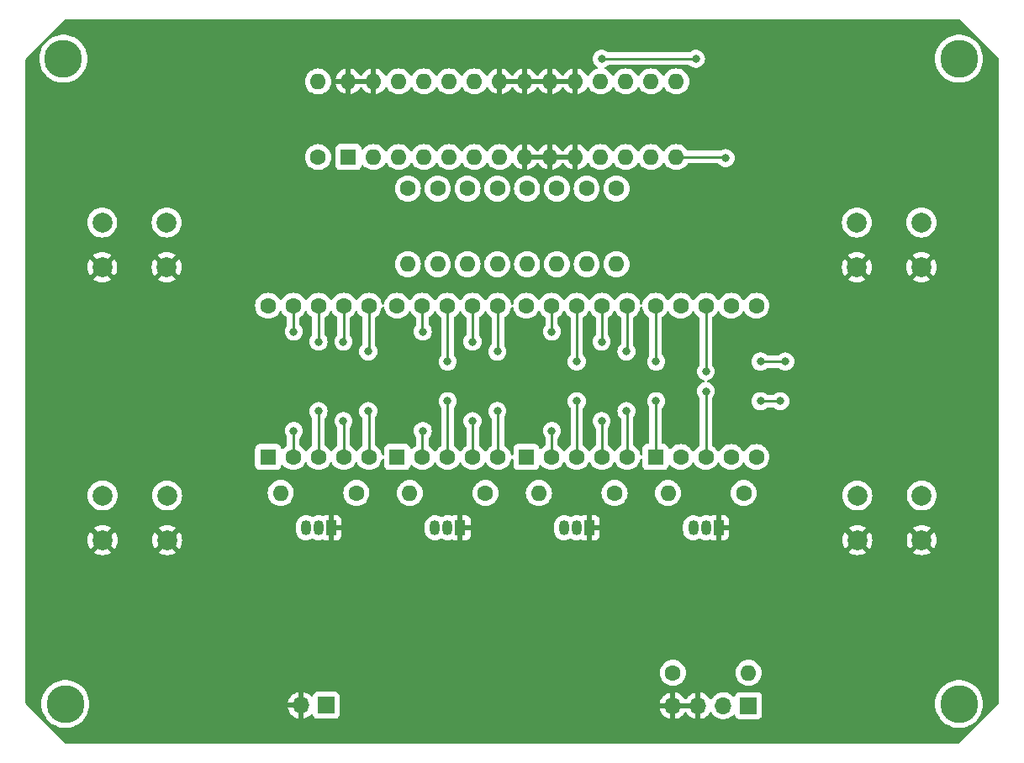
<source format=gbr>
%TF.GenerationSoftware,KiCad,Pcbnew,6.0.7*%
%TF.CreationDate,2022-08-19T20:29:20-07:00*%
%TF.ProjectId,thermometer-digital-min_max-pcb,74686572-6d6f-46d6-9574-65722d646967,rev?*%
%TF.SameCoordinates,Original*%
%TF.FileFunction,Copper,L2,Bot*%
%TF.FilePolarity,Positive*%
%FSLAX46Y46*%
G04 Gerber Fmt 4.6, Leading zero omitted, Abs format (unit mm)*
G04 Created by KiCad (PCBNEW 6.0.7) date 2022-08-19 20:29:20*
%MOMM*%
%LPD*%
G01*
G04 APERTURE LIST*
%TA.AperFunction,ComponentPad*%
%ADD10C,1.600000*%
%TD*%
%TA.AperFunction,ComponentPad*%
%ADD11O,1.600000X1.600000*%
%TD*%
%TA.AperFunction,ComponentPad*%
%ADD12R,1.700000X1.700000*%
%TD*%
%TA.AperFunction,ComponentPad*%
%ADD13O,1.700000X1.700000*%
%TD*%
%TA.AperFunction,ComponentPad*%
%ADD14R,1.600000X1.600000*%
%TD*%
%TA.AperFunction,ComponentPad*%
%ADD15C,2.600000*%
%TD*%
%TA.AperFunction,ConnectorPad*%
%ADD16C,3.800000*%
%TD*%
%TA.AperFunction,ComponentPad*%
%ADD17R,1.050000X1.500000*%
%TD*%
%TA.AperFunction,ComponentPad*%
%ADD18O,1.050000X1.500000*%
%TD*%
%TA.AperFunction,ComponentPad*%
%ADD19C,2.000000*%
%TD*%
%TA.AperFunction,ViaPad*%
%ADD20C,0.800000*%
%TD*%
%TA.AperFunction,Conductor*%
%ADD21C,0.250000*%
%TD*%
G04 APERTURE END LIST*
D10*
%TO.P,R4,1*%
%TO.N,Net-(R4-Pad1)*%
X153500000Y-58080000D03*
D11*
%TO.P,R4,2*%
%TO.N,/SS_E*%
X153500000Y-65700000D03*
%TD*%
D10*
%TO.P,R0,1*%
%TO.N,Net-(R0-Pad1)*%
X141500000Y-58080000D03*
D11*
%TO.P,R0,2*%
%TO.N,/SS_A*%
X141500000Y-65700000D03*
%TD*%
D12*
%TO.P,J1,1,Pin_1*%
%TO.N,VCC*%
X133275000Y-110140000D03*
D13*
%TO.P,J1,2,Pin_2*%
%TO.N,GND*%
X130735000Y-110140000D03*
%TD*%
D14*
%TO.P,D2,1,E*%
%TO.N,/SS_E*%
X140420000Y-85120000D03*
D10*
%TO.P,D2,2,D*%
%TO.N,/SS_D*%
X142960000Y-85120000D03*
%TO.P,D2,3,CC*%
%TO.N,Net-(D2-Pad3)*%
X145500000Y-85120000D03*
%TO.P,D2,4,C*%
%TO.N,/SS_C*%
X148040000Y-85120000D03*
%TO.P,D2,5,DP*%
%TO.N,/SS_DP*%
X150580000Y-85120000D03*
%TO.P,D2,6,B*%
%TO.N,/SS_B*%
X150580000Y-69880000D03*
%TO.P,D2,7,A*%
%TO.N,/SS_A*%
X148040000Y-69880000D03*
%TO.P,D2,8,CC*%
%TO.N,Net-(D2-Pad3)*%
X145500000Y-69880000D03*
%TO.P,D2,9,F*%
%TO.N,/SS_F*%
X142960000Y-69880000D03*
%TO.P,D2,10,G*%
%TO.N,/SS_G*%
X140420000Y-69880000D03*
%TD*%
%TO.P,R9,1*%
%TO.N,Net-(R9-Pad1)*%
X149310000Y-88750000D03*
D11*
%TO.P,R9,2*%
%TO.N,Net-(Q2-Pad2)*%
X141690000Y-88750000D03*
%TD*%
D14*
%TO.P,D0,1,E*%
%TO.N,/SS_E*%
X166420000Y-85120000D03*
D10*
%TO.P,D0,2,D*%
%TO.N,/SS_D*%
X168960000Y-85120000D03*
%TO.P,D0,3,CC*%
%TO.N,Net-(D0-Pad3)*%
X171500000Y-85120000D03*
%TO.P,D0,4,C*%
%TO.N,/SS_C*%
X174040000Y-85120000D03*
%TO.P,D0,5,DP*%
%TO.N,/SS_DP*%
X176580000Y-85120000D03*
%TO.P,D0,6,B*%
%TO.N,/SS_B*%
X176580000Y-69880000D03*
%TO.P,D0,7,A*%
%TO.N,/SS_A*%
X174040000Y-69880000D03*
%TO.P,D0,8,CC*%
%TO.N,Net-(D0-Pad3)*%
X171500000Y-69880000D03*
%TO.P,D0,9,F*%
%TO.N,/SS_F*%
X168960000Y-69880000D03*
%TO.P,D0,10,G*%
%TO.N,/SS_G*%
X166420000Y-69880000D03*
%TD*%
%TO.P,R1,1*%
%TO.N,Net-(R1-Pad1)*%
X144500000Y-58080000D03*
D11*
%TO.P,R1,2*%
%TO.N,/SS_B*%
X144500000Y-65700000D03*
%TD*%
D14*
%TO.P,U0,1,~{RESET}/PC6*%
%TO.N,Net-(R13-Pad1)*%
X135500000Y-54900000D03*
D11*
%TO.P,U0,2,PD0*%
%TO.N,Net-(R0-Pad1)*%
X138040000Y-54900000D03*
%TO.P,U0,3,PD1*%
%TO.N,Net-(R1-Pad1)*%
X140580000Y-54900000D03*
%TO.P,U0,4,PD2*%
%TO.N,Net-(R2-Pad1)*%
X143120000Y-54900000D03*
%TO.P,U0,5,PD3*%
%TO.N,Net-(R3-Pad1)*%
X145660000Y-54900000D03*
%TO.P,U0,6,PD4*%
%TO.N,Net-(R4-Pad1)*%
X148200000Y-54900000D03*
%TO.P,U0,7,VCC*%
%TO.N,VCC*%
X150740000Y-54900000D03*
%TO.P,U0,8,GND*%
%TO.N,GND*%
X153280000Y-54900000D03*
%TO.P,U0,9,XTAL1/PB6*%
X155820000Y-54900000D03*
%TO.P,U0,10,XTAL2/PB7*%
X158360000Y-54900000D03*
%TO.P,U0,11,PD5*%
%TO.N,Net-(R5-Pad1)*%
X160900000Y-54900000D03*
%TO.P,U0,12,PD6*%
%TO.N,Net-(R6-Pad1)*%
X163440000Y-54900000D03*
%TO.P,U0,13,PD7*%
%TO.N,Net-(R7-Pad1)*%
X165980000Y-54900000D03*
%TO.P,U0,14,PB0*%
%TO.N,Net-(J0-Pad2)*%
X168520000Y-54900000D03*
%TO.P,U0,15,PB1*%
%TO.N,Net-(B3-Pad1)*%
X168520000Y-47280000D03*
%TO.P,U0,16,PB2*%
%TO.N,Net-(B2-Pad1)*%
X165980000Y-47280000D03*
%TO.P,U0,17,PB3*%
%TO.N,Net-(B1-Pad1)*%
X163440000Y-47280000D03*
%TO.P,U0,18,PB4*%
%TO.N,Net-(B0-Pad1)*%
X160900000Y-47280000D03*
%TO.P,U0,19,PB5*%
%TO.N,GND*%
X158360000Y-47280000D03*
%TO.P,U0,20,AVCC*%
X155820000Y-47280000D03*
%TO.P,U0,21,AREF*%
X153280000Y-47280000D03*
%TO.P,U0,22,GND*%
X150740000Y-47280000D03*
%TO.P,U0,23,PC0*%
%TO.N,Net-(R11-Pad1)*%
X148200000Y-47280000D03*
%TO.P,U0,24,PC1*%
%TO.N,Net-(R10-Pad1)*%
X145660000Y-47280000D03*
%TO.P,U0,25,PC2*%
%TO.N,Net-(R9-Pad1)*%
X143120000Y-47280000D03*
%TO.P,U0,26,PC3*%
%TO.N,Net-(R8-Pad1)*%
X140580000Y-47280000D03*
%TO.P,U0,27,PC4*%
%TO.N,GND*%
X138040000Y-47280000D03*
%TO.P,U0,28,PC5*%
X135500000Y-47280000D03*
%TD*%
D10*
%TO.P,R8,1*%
%TO.N,Net-(R8-Pad1)*%
X136310000Y-88750000D03*
D11*
%TO.P,R8,2*%
%TO.N,Net-(Q3-Pad2)*%
X128690000Y-88750000D03*
%TD*%
D15*
%TO.P,REF\u002A\u002A,1*%
%TO.N,N/C*%
X197000000Y-45000000D03*
D16*
X197000000Y-45000000D03*
%TD*%
D17*
%TO.P,Q2,1,E*%
%TO.N,GND*%
X146770000Y-92260000D03*
D18*
%TO.P,Q2,2,B*%
%TO.N,Net-(Q2-Pad2)*%
X145500000Y-92260000D03*
%TO.P,Q2,3,C*%
%TO.N,Net-(D2-Pad3)*%
X144230000Y-92260000D03*
%TD*%
D10*
%TO.P,R13,1*%
%TO.N,Net-(R13-Pad1)*%
X132450000Y-54910000D03*
D11*
%TO.P,R13,2*%
%TO.N,VCC*%
X132450000Y-47290000D03*
%TD*%
D10*
%TO.P,R10,1*%
%TO.N,Net-(R10-Pad1)*%
X162310000Y-88750000D03*
D11*
%TO.P,R10,2*%
%TO.N,Net-(Q1-Pad2)*%
X154690000Y-88750000D03*
%TD*%
D16*
%TO.P,REF\u002A\u002A,1*%
%TO.N,N/C*%
X106800000Y-45000000D03*
D15*
X106800000Y-45000000D03*
%TD*%
D10*
%TO.P,R5,1*%
%TO.N,Net-(R5-Pad1)*%
X156500000Y-58080000D03*
D11*
%TO.P,R5,2*%
%TO.N,/SS_F*%
X156500000Y-65700000D03*
%TD*%
D10*
%TO.P,R3,1*%
%TO.N,Net-(R3-Pad1)*%
X150500000Y-58080000D03*
D11*
%TO.P,R3,2*%
%TO.N,/SS_D*%
X150500000Y-65700000D03*
%TD*%
D19*
%TO.P,B0,1,1*%
%TO.N,Net-(B0-Pad1)*%
X193210000Y-61500000D03*
X186710000Y-61500000D03*
%TO.P,B0,2,2*%
%TO.N,GND*%
X193210000Y-66000000D03*
X186710000Y-66000000D03*
%TD*%
%TO.P,B3,1,1*%
%TO.N,Net-(B3-Pad1)*%
X186750000Y-89000000D03*
X193250000Y-89000000D03*
%TO.P,B3,2,2*%
%TO.N,GND*%
X193250000Y-93500000D03*
X186750000Y-93500000D03*
%TD*%
D10*
%TO.P,R11,1*%
%TO.N,Net-(R11-Pad1)*%
X175310000Y-88750000D03*
D11*
%TO.P,R11,2*%
%TO.N,Net-(Q0-Pad2)*%
X167690000Y-88750000D03*
%TD*%
D10*
%TO.P,R6,1*%
%TO.N,Net-(R6-Pad1)*%
X159500000Y-58080000D03*
D11*
%TO.P,R6,2*%
%TO.N,/SS_G*%
X159500000Y-65700000D03*
%TD*%
D19*
%TO.P,B2,1,1*%
%TO.N,Net-(B2-Pad1)*%
X117250000Y-89000000D03*
X110750000Y-89000000D03*
%TO.P,B2,2,2*%
%TO.N,GND*%
X117250000Y-93500000D03*
X110750000Y-93500000D03*
%TD*%
D15*
%TO.P,REF\u002A\u002A,1*%
%TO.N,N/C*%
X107000000Y-110000000D03*
D16*
X107000000Y-110000000D03*
%TD*%
D17*
%TO.P,Q3,1,E*%
%TO.N,GND*%
X133770000Y-92260000D03*
D18*
%TO.P,Q3,2,B*%
%TO.N,Net-(Q3-Pad2)*%
X132500000Y-92260000D03*
%TO.P,Q3,3,C*%
%TO.N,Net-(D3-Pad3)*%
X131230000Y-92260000D03*
%TD*%
D14*
%TO.P,D3,1,E*%
%TO.N,/SS_E*%
X127420000Y-85120000D03*
D10*
%TO.P,D3,2,D*%
%TO.N,/SS_D*%
X129960000Y-85120000D03*
%TO.P,D3,3,CC*%
%TO.N,Net-(D3-Pad3)*%
X132500000Y-85120000D03*
%TO.P,D3,4,C*%
%TO.N,/SS_C*%
X135040000Y-85120000D03*
%TO.P,D3,5,DP*%
%TO.N,/SS_DP*%
X137580000Y-85120000D03*
%TO.P,D3,6,B*%
%TO.N,/SS_B*%
X137580000Y-69880000D03*
%TO.P,D3,7,A*%
%TO.N,/SS_A*%
X135040000Y-69880000D03*
%TO.P,D3,8,CC*%
%TO.N,Net-(D3-Pad3)*%
X132500000Y-69880000D03*
%TO.P,D3,9,F*%
%TO.N,/SS_F*%
X129960000Y-69880000D03*
%TO.P,D3,10,G*%
%TO.N,/SS_G*%
X127420000Y-69880000D03*
%TD*%
D19*
%TO.P,B1,1,1*%
%TO.N,Net-(B1-Pad1)*%
X110710000Y-61500000D03*
X117210000Y-61500000D03*
%TO.P,B1,2,2*%
%TO.N,GND*%
X117210000Y-66000000D03*
X110710000Y-66000000D03*
%TD*%
D16*
%TO.P,REF\u002A\u002A,1*%
%TO.N,N/C*%
X197000000Y-110000000D03*
D15*
X197000000Y-110000000D03*
%TD*%
D10*
%TO.P,R7,1*%
%TO.N,Net-(R7-Pad1)*%
X162500000Y-58080000D03*
D11*
%TO.P,R7,2*%
%TO.N,/SS_DP*%
X162500000Y-65700000D03*
%TD*%
D17*
%TO.P,Q1,1,E*%
%TO.N,GND*%
X159770000Y-92260000D03*
D18*
%TO.P,Q1,2,B*%
%TO.N,Net-(Q1-Pad2)*%
X158500000Y-92260000D03*
%TO.P,Q1,3,C*%
%TO.N,Net-(D1-Pad3)*%
X157230000Y-92260000D03*
%TD*%
D10*
%TO.P,R12,1*%
%TO.N,VCC*%
X168190000Y-106870000D03*
D11*
%TO.P,R12,2*%
%TO.N,Net-(J0-Pad2)*%
X175810000Y-106870000D03*
%TD*%
D12*
%TO.P,J0,1,Pin_1*%
%TO.N,VCC*%
X175800000Y-110170000D03*
D13*
%TO.P,J0,2,Pin_2*%
%TO.N,Net-(J0-Pad2)*%
X173260000Y-110170000D03*
%TO.P,J0,3,Pin_3*%
%TO.N,GND*%
X170720000Y-110170000D03*
%TO.P,J0,4,Pin_4*%
X168180000Y-110170000D03*
%TD*%
D14*
%TO.P,D1,1,E*%
%TO.N,/SS_E*%
X153420000Y-85120000D03*
D10*
%TO.P,D1,2,D*%
%TO.N,/SS_D*%
X155960000Y-85120000D03*
%TO.P,D1,3,CC*%
%TO.N,Net-(D1-Pad3)*%
X158500000Y-85120000D03*
%TO.P,D1,4,C*%
%TO.N,/SS_C*%
X161040000Y-85120000D03*
%TO.P,D1,5,DP*%
%TO.N,/SS_DP*%
X163580000Y-85120000D03*
%TO.P,D1,6,B*%
%TO.N,/SS_B*%
X163580000Y-69880000D03*
%TO.P,D1,7,A*%
%TO.N,/SS_A*%
X161040000Y-69880000D03*
%TO.P,D1,8,CC*%
%TO.N,Net-(D1-Pad3)*%
X158500000Y-69880000D03*
%TO.P,D1,9,F*%
%TO.N,/SS_F*%
X155960000Y-69880000D03*
%TO.P,D1,10,G*%
%TO.N,/SS_G*%
X153420000Y-69880000D03*
%TD*%
D17*
%TO.P,Q0,1,E*%
%TO.N,GND*%
X172770000Y-92260000D03*
D18*
%TO.P,Q0,2,B*%
%TO.N,Net-(Q0-Pad2)*%
X171500000Y-92260000D03*
%TO.P,Q0,3,C*%
%TO.N,Net-(D0-Pad3)*%
X170230000Y-92260000D03*
%TD*%
D10*
%TO.P,R2,1*%
%TO.N,Net-(R2-Pad1)*%
X147500000Y-58080000D03*
D11*
%TO.P,R2,2*%
%TO.N,/SS_C*%
X147500000Y-65700000D03*
%TD*%
D20*
%TO.N,Net-(B0-Pad1)*%
X161000000Y-45000000D03*
X170500000Y-45000000D03*
%TO.N,/SS_E*%
X166500000Y-79500000D03*
X179000000Y-79500000D03*
X177000000Y-79500000D03*
%TO.N,/SS_D*%
X143000000Y-82500000D03*
X156000000Y-82500000D03*
X130000000Y-82500000D03*
%TO.N,Net-(D0-Pad3)*%
X171500000Y-76500000D03*
X171500000Y-78500000D03*
%TO.N,/SS_C*%
X161000000Y-81500000D03*
X135000000Y-81500000D03*
X148000000Y-81500000D03*
%TO.N,/SS_DP*%
X163500000Y-80500000D03*
X137500000Y-80500000D03*
X150500000Y-80500000D03*
%TO.N,/SS_B*%
X150500000Y-74500000D03*
X137500000Y-74500000D03*
X163500000Y-74500000D03*
%TO.N,/SS_A*%
X148000000Y-73500000D03*
X135000000Y-73500000D03*
X161000000Y-73500000D03*
%TO.N,/SS_F*%
X156000000Y-72500000D03*
X130000000Y-72500000D03*
X143000000Y-72500000D03*
%TO.N,/SS_G*%
X177000000Y-75500000D03*
X166500000Y-75500000D03*
X179500000Y-75500000D03*
%TO.N,Net-(D1-Pad3)*%
X158500000Y-79500000D03*
X158500000Y-75500000D03*
%TO.N,Net-(D2-Pad3)*%
X145500000Y-75500000D03*
X145500000Y-79500000D03*
%TO.N,Net-(D3-Pad3)*%
X132500000Y-73500000D03*
X132500000Y-80500000D03*
%TO.N,Net-(J0-Pad2)*%
X173500000Y-55000000D03*
%TD*%
D21*
%TO.N,Net-(B0-Pad1)*%
X161000000Y-45000000D02*
X170500000Y-45000000D01*
%TO.N,/SS_E*%
X179000000Y-79500000D02*
X177000000Y-79500000D01*
X166420000Y-85120000D02*
X166420000Y-79580000D01*
X166420000Y-79580000D02*
X166500000Y-79500000D01*
%TO.N,/SS_D*%
X142960000Y-82540000D02*
X142960000Y-85120000D01*
X130000000Y-82500000D02*
X129960000Y-82540000D01*
X155960000Y-82540000D02*
X155960000Y-85120000D01*
X143000000Y-82500000D02*
X142960000Y-82540000D01*
X129960000Y-82540000D02*
X129960000Y-85120000D01*
X156000000Y-82500000D02*
X155960000Y-82540000D01*
%TO.N,Net-(D0-Pad3)*%
X171500000Y-85120000D02*
X171500000Y-78500000D01*
X171500000Y-69880000D02*
X171500000Y-76500000D01*
%TO.N,/SS_C*%
X148000000Y-81500000D02*
X148040000Y-81540000D01*
X161000000Y-81500000D02*
X161040000Y-81540000D01*
X135040000Y-81540000D02*
X135040000Y-85120000D01*
X161040000Y-81540000D02*
X161040000Y-85120000D01*
X135000000Y-81500000D02*
X135040000Y-81540000D01*
X148040000Y-81540000D02*
X148040000Y-85120000D01*
%TO.N,/SS_DP*%
X163500000Y-80500000D02*
X163580000Y-80580000D01*
X150580000Y-80580000D02*
X150580000Y-85120000D01*
X150500000Y-80500000D02*
X150580000Y-80580000D01*
X137580000Y-80580000D02*
X137580000Y-85120000D01*
X137500000Y-80500000D02*
X137580000Y-80580000D01*
X163580000Y-80580000D02*
X163580000Y-85120000D01*
%TO.N,/SS_B*%
X163580000Y-74420000D02*
X163500000Y-74500000D01*
X163580000Y-69880000D02*
X163580000Y-74420000D01*
X137580000Y-74420000D02*
X137500000Y-74500000D01*
X150580000Y-69880000D02*
X150580000Y-74420000D01*
X137580000Y-69880000D02*
X137580000Y-74420000D01*
X150580000Y-74420000D02*
X150500000Y-74500000D01*
%TO.N,/SS_A*%
X148040000Y-69880000D02*
X148040000Y-73460000D01*
X148040000Y-73460000D02*
X148000000Y-73500000D01*
X135040000Y-69880000D02*
X135040000Y-73460000D01*
X161040000Y-69880000D02*
X161040000Y-73460000D01*
X161040000Y-73460000D02*
X161000000Y-73500000D01*
X135040000Y-73460000D02*
X135000000Y-73500000D01*
%TO.N,/SS_F*%
X142960000Y-72460000D02*
X143000000Y-72500000D01*
X142960000Y-69880000D02*
X142960000Y-72460000D01*
X129960000Y-72460000D02*
X130000000Y-72500000D01*
X155960000Y-69880000D02*
X155960000Y-72460000D01*
X129960000Y-69880000D02*
X129960000Y-72460000D01*
X155960000Y-72460000D02*
X156000000Y-72500000D01*
%TO.N,/SS_G*%
X179500000Y-75500000D02*
X177000000Y-75500000D01*
X166420000Y-69880000D02*
X166420000Y-75420000D01*
X166420000Y-75420000D02*
X166500000Y-75500000D01*
%TO.N,Net-(D1-Pad3)*%
X158500000Y-69880000D02*
X158500000Y-75500000D01*
X158500000Y-85120000D02*
X158500000Y-79500000D01*
%TO.N,Net-(D2-Pad3)*%
X145500000Y-69880000D02*
X145500000Y-75500000D01*
X145500000Y-85120000D02*
X145500000Y-79500000D01*
%TO.N,Net-(D3-Pad3)*%
X132500000Y-69880000D02*
X132500000Y-73500000D01*
X132500000Y-85120000D02*
X132500000Y-80500000D01*
%TO.N,Net-(J0-Pad2)*%
X168520000Y-54900000D02*
X173400000Y-54900000D01*
X173400000Y-54900000D02*
X173500000Y-55000000D01*
%TD*%
%TA.AperFunction,Conductor*%
%TO.N,GND*%
G36*
X197015931Y-41020002D02*
G01*
X197036905Y-41036905D01*
X200963095Y-44963095D01*
X200997121Y-45025407D01*
X201000000Y-45052190D01*
X201000000Y-109947810D01*
X200979998Y-110015931D01*
X200963095Y-110036905D01*
X197036905Y-113963095D01*
X196974593Y-113997121D01*
X196947810Y-114000000D01*
X107052190Y-114000000D01*
X106984069Y-113979998D01*
X106963095Y-113963095D01*
X103036905Y-110036905D01*
X103016753Y-110000000D01*
X104586738Y-110000000D01*
X104605767Y-110302462D01*
X104662555Y-110600154D01*
X104756206Y-110888381D01*
X104757893Y-110891967D01*
X104757895Y-110891971D01*
X104797007Y-110975088D01*
X104885242Y-111162598D01*
X105047630Y-111418480D01*
X105050149Y-111421525D01*
X105050152Y-111421529D01*
X105098575Y-111480062D01*
X105240808Y-111651992D01*
X105461729Y-111859450D01*
X105706910Y-112037584D01*
X105972483Y-112183585D01*
X105976152Y-112185038D01*
X105976157Y-112185040D01*
X106250591Y-112293696D01*
X106254261Y-112295149D01*
X106547800Y-112370516D01*
X106848470Y-112408500D01*
X107151530Y-112408500D01*
X107452200Y-112370516D01*
X107745739Y-112295149D01*
X107749409Y-112293696D01*
X108023843Y-112185040D01*
X108023848Y-112185038D01*
X108027517Y-112183585D01*
X108293090Y-112037584D01*
X108538271Y-111859450D01*
X108759192Y-111651992D01*
X108901425Y-111480062D01*
X108949848Y-111421529D01*
X108949851Y-111421525D01*
X108952370Y-111418480D01*
X109114758Y-111162598D01*
X109202993Y-110975088D01*
X109242105Y-110891971D01*
X109242107Y-110891967D01*
X109243794Y-110888381D01*
X109337445Y-110600154D01*
X109374107Y-110407966D01*
X129403257Y-110407966D01*
X129433565Y-110542446D01*
X129436645Y-110552275D01*
X129516770Y-110749603D01*
X129521413Y-110758794D01*
X129632694Y-110940388D01*
X129638777Y-110948699D01*
X129778213Y-111109667D01*
X129785580Y-111116883D01*
X129949434Y-111252916D01*
X129957881Y-111258831D01*
X130141756Y-111366279D01*
X130151042Y-111370729D01*
X130350001Y-111446703D01*
X130359899Y-111449579D01*
X130463250Y-111470606D01*
X130477299Y-111469410D01*
X130481000Y-111459065D01*
X130481000Y-111458517D01*
X130989000Y-111458517D01*
X130993064Y-111472359D01*
X131006478Y-111474393D01*
X131013184Y-111473534D01*
X131023262Y-111471392D01*
X131227255Y-111410191D01*
X131236842Y-111406433D01*
X131428095Y-111312739D01*
X131436945Y-111307464D01*
X131610328Y-111183792D01*
X131618193Y-111177145D01*
X131722897Y-111072805D01*
X131785268Y-111038889D01*
X131856075Y-111044077D01*
X131912837Y-111086723D01*
X131929819Y-111117826D01*
X131947858Y-111165945D01*
X131974385Y-111236705D01*
X132061739Y-111353261D01*
X132178295Y-111440615D01*
X132314684Y-111491745D01*
X132376866Y-111498500D01*
X134173134Y-111498500D01*
X134235316Y-111491745D01*
X134371705Y-111440615D01*
X134488261Y-111353261D01*
X134575615Y-111236705D01*
X134626745Y-111100316D01*
X134633500Y-111038134D01*
X134633500Y-110437966D01*
X166848257Y-110437966D01*
X166878565Y-110572446D01*
X166881645Y-110582275D01*
X166961770Y-110779603D01*
X166966413Y-110788794D01*
X167077694Y-110970388D01*
X167083777Y-110978699D01*
X167223213Y-111139667D01*
X167230580Y-111146883D01*
X167394434Y-111282916D01*
X167402881Y-111288831D01*
X167586756Y-111396279D01*
X167596042Y-111400729D01*
X167795001Y-111476703D01*
X167804899Y-111479579D01*
X167908250Y-111500606D01*
X167922299Y-111499410D01*
X167926000Y-111489065D01*
X167926000Y-111488517D01*
X168434000Y-111488517D01*
X168438064Y-111502359D01*
X168451478Y-111504393D01*
X168458184Y-111503534D01*
X168468262Y-111501392D01*
X168672255Y-111440191D01*
X168681842Y-111436433D01*
X168873095Y-111342739D01*
X168881945Y-111337464D01*
X169055328Y-111213792D01*
X169063200Y-111207139D01*
X169214052Y-111056812D01*
X169220730Y-111048965D01*
X169348022Y-110871819D01*
X169349147Y-110872627D01*
X169396669Y-110828876D01*
X169466607Y-110816661D01*
X169532046Y-110844197D01*
X169559870Y-110876028D01*
X169617690Y-110970383D01*
X169623777Y-110978699D01*
X169763213Y-111139667D01*
X169770580Y-111146883D01*
X169934434Y-111282916D01*
X169942881Y-111288831D01*
X170126756Y-111396279D01*
X170136042Y-111400729D01*
X170335001Y-111476703D01*
X170344899Y-111479579D01*
X170448250Y-111500606D01*
X170462299Y-111499410D01*
X170466000Y-111489065D01*
X170466000Y-111488517D01*
X170974000Y-111488517D01*
X170978064Y-111502359D01*
X170991478Y-111504393D01*
X170998184Y-111503534D01*
X171008262Y-111501392D01*
X171212255Y-111440191D01*
X171221842Y-111436433D01*
X171413095Y-111342739D01*
X171421945Y-111337464D01*
X171595328Y-111213792D01*
X171603200Y-111207139D01*
X171754052Y-111056812D01*
X171760730Y-111048965D01*
X171888022Y-110871819D01*
X171889279Y-110872722D01*
X171936373Y-110829362D01*
X172006311Y-110817145D01*
X172071751Y-110844678D01*
X172099579Y-110876511D01*
X172159987Y-110975088D01*
X172306250Y-111143938D01*
X172478126Y-111286632D01*
X172671000Y-111399338D01*
X172879692Y-111479030D01*
X172884760Y-111480061D01*
X172884763Y-111480062D01*
X172979862Y-111499410D01*
X173098597Y-111523567D01*
X173103772Y-111523757D01*
X173103774Y-111523757D01*
X173316673Y-111531564D01*
X173316677Y-111531564D01*
X173321837Y-111531753D01*
X173326957Y-111531097D01*
X173326959Y-111531097D01*
X173538288Y-111504025D01*
X173538289Y-111504025D01*
X173543416Y-111503368D01*
X173548366Y-111501883D01*
X173752429Y-111440661D01*
X173752434Y-111440659D01*
X173757384Y-111439174D01*
X173957994Y-111340896D01*
X174139860Y-111211173D01*
X174248091Y-111103319D01*
X174310462Y-111069404D01*
X174381268Y-111074592D01*
X174438030Y-111117238D01*
X174455012Y-111148341D01*
X174465810Y-111177145D01*
X174499385Y-111266705D01*
X174586739Y-111383261D01*
X174703295Y-111470615D01*
X174839684Y-111521745D01*
X174901866Y-111528500D01*
X176698134Y-111528500D01*
X176760316Y-111521745D01*
X176896705Y-111470615D01*
X177013261Y-111383261D01*
X177100615Y-111266705D01*
X177151745Y-111130316D01*
X177158500Y-111068134D01*
X177158500Y-110000000D01*
X194586738Y-110000000D01*
X194605767Y-110302462D01*
X194662555Y-110600154D01*
X194756206Y-110888381D01*
X194757893Y-110891967D01*
X194757895Y-110891971D01*
X194797007Y-110975088D01*
X194885242Y-111162598D01*
X195047630Y-111418480D01*
X195050149Y-111421525D01*
X195050152Y-111421529D01*
X195098575Y-111480062D01*
X195240808Y-111651992D01*
X195461729Y-111859450D01*
X195706910Y-112037584D01*
X195972483Y-112183585D01*
X195976152Y-112185038D01*
X195976157Y-112185040D01*
X196250591Y-112293696D01*
X196254261Y-112295149D01*
X196547800Y-112370516D01*
X196848470Y-112408500D01*
X197151530Y-112408500D01*
X197452200Y-112370516D01*
X197745739Y-112295149D01*
X197749409Y-112293696D01*
X198023843Y-112185040D01*
X198023848Y-112185038D01*
X198027517Y-112183585D01*
X198293090Y-112037584D01*
X198538271Y-111859450D01*
X198759192Y-111651992D01*
X198901425Y-111480062D01*
X198949848Y-111421529D01*
X198949851Y-111421525D01*
X198952370Y-111418480D01*
X199114758Y-111162598D01*
X199202993Y-110975088D01*
X199242105Y-110891971D01*
X199242107Y-110891967D01*
X199243794Y-110888381D01*
X199337445Y-110600154D01*
X199394233Y-110302462D01*
X199413262Y-110000000D01*
X199394233Y-109697538D01*
X199337445Y-109399846D01*
X199248060Y-109124748D01*
X199245020Y-109115392D01*
X199245020Y-109115391D01*
X199243794Y-109111619D01*
X199114758Y-108837402D01*
X199106881Y-108824989D01*
X198954492Y-108584864D01*
X198952370Y-108581520D01*
X198759192Y-108348008D01*
X198538271Y-108140550D01*
X198293090Y-107962416D01*
X198142008Y-107879357D01*
X198030986Y-107818322D01*
X198030985Y-107818321D01*
X198027517Y-107816415D01*
X198023848Y-107814962D01*
X198023843Y-107814960D01*
X197749409Y-107706304D01*
X197749408Y-107706304D01*
X197745739Y-107704851D01*
X197452200Y-107629484D01*
X197151530Y-107591500D01*
X196848470Y-107591500D01*
X196547800Y-107629484D01*
X196254261Y-107704851D01*
X196250592Y-107706304D01*
X196250591Y-107706304D01*
X195976157Y-107814960D01*
X195976152Y-107814962D01*
X195972483Y-107816415D01*
X195969015Y-107818321D01*
X195969014Y-107818322D01*
X195857993Y-107879357D01*
X195706910Y-107962416D01*
X195461729Y-108140550D01*
X195240808Y-108348008D01*
X195047630Y-108581520D01*
X195045508Y-108584864D01*
X194893120Y-108824989D01*
X194885242Y-108837402D01*
X194756206Y-109111619D01*
X194754980Y-109115391D01*
X194754980Y-109115392D01*
X194751940Y-109124748D01*
X194662555Y-109399846D01*
X194605767Y-109697538D01*
X194586738Y-110000000D01*
X177158500Y-110000000D01*
X177158500Y-109271866D01*
X177151745Y-109209684D01*
X177100615Y-109073295D01*
X177013261Y-108956739D01*
X176896705Y-108869385D01*
X176760316Y-108818255D01*
X176698134Y-108811500D01*
X174901866Y-108811500D01*
X174839684Y-108818255D01*
X174703295Y-108869385D01*
X174586739Y-108956739D01*
X174499385Y-109073295D01*
X174496233Y-109081703D01*
X174454919Y-109191907D01*
X174412277Y-109248671D01*
X174345716Y-109273371D01*
X174276367Y-109258163D01*
X174243743Y-109232476D01*
X174193151Y-109176875D01*
X174193142Y-109176866D01*
X174189670Y-109173051D01*
X174185619Y-109169852D01*
X174185615Y-109169848D01*
X174018414Y-109037800D01*
X174018410Y-109037798D01*
X174014359Y-109034598D01*
X173978028Y-109014542D01*
X173923682Y-108984542D01*
X173818789Y-108926638D01*
X173813920Y-108924914D01*
X173813916Y-108924912D01*
X173613087Y-108853795D01*
X173613083Y-108853794D01*
X173608212Y-108852069D01*
X173603119Y-108851162D01*
X173603116Y-108851161D01*
X173393373Y-108813800D01*
X173393367Y-108813799D01*
X173388284Y-108812894D01*
X173314452Y-108811992D01*
X173170081Y-108810228D01*
X173170079Y-108810228D01*
X173164911Y-108810165D01*
X172944091Y-108843955D01*
X172731756Y-108913357D01*
X172533607Y-109016507D01*
X172529474Y-109019610D01*
X172529471Y-109019612D01*
X172359100Y-109147530D01*
X172354965Y-109150635D01*
X172329541Y-109177240D01*
X172261280Y-109248671D01*
X172200629Y-109312138D01*
X172197715Y-109316410D01*
X172197714Y-109316411D01*
X172185199Y-109334757D01*
X172094337Y-109467957D01*
X172092898Y-109470066D01*
X172037987Y-109515069D01*
X171967462Y-109523240D01*
X171903715Y-109491986D01*
X171883018Y-109467502D01*
X171802426Y-109342926D01*
X171796136Y-109334757D01*
X171652806Y-109177240D01*
X171645273Y-109170215D01*
X171478139Y-109038222D01*
X171469552Y-109032517D01*
X171283117Y-108929599D01*
X171273705Y-108925369D01*
X171072959Y-108854280D01*
X171062988Y-108851646D01*
X170991837Y-108838972D01*
X170978540Y-108840432D01*
X170974000Y-108854989D01*
X170974000Y-111488517D01*
X170466000Y-111488517D01*
X170466000Y-110442115D01*
X170461525Y-110426876D01*
X170460135Y-110425671D01*
X170452452Y-110424000D01*
X168452115Y-110424000D01*
X168436876Y-110428475D01*
X168435672Y-110429864D01*
X168434000Y-110437548D01*
X168434000Y-111488517D01*
X167926000Y-111488517D01*
X167926000Y-110442115D01*
X167921525Y-110426876D01*
X167920135Y-110425671D01*
X167912452Y-110424000D01*
X166863225Y-110424000D01*
X166849694Y-110427973D01*
X166848257Y-110437966D01*
X134633500Y-110437966D01*
X134633500Y-109904183D01*
X166844389Y-109904183D01*
X166845912Y-109912607D01*
X166858292Y-109916000D01*
X167907885Y-109916000D01*
X167923124Y-109911525D01*
X167924329Y-109910135D01*
X167926000Y-109902452D01*
X167926000Y-109897885D01*
X168434000Y-109897885D01*
X168438475Y-109913124D01*
X168439865Y-109914329D01*
X168447548Y-109916000D01*
X170447885Y-109916000D01*
X170463124Y-109911525D01*
X170464329Y-109910135D01*
X170466000Y-109902452D01*
X170466000Y-108853102D01*
X170462082Y-108839758D01*
X170447806Y-108837771D01*
X170409324Y-108843660D01*
X170399288Y-108846051D01*
X170196868Y-108912212D01*
X170187359Y-108916209D01*
X169998463Y-109014542D01*
X169989738Y-109020036D01*
X169819433Y-109147905D01*
X169811726Y-109154748D01*
X169664590Y-109308717D01*
X169658104Y-109316727D01*
X169553193Y-109470521D01*
X169498282Y-109515524D01*
X169427757Y-109523695D01*
X169364010Y-109492441D01*
X169343313Y-109467957D01*
X169262427Y-109342926D01*
X169256136Y-109334757D01*
X169112806Y-109177240D01*
X169105273Y-109170215D01*
X168938139Y-109038222D01*
X168929552Y-109032517D01*
X168743117Y-108929599D01*
X168733705Y-108925369D01*
X168532959Y-108854280D01*
X168522988Y-108851646D01*
X168451837Y-108838972D01*
X168438540Y-108840432D01*
X168434000Y-108854989D01*
X168434000Y-109897885D01*
X167926000Y-109897885D01*
X167926000Y-108853102D01*
X167922082Y-108839758D01*
X167907806Y-108837771D01*
X167869324Y-108843660D01*
X167859288Y-108846051D01*
X167656868Y-108912212D01*
X167647359Y-108916209D01*
X167458463Y-109014542D01*
X167449738Y-109020036D01*
X167279433Y-109147905D01*
X167271726Y-109154748D01*
X167124590Y-109308717D01*
X167118104Y-109316727D01*
X166998098Y-109492649D01*
X166993000Y-109501623D01*
X166903338Y-109694783D01*
X166899775Y-109704470D01*
X166844389Y-109904183D01*
X134633500Y-109904183D01*
X134633500Y-109241866D01*
X134626745Y-109179684D01*
X134575615Y-109043295D01*
X134488261Y-108926739D01*
X134371705Y-108839385D01*
X134235316Y-108788255D01*
X134173134Y-108781500D01*
X132376866Y-108781500D01*
X132314684Y-108788255D01*
X132178295Y-108839385D01*
X132061739Y-108926739D01*
X131974385Y-109043295D01*
X131971233Y-109051703D01*
X131971232Y-109051705D01*
X131929722Y-109162433D01*
X131887081Y-109219198D01*
X131820519Y-109243898D01*
X131751170Y-109228691D01*
X131718546Y-109203004D01*
X131667799Y-109147234D01*
X131660273Y-109140215D01*
X131493139Y-109008222D01*
X131484552Y-109002517D01*
X131298117Y-108899599D01*
X131288705Y-108895369D01*
X131087959Y-108824280D01*
X131077988Y-108821646D01*
X131006837Y-108808972D01*
X130993540Y-108810432D01*
X130989000Y-108824989D01*
X130989000Y-111458517D01*
X130481000Y-111458517D01*
X130481000Y-110412115D01*
X130476525Y-110396876D01*
X130475135Y-110395671D01*
X130467452Y-110394000D01*
X129418225Y-110394000D01*
X129404694Y-110397973D01*
X129403257Y-110407966D01*
X109374107Y-110407966D01*
X109394233Y-110302462D01*
X109413262Y-110000000D01*
X109405346Y-109874183D01*
X129399389Y-109874183D01*
X129400912Y-109882607D01*
X129413292Y-109886000D01*
X130462885Y-109886000D01*
X130478124Y-109881525D01*
X130479329Y-109880135D01*
X130481000Y-109872452D01*
X130481000Y-108823102D01*
X130477082Y-108809758D01*
X130462806Y-108807771D01*
X130424324Y-108813660D01*
X130414288Y-108816051D01*
X130211868Y-108882212D01*
X130202359Y-108886209D01*
X130013463Y-108984542D01*
X130004738Y-108990036D01*
X129834433Y-109117905D01*
X129826726Y-109124748D01*
X129679590Y-109278717D01*
X129673104Y-109286727D01*
X129553098Y-109462649D01*
X129548000Y-109471623D01*
X129458338Y-109664783D01*
X129454775Y-109674470D01*
X129399389Y-109874183D01*
X109405346Y-109874183D01*
X109394233Y-109697538D01*
X109337445Y-109399846D01*
X109248060Y-109124748D01*
X109245020Y-109115392D01*
X109245020Y-109115391D01*
X109243794Y-109111619D01*
X109114758Y-108837402D01*
X109106881Y-108824989D01*
X108954492Y-108584864D01*
X108952370Y-108581520D01*
X108759192Y-108348008D01*
X108538271Y-108140550D01*
X108293090Y-107962416D01*
X108142008Y-107879357D01*
X108030986Y-107818322D01*
X108030985Y-107818321D01*
X108027517Y-107816415D01*
X108023848Y-107814962D01*
X108023843Y-107814960D01*
X107749409Y-107706304D01*
X107749408Y-107706304D01*
X107745739Y-107704851D01*
X107452200Y-107629484D01*
X107151530Y-107591500D01*
X106848470Y-107591500D01*
X106547800Y-107629484D01*
X106254261Y-107704851D01*
X106250592Y-107706304D01*
X106250591Y-107706304D01*
X105976157Y-107814960D01*
X105976152Y-107814962D01*
X105972483Y-107816415D01*
X105969015Y-107818321D01*
X105969014Y-107818322D01*
X105857993Y-107879357D01*
X105706910Y-107962416D01*
X105461729Y-108140550D01*
X105240808Y-108348008D01*
X105047630Y-108581520D01*
X105045508Y-108584864D01*
X104893120Y-108824989D01*
X104885242Y-108837402D01*
X104756206Y-109111619D01*
X104754980Y-109115391D01*
X104754980Y-109115392D01*
X104751940Y-109124748D01*
X104662555Y-109399846D01*
X104605767Y-109697538D01*
X104586738Y-110000000D01*
X103016753Y-110000000D01*
X103002879Y-109974593D01*
X103000000Y-109947810D01*
X103000000Y-106870000D01*
X166876502Y-106870000D01*
X166896457Y-107098087D01*
X166955716Y-107319243D01*
X166958039Y-107324224D01*
X166958039Y-107324225D01*
X167050151Y-107521762D01*
X167050154Y-107521767D01*
X167052477Y-107526749D01*
X167055634Y-107531257D01*
X167177186Y-107704851D01*
X167183802Y-107714300D01*
X167345700Y-107876198D01*
X167350208Y-107879355D01*
X167350211Y-107879357D01*
X167428389Y-107934098D01*
X167533251Y-108007523D01*
X167538233Y-108009846D01*
X167538238Y-108009849D01*
X167735775Y-108101961D01*
X167740757Y-108104284D01*
X167746065Y-108105706D01*
X167746067Y-108105707D01*
X167956598Y-108162119D01*
X167956600Y-108162119D01*
X167961913Y-108163543D01*
X168190000Y-108183498D01*
X168418087Y-108163543D01*
X168423400Y-108162119D01*
X168423402Y-108162119D01*
X168633933Y-108105707D01*
X168633935Y-108105706D01*
X168639243Y-108104284D01*
X168644225Y-108101961D01*
X168841762Y-108009849D01*
X168841767Y-108009846D01*
X168846749Y-108007523D01*
X168951611Y-107934098D01*
X169029789Y-107879357D01*
X169029792Y-107879355D01*
X169034300Y-107876198D01*
X169196198Y-107714300D01*
X169202815Y-107704851D01*
X169324366Y-107531257D01*
X169327523Y-107526749D01*
X169329846Y-107521767D01*
X169329849Y-107521762D01*
X169421961Y-107324225D01*
X169421961Y-107324224D01*
X169424284Y-107319243D01*
X169483543Y-107098087D01*
X169503498Y-106870000D01*
X174496502Y-106870000D01*
X174516457Y-107098087D01*
X174575716Y-107319243D01*
X174578039Y-107324224D01*
X174578039Y-107324225D01*
X174670151Y-107521762D01*
X174670154Y-107521767D01*
X174672477Y-107526749D01*
X174675634Y-107531257D01*
X174797186Y-107704851D01*
X174803802Y-107714300D01*
X174965700Y-107876198D01*
X174970208Y-107879355D01*
X174970211Y-107879357D01*
X175048389Y-107934098D01*
X175153251Y-108007523D01*
X175158233Y-108009846D01*
X175158238Y-108009849D01*
X175355775Y-108101961D01*
X175360757Y-108104284D01*
X175366065Y-108105706D01*
X175366067Y-108105707D01*
X175576598Y-108162119D01*
X175576600Y-108162119D01*
X175581913Y-108163543D01*
X175810000Y-108183498D01*
X176038087Y-108163543D01*
X176043400Y-108162119D01*
X176043402Y-108162119D01*
X176253933Y-108105707D01*
X176253935Y-108105706D01*
X176259243Y-108104284D01*
X176264225Y-108101961D01*
X176461762Y-108009849D01*
X176461767Y-108009846D01*
X176466749Y-108007523D01*
X176571611Y-107934098D01*
X176649789Y-107879357D01*
X176649792Y-107879355D01*
X176654300Y-107876198D01*
X176816198Y-107714300D01*
X176822815Y-107704851D01*
X176944366Y-107531257D01*
X176947523Y-107526749D01*
X176949846Y-107521767D01*
X176949849Y-107521762D01*
X177041961Y-107324225D01*
X177041961Y-107324224D01*
X177044284Y-107319243D01*
X177103543Y-107098087D01*
X177123498Y-106870000D01*
X177103543Y-106641913D01*
X177044284Y-106420757D01*
X177041961Y-106415775D01*
X176949849Y-106218238D01*
X176949846Y-106218233D01*
X176947523Y-106213251D01*
X176816198Y-106025700D01*
X176654300Y-105863802D01*
X176649792Y-105860645D01*
X176649789Y-105860643D01*
X176571611Y-105805902D01*
X176466749Y-105732477D01*
X176461767Y-105730154D01*
X176461762Y-105730151D01*
X176264225Y-105638039D01*
X176264224Y-105638039D01*
X176259243Y-105635716D01*
X176253935Y-105634294D01*
X176253933Y-105634293D01*
X176043402Y-105577881D01*
X176043400Y-105577881D01*
X176038087Y-105576457D01*
X175810000Y-105556502D01*
X175581913Y-105576457D01*
X175576600Y-105577881D01*
X175576598Y-105577881D01*
X175366067Y-105634293D01*
X175366065Y-105634294D01*
X175360757Y-105635716D01*
X175355776Y-105638039D01*
X175355775Y-105638039D01*
X175158238Y-105730151D01*
X175158233Y-105730154D01*
X175153251Y-105732477D01*
X175048389Y-105805902D01*
X174970211Y-105860643D01*
X174970208Y-105860645D01*
X174965700Y-105863802D01*
X174803802Y-106025700D01*
X174672477Y-106213251D01*
X174670154Y-106218233D01*
X174670151Y-106218238D01*
X174578039Y-106415775D01*
X174575716Y-106420757D01*
X174516457Y-106641913D01*
X174496502Y-106870000D01*
X169503498Y-106870000D01*
X169483543Y-106641913D01*
X169424284Y-106420757D01*
X169421961Y-106415775D01*
X169329849Y-106218238D01*
X169329846Y-106218233D01*
X169327523Y-106213251D01*
X169196198Y-106025700D01*
X169034300Y-105863802D01*
X169029792Y-105860645D01*
X169029789Y-105860643D01*
X168951611Y-105805902D01*
X168846749Y-105732477D01*
X168841767Y-105730154D01*
X168841762Y-105730151D01*
X168644225Y-105638039D01*
X168644224Y-105638039D01*
X168639243Y-105635716D01*
X168633935Y-105634294D01*
X168633933Y-105634293D01*
X168423402Y-105577881D01*
X168423400Y-105577881D01*
X168418087Y-105576457D01*
X168190000Y-105556502D01*
X167961913Y-105576457D01*
X167956600Y-105577881D01*
X167956598Y-105577881D01*
X167746067Y-105634293D01*
X167746065Y-105634294D01*
X167740757Y-105635716D01*
X167735776Y-105638039D01*
X167735775Y-105638039D01*
X167538238Y-105730151D01*
X167538233Y-105730154D01*
X167533251Y-105732477D01*
X167428389Y-105805902D01*
X167350211Y-105860643D01*
X167350208Y-105860645D01*
X167345700Y-105863802D01*
X167183802Y-106025700D01*
X167052477Y-106213251D01*
X167050154Y-106218233D01*
X167050151Y-106218238D01*
X166958039Y-106415775D01*
X166955716Y-106420757D01*
X166896457Y-106641913D01*
X166876502Y-106870000D01*
X103000000Y-106870000D01*
X103000000Y-94732670D01*
X109882160Y-94732670D01*
X109887887Y-94740320D01*
X110059042Y-94845205D01*
X110067837Y-94849687D01*
X110277988Y-94936734D01*
X110287373Y-94939783D01*
X110508554Y-94992885D01*
X110518301Y-94994428D01*
X110745070Y-95012275D01*
X110754930Y-95012275D01*
X110981699Y-94994428D01*
X110991446Y-94992885D01*
X111212627Y-94939783D01*
X111222012Y-94936734D01*
X111432163Y-94849687D01*
X111440958Y-94845205D01*
X111608445Y-94742568D01*
X111617400Y-94732670D01*
X116382160Y-94732670D01*
X116387887Y-94740320D01*
X116559042Y-94845205D01*
X116567837Y-94849687D01*
X116777988Y-94936734D01*
X116787373Y-94939783D01*
X117008554Y-94992885D01*
X117018301Y-94994428D01*
X117245070Y-95012275D01*
X117254930Y-95012275D01*
X117481699Y-94994428D01*
X117491446Y-94992885D01*
X117712627Y-94939783D01*
X117722012Y-94936734D01*
X117932163Y-94849687D01*
X117940958Y-94845205D01*
X118108445Y-94742568D01*
X118117400Y-94732670D01*
X185882160Y-94732670D01*
X185887887Y-94740320D01*
X186059042Y-94845205D01*
X186067837Y-94849687D01*
X186277988Y-94936734D01*
X186287373Y-94939783D01*
X186508554Y-94992885D01*
X186518301Y-94994428D01*
X186745070Y-95012275D01*
X186754930Y-95012275D01*
X186981699Y-94994428D01*
X186991446Y-94992885D01*
X187212627Y-94939783D01*
X187222012Y-94936734D01*
X187432163Y-94849687D01*
X187440958Y-94845205D01*
X187608445Y-94742568D01*
X187617400Y-94732670D01*
X192382160Y-94732670D01*
X192387887Y-94740320D01*
X192559042Y-94845205D01*
X192567837Y-94849687D01*
X192777988Y-94936734D01*
X192787373Y-94939783D01*
X193008554Y-94992885D01*
X193018301Y-94994428D01*
X193245070Y-95012275D01*
X193254930Y-95012275D01*
X193481699Y-94994428D01*
X193491446Y-94992885D01*
X193712627Y-94939783D01*
X193722012Y-94936734D01*
X193932163Y-94849687D01*
X193940958Y-94845205D01*
X194108445Y-94742568D01*
X194117907Y-94732110D01*
X194114124Y-94723334D01*
X193262812Y-93872022D01*
X193248868Y-93864408D01*
X193247035Y-93864539D01*
X193240420Y-93868790D01*
X192388920Y-94720290D01*
X192382160Y-94732670D01*
X187617400Y-94732670D01*
X187617907Y-94732110D01*
X187614124Y-94723334D01*
X186762812Y-93872022D01*
X186748868Y-93864408D01*
X186747035Y-93864539D01*
X186740420Y-93868790D01*
X185888920Y-94720290D01*
X185882160Y-94732670D01*
X118117400Y-94732670D01*
X118117907Y-94732110D01*
X118114124Y-94723334D01*
X117262812Y-93872022D01*
X117248868Y-93864408D01*
X117247035Y-93864539D01*
X117240420Y-93868790D01*
X116388920Y-94720290D01*
X116382160Y-94732670D01*
X111617400Y-94732670D01*
X111617907Y-94732110D01*
X111614124Y-94723334D01*
X110762812Y-93872022D01*
X110748868Y-93864408D01*
X110747035Y-93864539D01*
X110740420Y-93868790D01*
X109888920Y-94720290D01*
X109882160Y-94732670D01*
X103000000Y-94732670D01*
X103000000Y-93504930D01*
X109237725Y-93504930D01*
X109255572Y-93731699D01*
X109257115Y-93741446D01*
X109310217Y-93962627D01*
X109313266Y-93972012D01*
X109400313Y-94182163D01*
X109404795Y-94190958D01*
X109507432Y-94358445D01*
X109517890Y-94367907D01*
X109526666Y-94364124D01*
X110377978Y-93512812D01*
X110384356Y-93501132D01*
X111114408Y-93501132D01*
X111114539Y-93502965D01*
X111118790Y-93509580D01*
X111970290Y-94361080D01*
X111982670Y-94367840D01*
X111990320Y-94362113D01*
X112095205Y-94190958D01*
X112099687Y-94182163D01*
X112186734Y-93972012D01*
X112189783Y-93962627D01*
X112242885Y-93741446D01*
X112244428Y-93731699D01*
X112262275Y-93504930D01*
X115737725Y-93504930D01*
X115755572Y-93731699D01*
X115757115Y-93741446D01*
X115810217Y-93962627D01*
X115813266Y-93972012D01*
X115900313Y-94182163D01*
X115904795Y-94190958D01*
X116007432Y-94358445D01*
X116017890Y-94367907D01*
X116026666Y-94364124D01*
X116877978Y-93512812D01*
X116884356Y-93501132D01*
X117614408Y-93501132D01*
X117614539Y-93502965D01*
X117618790Y-93509580D01*
X118470290Y-94361080D01*
X118482670Y-94367840D01*
X118490320Y-94362113D01*
X118595205Y-94190958D01*
X118599687Y-94182163D01*
X118686734Y-93972012D01*
X118689783Y-93962627D01*
X118742885Y-93741446D01*
X118744428Y-93731699D01*
X118762275Y-93504930D01*
X118762275Y-93495070D01*
X118744428Y-93268301D01*
X118742885Y-93258554D01*
X118689783Y-93037373D01*
X118686734Y-93027988D01*
X118599687Y-92817837D01*
X118595205Y-92809042D01*
X118492568Y-92641555D01*
X118482110Y-92632093D01*
X118473334Y-92635876D01*
X117622022Y-93487188D01*
X117614408Y-93501132D01*
X116884356Y-93501132D01*
X116885592Y-93498868D01*
X116885461Y-93497035D01*
X116881210Y-93490420D01*
X116029710Y-92638920D01*
X116017330Y-92632160D01*
X116009680Y-92637887D01*
X115904795Y-92809042D01*
X115900313Y-92817837D01*
X115813266Y-93027988D01*
X115810217Y-93037373D01*
X115757115Y-93258554D01*
X115755572Y-93268301D01*
X115737725Y-93495070D01*
X115737725Y-93504930D01*
X112262275Y-93504930D01*
X112262275Y-93495070D01*
X112244428Y-93268301D01*
X112242885Y-93258554D01*
X112189783Y-93037373D01*
X112186734Y-93027988D01*
X112099687Y-92817837D01*
X112095205Y-92809042D01*
X111992568Y-92641555D01*
X111982110Y-92632093D01*
X111973334Y-92635876D01*
X111122022Y-93487188D01*
X111114408Y-93501132D01*
X110384356Y-93501132D01*
X110385592Y-93498868D01*
X110385461Y-93497035D01*
X110381210Y-93490420D01*
X109529710Y-92638920D01*
X109517330Y-92632160D01*
X109509680Y-92637887D01*
X109404795Y-92809042D01*
X109400313Y-92817837D01*
X109313266Y-93027988D01*
X109310217Y-93037373D01*
X109257115Y-93258554D01*
X109255572Y-93268301D01*
X109237725Y-93495070D01*
X109237725Y-93504930D01*
X103000000Y-93504930D01*
X103000000Y-92267890D01*
X109882093Y-92267890D01*
X109885876Y-92276666D01*
X110737188Y-93127978D01*
X110751132Y-93135592D01*
X110752965Y-93135461D01*
X110759580Y-93131210D01*
X111611080Y-92279710D01*
X111617534Y-92267890D01*
X116382093Y-92267890D01*
X116385876Y-92276666D01*
X117237188Y-93127978D01*
X117251132Y-93135592D01*
X117252965Y-93135461D01*
X117259580Y-93131210D01*
X117854786Y-92536004D01*
X130196500Y-92536004D01*
X130211277Y-92686713D01*
X130269858Y-92880742D01*
X130365010Y-93059698D01*
X130493110Y-93216763D01*
X130497857Y-93220690D01*
X130497859Y-93220692D01*
X130644528Y-93342027D01*
X130644531Y-93342029D01*
X130649278Y-93345956D01*
X130827565Y-93442356D01*
X130924372Y-93472323D01*
X131015293Y-93500468D01*
X131015296Y-93500469D01*
X131021180Y-93502290D01*
X131027305Y-93502934D01*
X131027306Y-93502934D01*
X131216622Y-93522832D01*
X131216623Y-93522832D01*
X131222750Y-93523476D01*
X131332090Y-93513525D01*
X131418457Y-93505665D01*
X131418460Y-93505664D01*
X131424596Y-93505106D01*
X131430502Y-93503368D01*
X131430506Y-93503367D01*
X131571909Y-93461749D01*
X131619029Y-93447881D01*
X131624486Y-93445028D01*
X131624489Y-93445027D01*
X131776182Y-93365724D01*
X131798460Y-93354077D01*
X131798462Y-93354077D01*
X131798645Y-93353981D01*
X131798663Y-93354016D01*
X131864441Y-93334111D01*
X131925409Y-93349271D01*
X132097565Y-93442356D01*
X132194372Y-93472323D01*
X132285293Y-93500468D01*
X132285296Y-93500469D01*
X132291180Y-93502290D01*
X132297305Y-93502934D01*
X132297306Y-93502934D01*
X132486622Y-93522832D01*
X132486623Y-93522832D01*
X132492750Y-93523476D01*
X132602090Y-93513525D01*
X132688457Y-93505665D01*
X132688460Y-93505664D01*
X132694596Y-93505106D01*
X132700502Y-93503368D01*
X132700506Y-93503367D01*
X132836558Y-93463324D01*
X132889029Y-93447881D01*
X132889229Y-93448559D01*
X132955273Y-93442044D01*
X132992323Y-93455320D01*
X133006937Y-93463321D01*
X133127394Y-93508478D01*
X133142649Y-93512105D01*
X133193514Y-93517631D01*
X133200328Y-93518000D01*
X133497885Y-93518000D01*
X133513124Y-93513525D01*
X133514329Y-93512135D01*
X133516000Y-93504452D01*
X133516000Y-93499884D01*
X134024000Y-93499884D01*
X134028475Y-93515123D01*
X134029865Y-93516328D01*
X134037548Y-93517999D01*
X134339669Y-93517999D01*
X134346490Y-93517629D01*
X134397352Y-93512105D01*
X134412604Y-93508479D01*
X134533054Y-93463324D01*
X134548649Y-93454786D01*
X134650724Y-93378285D01*
X134663285Y-93365724D01*
X134739786Y-93263649D01*
X134748324Y-93248054D01*
X134793478Y-93127606D01*
X134797105Y-93112351D01*
X134802631Y-93061486D01*
X134803000Y-93054672D01*
X134803000Y-92536004D01*
X143196500Y-92536004D01*
X143211277Y-92686713D01*
X143269858Y-92880742D01*
X143365010Y-93059698D01*
X143493110Y-93216763D01*
X143497857Y-93220690D01*
X143497859Y-93220692D01*
X143644528Y-93342027D01*
X143644531Y-93342029D01*
X143649278Y-93345956D01*
X143827565Y-93442356D01*
X143924372Y-93472323D01*
X144015293Y-93500468D01*
X144015296Y-93500469D01*
X144021180Y-93502290D01*
X144027305Y-93502934D01*
X144027306Y-93502934D01*
X144216622Y-93522832D01*
X144216623Y-93522832D01*
X144222750Y-93523476D01*
X144332090Y-93513525D01*
X144418457Y-93505665D01*
X144418460Y-93505664D01*
X144424596Y-93505106D01*
X144430502Y-93503368D01*
X144430506Y-93503367D01*
X144571909Y-93461749D01*
X144619029Y-93447881D01*
X144624486Y-93445028D01*
X144624489Y-93445027D01*
X144776182Y-93365724D01*
X144798460Y-93354077D01*
X144798462Y-93354077D01*
X144798645Y-93353981D01*
X144798663Y-93354016D01*
X144864441Y-93334111D01*
X144925409Y-93349271D01*
X145097565Y-93442356D01*
X145194372Y-93472323D01*
X145285293Y-93500468D01*
X145285296Y-93500469D01*
X145291180Y-93502290D01*
X145297305Y-93502934D01*
X145297306Y-93502934D01*
X145486622Y-93522832D01*
X145486623Y-93522832D01*
X145492750Y-93523476D01*
X145602090Y-93513525D01*
X145688457Y-93505665D01*
X145688460Y-93505664D01*
X145694596Y-93505106D01*
X145700502Y-93503368D01*
X145700506Y-93503367D01*
X145836558Y-93463324D01*
X145889029Y-93447881D01*
X145889229Y-93448559D01*
X145955273Y-93442044D01*
X145992323Y-93455320D01*
X146006937Y-93463321D01*
X146127394Y-93508478D01*
X146142649Y-93512105D01*
X146193514Y-93517631D01*
X146200328Y-93518000D01*
X146497885Y-93518000D01*
X146513124Y-93513525D01*
X146514329Y-93512135D01*
X146516000Y-93504452D01*
X146516000Y-93499884D01*
X147024000Y-93499884D01*
X147028475Y-93515123D01*
X147029865Y-93516328D01*
X147037548Y-93517999D01*
X147339669Y-93517999D01*
X147346490Y-93517629D01*
X147397352Y-93512105D01*
X147412604Y-93508479D01*
X147533054Y-93463324D01*
X147548649Y-93454786D01*
X147650724Y-93378285D01*
X147663285Y-93365724D01*
X147739786Y-93263649D01*
X147748324Y-93248054D01*
X147793478Y-93127606D01*
X147797105Y-93112351D01*
X147802631Y-93061486D01*
X147803000Y-93054672D01*
X147803000Y-92536004D01*
X156196500Y-92536004D01*
X156211277Y-92686713D01*
X156269858Y-92880742D01*
X156365010Y-93059698D01*
X156493110Y-93216763D01*
X156497857Y-93220690D01*
X156497859Y-93220692D01*
X156644528Y-93342027D01*
X156644531Y-93342029D01*
X156649278Y-93345956D01*
X156827565Y-93442356D01*
X156924372Y-93472323D01*
X157015293Y-93500468D01*
X157015296Y-93500469D01*
X157021180Y-93502290D01*
X157027305Y-93502934D01*
X157027306Y-93502934D01*
X157216622Y-93522832D01*
X157216623Y-93522832D01*
X157222750Y-93523476D01*
X157332090Y-93513525D01*
X157418457Y-93505665D01*
X157418460Y-93505664D01*
X157424596Y-93505106D01*
X157430502Y-93503368D01*
X157430506Y-93503367D01*
X157571909Y-93461749D01*
X157619029Y-93447881D01*
X157624486Y-93445028D01*
X157624489Y-93445027D01*
X157776182Y-93365724D01*
X157798460Y-93354077D01*
X157798462Y-93354077D01*
X157798645Y-93353981D01*
X157798663Y-93354016D01*
X157864441Y-93334111D01*
X157925409Y-93349271D01*
X158097565Y-93442356D01*
X158194372Y-93472323D01*
X158285293Y-93500468D01*
X158285296Y-93500469D01*
X158291180Y-93502290D01*
X158297305Y-93502934D01*
X158297306Y-93502934D01*
X158486622Y-93522832D01*
X158486623Y-93522832D01*
X158492750Y-93523476D01*
X158602090Y-93513525D01*
X158688457Y-93505665D01*
X158688460Y-93505664D01*
X158694596Y-93505106D01*
X158700502Y-93503368D01*
X158700506Y-93503367D01*
X158836558Y-93463324D01*
X158889029Y-93447881D01*
X158889229Y-93448559D01*
X158955273Y-93442044D01*
X158992323Y-93455320D01*
X159006937Y-93463321D01*
X159127394Y-93508478D01*
X159142649Y-93512105D01*
X159193514Y-93517631D01*
X159200328Y-93518000D01*
X159497885Y-93518000D01*
X159513124Y-93513525D01*
X159514329Y-93512135D01*
X159516000Y-93504452D01*
X159516000Y-93499884D01*
X160024000Y-93499884D01*
X160028475Y-93515123D01*
X160029865Y-93516328D01*
X160037548Y-93517999D01*
X160339669Y-93517999D01*
X160346490Y-93517629D01*
X160397352Y-93512105D01*
X160412604Y-93508479D01*
X160533054Y-93463324D01*
X160548649Y-93454786D01*
X160650724Y-93378285D01*
X160663285Y-93365724D01*
X160739786Y-93263649D01*
X160748324Y-93248054D01*
X160793478Y-93127606D01*
X160797105Y-93112351D01*
X160802631Y-93061486D01*
X160803000Y-93054672D01*
X160803000Y-92536004D01*
X169196500Y-92536004D01*
X169211277Y-92686713D01*
X169269858Y-92880742D01*
X169365010Y-93059698D01*
X169493110Y-93216763D01*
X169497857Y-93220690D01*
X169497859Y-93220692D01*
X169644528Y-93342027D01*
X169644531Y-93342029D01*
X169649278Y-93345956D01*
X169827565Y-93442356D01*
X169924372Y-93472323D01*
X170015293Y-93500468D01*
X170015296Y-93500469D01*
X170021180Y-93502290D01*
X170027305Y-93502934D01*
X170027306Y-93502934D01*
X170216622Y-93522832D01*
X170216623Y-93522832D01*
X170222750Y-93523476D01*
X170332090Y-93513525D01*
X170418457Y-93505665D01*
X170418460Y-93505664D01*
X170424596Y-93505106D01*
X170430502Y-93503368D01*
X170430506Y-93503367D01*
X170571909Y-93461749D01*
X170619029Y-93447881D01*
X170624486Y-93445028D01*
X170624489Y-93445027D01*
X170776182Y-93365724D01*
X170798460Y-93354077D01*
X170798462Y-93354077D01*
X170798645Y-93353981D01*
X170798663Y-93354016D01*
X170864441Y-93334111D01*
X170925409Y-93349271D01*
X171097565Y-93442356D01*
X171194372Y-93472323D01*
X171285293Y-93500468D01*
X171285296Y-93500469D01*
X171291180Y-93502290D01*
X171297305Y-93502934D01*
X171297306Y-93502934D01*
X171486622Y-93522832D01*
X171486623Y-93522832D01*
X171492750Y-93523476D01*
X171602090Y-93513525D01*
X171688457Y-93505665D01*
X171688460Y-93505664D01*
X171694596Y-93505106D01*
X171700502Y-93503368D01*
X171700506Y-93503367D01*
X171836558Y-93463324D01*
X171889029Y-93447881D01*
X171889229Y-93448559D01*
X171955273Y-93442044D01*
X171992323Y-93455320D01*
X172006937Y-93463321D01*
X172127394Y-93508478D01*
X172142649Y-93512105D01*
X172193514Y-93517631D01*
X172200328Y-93518000D01*
X172497885Y-93518000D01*
X172513124Y-93513525D01*
X172514329Y-93512135D01*
X172516000Y-93504452D01*
X172516000Y-93499884D01*
X173024000Y-93499884D01*
X173028475Y-93515123D01*
X173029865Y-93516328D01*
X173037548Y-93517999D01*
X173339669Y-93517999D01*
X173346490Y-93517629D01*
X173397352Y-93512105D01*
X173412604Y-93508479D01*
X173422071Y-93504930D01*
X185237725Y-93504930D01*
X185255572Y-93731699D01*
X185257115Y-93741446D01*
X185310217Y-93962627D01*
X185313266Y-93972012D01*
X185400313Y-94182163D01*
X185404795Y-94190958D01*
X185507432Y-94358445D01*
X185517890Y-94367907D01*
X185526666Y-94364124D01*
X186377978Y-93512812D01*
X186384356Y-93501132D01*
X187114408Y-93501132D01*
X187114539Y-93502965D01*
X187118790Y-93509580D01*
X187970290Y-94361080D01*
X187982670Y-94367840D01*
X187990320Y-94362113D01*
X188095205Y-94190958D01*
X188099687Y-94182163D01*
X188186734Y-93972012D01*
X188189783Y-93962627D01*
X188242885Y-93741446D01*
X188244428Y-93731699D01*
X188262275Y-93504930D01*
X191737725Y-93504930D01*
X191755572Y-93731699D01*
X191757115Y-93741446D01*
X191810217Y-93962627D01*
X191813266Y-93972012D01*
X191900313Y-94182163D01*
X191904795Y-94190958D01*
X192007432Y-94358445D01*
X192017890Y-94367907D01*
X192026666Y-94364124D01*
X192877978Y-93512812D01*
X192884356Y-93501132D01*
X193614408Y-93501132D01*
X193614539Y-93502965D01*
X193618790Y-93509580D01*
X194470290Y-94361080D01*
X194482670Y-94367840D01*
X194490320Y-94362113D01*
X194595205Y-94190958D01*
X194599687Y-94182163D01*
X194686734Y-93972012D01*
X194689783Y-93962627D01*
X194742885Y-93741446D01*
X194744428Y-93731699D01*
X194762275Y-93504930D01*
X194762275Y-93495070D01*
X194744428Y-93268301D01*
X194742885Y-93258554D01*
X194689783Y-93037373D01*
X194686734Y-93027988D01*
X194599687Y-92817837D01*
X194595205Y-92809042D01*
X194492568Y-92641555D01*
X194482110Y-92632093D01*
X194473334Y-92635876D01*
X193622022Y-93487188D01*
X193614408Y-93501132D01*
X192884356Y-93501132D01*
X192885592Y-93498868D01*
X192885461Y-93497035D01*
X192881210Y-93490420D01*
X192029710Y-92638920D01*
X192017330Y-92632160D01*
X192009680Y-92637887D01*
X191904795Y-92809042D01*
X191900313Y-92817837D01*
X191813266Y-93027988D01*
X191810217Y-93037373D01*
X191757115Y-93258554D01*
X191755572Y-93268301D01*
X191737725Y-93495070D01*
X191737725Y-93504930D01*
X188262275Y-93504930D01*
X188262275Y-93495070D01*
X188244428Y-93268301D01*
X188242885Y-93258554D01*
X188189783Y-93037373D01*
X188186734Y-93027988D01*
X188099687Y-92817837D01*
X188095205Y-92809042D01*
X187992568Y-92641555D01*
X187982110Y-92632093D01*
X187973334Y-92635876D01*
X187122022Y-93487188D01*
X187114408Y-93501132D01*
X186384356Y-93501132D01*
X186385592Y-93498868D01*
X186385461Y-93497035D01*
X186381210Y-93490420D01*
X185529710Y-92638920D01*
X185517330Y-92632160D01*
X185509680Y-92637887D01*
X185404795Y-92809042D01*
X185400313Y-92817837D01*
X185313266Y-93027988D01*
X185310217Y-93037373D01*
X185257115Y-93258554D01*
X185255572Y-93268301D01*
X185237725Y-93495070D01*
X185237725Y-93504930D01*
X173422071Y-93504930D01*
X173533054Y-93463324D01*
X173548649Y-93454786D01*
X173650724Y-93378285D01*
X173663285Y-93365724D01*
X173739786Y-93263649D01*
X173748324Y-93248054D01*
X173793478Y-93127606D01*
X173797105Y-93112351D01*
X173802631Y-93061486D01*
X173803000Y-93054672D01*
X173803000Y-92532115D01*
X173798525Y-92516876D01*
X173797135Y-92515671D01*
X173789452Y-92514000D01*
X173042115Y-92514000D01*
X173026876Y-92518475D01*
X173025671Y-92519865D01*
X173024000Y-92527548D01*
X173024000Y-93499884D01*
X172516000Y-93499884D01*
X172516000Y-92706242D01*
X172516785Y-92692197D01*
X172518088Y-92680580D01*
X172533500Y-92543183D01*
X172533500Y-92267890D01*
X185882093Y-92267890D01*
X185885876Y-92276666D01*
X186737188Y-93127978D01*
X186751132Y-93135592D01*
X186752965Y-93135461D01*
X186759580Y-93131210D01*
X187611080Y-92279710D01*
X187617534Y-92267890D01*
X192382093Y-92267890D01*
X192385876Y-92276666D01*
X193237188Y-93127978D01*
X193251132Y-93135592D01*
X193252965Y-93135461D01*
X193259580Y-93131210D01*
X194111080Y-92279710D01*
X194117840Y-92267330D01*
X194112113Y-92259680D01*
X193940958Y-92154795D01*
X193932163Y-92150313D01*
X193722012Y-92063266D01*
X193712627Y-92060217D01*
X193491446Y-92007115D01*
X193481699Y-92005572D01*
X193254930Y-91987725D01*
X193245070Y-91987725D01*
X193018301Y-92005572D01*
X193008554Y-92007115D01*
X192787373Y-92060217D01*
X192777988Y-92063266D01*
X192567837Y-92150313D01*
X192559042Y-92154795D01*
X192391555Y-92257432D01*
X192382093Y-92267890D01*
X187617534Y-92267890D01*
X187617840Y-92267330D01*
X187612113Y-92259680D01*
X187440958Y-92154795D01*
X187432163Y-92150313D01*
X187222012Y-92063266D01*
X187212627Y-92060217D01*
X186991446Y-92007115D01*
X186981699Y-92005572D01*
X186754930Y-91987725D01*
X186745070Y-91987725D01*
X186518301Y-92005572D01*
X186508554Y-92007115D01*
X186287373Y-92060217D01*
X186277988Y-92063266D01*
X186067837Y-92150313D01*
X186059042Y-92154795D01*
X185891555Y-92257432D01*
X185882093Y-92267890D01*
X172533500Y-92267890D01*
X172533500Y-91987885D01*
X173024000Y-91987885D01*
X173028475Y-92003124D01*
X173029865Y-92004329D01*
X173037548Y-92006000D01*
X173784884Y-92006000D01*
X173800123Y-92001525D01*
X173801328Y-92000135D01*
X173802999Y-91992452D01*
X173802999Y-91465331D01*
X173802629Y-91458510D01*
X173797105Y-91407648D01*
X173793479Y-91392396D01*
X173748324Y-91271946D01*
X173739786Y-91256351D01*
X173663285Y-91154276D01*
X173650724Y-91141715D01*
X173548649Y-91065214D01*
X173533054Y-91056676D01*
X173412606Y-91011522D01*
X173397351Y-91007895D01*
X173346486Y-91002369D01*
X173339672Y-91002000D01*
X173042115Y-91002000D01*
X173026876Y-91006475D01*
X173025671Y-91007865D01*
X173024000Y-91015548D01*
X173024000Y-91987885D01*
X172533500Y-91987885D01*
X172533500Y-91983996D01*
X172518723Y-91833287D01*
X172518032Y-91830998D01*
X172516000Y-91810276D01*
X172516000Y-91020116D01*
X172511525Y-91004877D01*
X172510135Y-91003672D01*
X172502452Y-91002001D01*
X172200331Y-91002001D01*
X172193510Y-91002371D01*
X172142648Y-91007895D01*
X172127396Y-91011521D01*
X172006944Y-91056677D01*
X171991534Y-91065114D01*
X171922177Y-91080284D01*
X171893764Y-91074960D01*
X171884587Y-91072119D01*
X171708820Y-91017710D01*
X171702695Y-91017066D01*
X171702694Y-91017066D01*
X171513378Y-90997168D01*
X171513377Y-90997168D01*
X171507250Y-90996524D01*
X171428709Y-91003672D01*
X171311543Y-91014335D01*
X171311540Y-91014336D01*
X171305404Y-91014894D01*
X171299498Y-91016632D01*
X171299494Y-91016633D01*
X171163442Y-91056676D01*
X171110971Y-91072119D01*
X171105514Y-91074972D01*
X171105511Y-91074973D01*
X171021163Y-91119069D01*
X170931540Y-91165923D01*
X170931538Y-91165923D01*
X170931355Y-91166019D01*
X170931337Y-91165984D01*
X170865559Y-91185889D01*
X170804591Y-91170729D01*
X170795815Y-91165984D01*
X170632435Y-91077644D01*
X170535627Y-91047677D01*
X170444707Y-91019532D01*
X170444704Y-91019531D01*
X170438820Y-91017710D01*
X170432695Y-91017066D01*
X170432694Y-91017066D01*
X170243378Y-90997168D01*
X170243377Y-90997168D01*
X170237250Y-90996524D01*
X170158709Y-91003672D01*
X170041543Y-91014335D01*
X170041540Y-91014336D01*
X170035404Y-91014894D01*
X170029498Y-91016632D01*
X170029494Y-91016633D01*
X169893442Y-91056676D01*
X169840971Y-91072119D01*
X169835514Y-91074972D01*
X169835511Y-91074973D01*
X169751163Y-91119069D01*
X169661355Y-91166019D01*
X169503399Y-91293019D01*
X169373119Y-91448281D01*
X169370155Y-91453673D01*
X169370152Y-91453677D01*
X169278444Y-91620494D01*
X169275477Y-91625891D01*
X169214193Y-91819084D01*
X169213507Y-91825201D01*
X169213506Y-91825205D01*
X169211912Y-91839418D01*
X169196500Y-91976817D01*
X169196500Y-92536004D01*
X160803000Y-92536004D01*
X160803000Y-92532115D01*
X160798525Y-92516876D01*
X160797135Y-92515671D01*
X160789452Y-92514000D01*
X160042115Y-92514000D01*
X160026876Y-92518475D01*
X160025671Y-92519865D01*
X160024000Y-92527548D01*
X160024000Y-93499884D01*
X159516000Y-93499884D01*
X159516000Y-92706242D01*
X159516785Y-92692197D01*
X159518088Y-92680580D01*
X159533500Y-92543183D01*
X159533500Y-91987885D01*
X160024000Y-91987885D01*
X160028475Y-92003124D01*
X160029865Y-92004329D01*
X160037548Y-92006000D01*
X160784884Y-92006000D01*
X160800123Y-92001525D01*
X160801328Y-92000135D01*
X160802999Y-91992452D01*
X160802999Y-91465331D01*
X160802629Y-91458510D01*
X160797105Y-91407648D01*
X160793479Y-91392396D01*
X160748324Y-91271946D01*
X160739786Y-91256351D01*
X160663285Y-91154276D01*
X160650724Y-91141715D01*
X160548649Y-91065214D01*
X160533054Y-91056676D01*
X160412606Y-91011522D01*
X160397351Y-91007895D01*
X160346486Y-91002369D01*
X160339672Y-91002000D01*
X160042115Y-91002000D01*
X160026876Y-91006475D01*
X160025671Y-91007865D01*
X160024000Y-91015548D01*
X160024000Y-91987885D01*
X159533500Y-91987885D01*
X159533500Y-91983996D01*
X159518723Y-91833287D01*
X159518032Y-91830998D01*
X159516000Y-91810276D01*
X159516000Y-91020116D01*
X159511525Y-91004877D01*
X159510135Y-91003672D01*
X159502452Y-91002001D01*
X159200331Y-91002001D01*
X159193510Y-91002371D01*
X159142648Y-91007895D01*
X159127396Y-91011521D01*
X159006944Y-91056677D01*
X158991534Y-91065114D01*
X158922177Y-91080284D01*
X158893764Y-91074960D01*
X158884587Y-91072119D01*
X158708820Y-91017710D01*
X158702695Y-91017066D01*
X158702694Y-91017066D01*
X158513378Y-90997168D01*
X158513377Y-90997168D01*
X158507250Y-90996524D01*
X158428709Y-91003672D01*
X158311543Y-91014335D01*
X158311540Y-91014336D01*
X158305404Y-91014894D01*
X158299498Y-91016632D01*
X158299494Y-91016633D01*
X158163442Y-91056676D01*
X158110971Y-91072119D01*
X158105514Y-91074972D01*
X158105511Y-91074973D01*
X158021163Y-91119069D01*
X157931540Y-91165923D01*
X157931538Y-91165923D01*
X157931355Y-91166019D01*
X157931337Y-91165984D01*
X157865559Y-91185889D01*
X157804591Y-91170729D01*
X157795815Y-91165984D01*
X157632435Y-91077644D01*
X157535627Y-91047677D01*
X157444707Y-91019532D01*
X157444704Y-91019531D01*
X157438820Y-91017710D01*
X157432695Y-91017066D01*
X157432694Y-91017066D01*
X157243378Y-90997168D01*
X157243377Y-90997168D01*
X157237250Y-90996524D01*
X157158709Y-91003672D01*
X157041543Y-91014335D01*
X157041540Y-91014336D01*
X157035404Y-91014894D01*
X157029498Y-91016632D01*
X157029494Y-91016633D01*
X156893442Y-91056676D01*
X156840971Y-91072119D01*
X156835514Y-91074972D01*
X156835511Y-91074973D01*
X156751163Y-91119069D01*
X156661355Y-91166019D01*
X156503399Y-91293019D01*
X156373119Y-91448281D01*
X156370155Y-91453673D01*
X156370152Y-91453677D01*
X156278444Y-91620494D01*
X156275477Y-91625891D01*
X156214193Y-91819084D01*
X156213507Y-91825201D01*
X156213506Y-91825205D01*
X156211912Y-91839418D01*
X156196500Y-91976817D01*
X156196500Y-92536004D01*
X147803000Y-92536004D01*
X147803000Y-92532115D01*
X147798525Y-92516876D01*
X147797135Y-92515671D01*
X147789452Y-92514000D01*
X147042115Y-92514000D01*
X147026876Y-92518475D01*
X147025671Y-92519865D01*
X147024000Y-92527548D01*
X147024000Y-93499884D01*
X146516000Y-93499884D01*
X146516000Y-92706242D01*
X146516785Y-92692197D01*
X146518088Y-92680580D01*
X146533500Y-92543183D01*
X146533500Y-91987885D01*
X147024000Y-91987885D01*
X147028475Y-92003124D01*
X147029865Y-92004329D01*
X147037548Y-92006000D01*
X147784884Y-92006000D01*
X147800123Y-92001525D01*
X147801328Y-92000135D01*
X147802999Y-91992452D01*
X147802999Y-91465331D01*
X147802629Y-91458510D01*
X147797105Y-91407648D01*
X147793479Y-91392396D01*
X147748324Y-91271946D01*
X147739786Y-91256351D01*
X147663285Y-91154276D01*
X147650724Y-91141715D01*
X147548649Y-91065214D01*
X147533054Y-91056676D01*
X147412606Y-91011522D01*
X147397351Y-91007895D01*
X147346486Y-91002369D01*
X147339672Y-91002000D01*
X147042115Y-91002000D01*
X147026876Y-91006475D01*
X147025671Y-91007865D01*
X147024000Y-91015548D01*
X147024000Y-91987885D01*
X146533500Y-91987885D01*
X146533500Y-91983996D01*
X146518723Y-91833287D01*
X146518032Y-91830998D01*
X146516000Y-91810276D01*
X146516000Y-91020116D01*
X146511525Y-91004877D01*
X146510135Y-91003672D01*
X146502452Y-91002001D01*
X146200331Y-91002001D01*
X146193510Y-91002371D01*
X146142648Y-91007895D01*
X146127396Y-91011521D01*
X146006944Y-91056677D01*
X145991534Y-91065114D01*
X145922177Y-91080284D01*
X145893764Y-91074960D01*
X145884587Y-91072119D01*
X145708820Y-91017710D01*
X145702695Y-91017066D01*
X145702694Y-91017066D01*
X145513378Y-90997168D01*
X145513377Y-90997168D01*
X145507250Y-90996524D01*
X145428709Y-91003672D01*
X145311543Y-91014335D01*
X145311540Y-91014336D01*
X145305404Y-91014894D01*
X145299498Y-91016632D01*
X145299494Y-91016633D01*
X145163442Y-91056676D01*
X145110971Y-91072119D01*
X145105514Y-91074972D01*
X145105511Y-91074973D01*
X145021163Y-91119069D01*
X144931540Y-91165923D01*
X144931538Y-91165923D01*
X144931355Y-91166019D01*
X144931337Y-91165984D01*
X144865559Y-91185889D01*
X144804591Y-91170729D01*
X144795815Y-91165984D01*
X144632435Y-91077644D01*
X144535627Y-91047677D01*
X144444707Y-91019532D01*
X144444704Y-91019531D01*
X144438820Y-91017710D01*
X144432695Y-91017066D01*
X144432694Y-91017066D01*
X144243378Y-90997168D01*
X144243377Y-90997168D01*
X144237250Y-90996524D01*
X144158709Y-91003672D01*
X144041543Y-91014335D01*
X144041540Y-91014336D01*
X144035404Y-91014894D01*
X144029498Y-91016632D01*
X144029494Y-91016633D01*
X143893442Y-91056676D01*
X143840971Y-91072119D01*
X143835514Y-91074972D01*
X143835511Y-91074973D01*
X143751163Y-91119069D01*
X143661355Y-91166019D01*
X143503399Y-91293019D01*
X143373119Y-91448281D01*
X143370155Y-91453673D01*
X143370152Y-91453677D01*
X143278444Y-91620494D01*
X143275477Y-91625891D01*
X143214193Y-91819084D01*
X143213507Y-91825201D01*
X143213506Y-91825205D01*
X143211912Y-91839418D01*
X143196500Y-91976817D01*
X143196500Y-92536004D01*
X134803000Y-92536004D01*
X134803000Y-92532115D01*
X134798525Y-92516876D01*
X134797135Y-92515671D01*
X134789452Y-92514000D01*
X134042115Y-92514000D01*
X134026876Y-92518475D01*
X134025671Y-92519865D01*
X134024000Y-92527548D01*
X134024000Y-93499884D01*
X133516000Y-93499884D01*
X133516000Y-92706242D01*
X133516785Y-92692197D01*
X133518088Y-92680580D01*
X133533500Y-92543183D01*
X133533500Y-91987885D01*
X134024000Y-91987885D01*
X134028475Y-92003124D01*
X134029865Y-92004329D01*
X134037548Y-92006000D01*
X134784884Y-92006000D01*
X134800123Y-92001525D01*
X134801328Y-92000135D01*
X134802999Y-91992452D01*
X134802999Y-91465331D01*
X134802629Y-91458510D01*
X134797105Y-91407648D01*
X134793479Y-91392396D01*
X134748324Y-91271946D01*
X134739786Y-91256351D01*
X134663285Y-91154276D01*
X134650724Y-91141715D01*
X134548649Y-91065214D01*
X134533054Y-91056676D01*
X134412606Y-91011522D01*
X134397351Y-91007895D01*
X134346486Y-91002369D01*
X134339672Y-91002000D01*
X134042115Y-91002000D01*
X134026876Y-91006475D01*
X134025671Y-91007865D01*
X134024000Y-91015548D01*
X134024000Y-91987885D01*
X133533500Y-91987885D01*
X133533500Y-91983996D01*
X133518723Y-91833287D01*
X133518032Y-91830998D01*
X133516000Y-91810276D01*
X133516000Y-91020116D01*
X133511525Y-91004877D01*
X133510135Y-91003672D01*
X133502452Y-91002001D01*
X133200331Y-91002001D01*
X133193510Y-91002371D01*
X133142648Y-91007895D01*
X133127396Y-91011521D01*
X133006944Y-91056677D01*
X132991534Y-91065114D01*
X132922177Y-91080284D01*
X132893764Y-91074960D01*
X132884587Y-91072119D01*
X132708820Y-91017710D01*
X132702695Y-91017066D01*
X132702694Y-91017066D01*
X132513378Y-90997168D01*
X132513377Y-90997168D01*
X132507250Y-90996524D01*
X132428709Y-91003672D01*
X132311543Y-91014335D01*
X132311540Y-91014336D01*
X132305404Y-91014894D01*
X132299498Y-91016632D01*
X132299494Y-91016633D01*
X132163442Y-91056676D01*
X132110971Y-91072119D01*
X132105514Y-91074972D01*
X132105511Y-91074973D01*
X132021163Y-91119069D01*
X131931540Y-91165923D01*
X131931538Y-91165923D01*
X131931355Y-91166019D01*
X131931337Y-91165984D01*
X131865559Y-91185889D01*
X131804591Y-91170729D01*
X131795815Y-91165984D01*
X131632435Y-91077644D01*
X131535627Y-91047677D01*
X131444707Y-91019532D01*
X131444704Y-91019531D01*
X131438820Y-91017710D01*
X131432695Y-91017066D01*
X131432694Y-91017066D01*
X131243378Y-90997168D01*
X131243377Y-90997168D01*
X131237250Y-90996524D01*
X131158709Y-91003672D01*
X131041543Y-91014335D01*
X131041540Y-91014336D01*
X131035404Y-91014894D01*
X131029498Y-91016632D01*
X131029494Y-91016633D01*
X130893442Y-91056676D01*
X130840971Y-91072119D01*
X130835514Y-91074972D01*
X130835511Y-91074973D01*
X130751163Y-91119069D01*
X130661355Y-91166019D01*
X130503399Y-91293019D01*
X130373119Y-91448281D01*
X130370155Y-91453673D01*
X130370152Y-91453677D01*
X130278444Y-91620494D01*
X130275477Y-91625891D01*
X130214193Y-91819084D01*
X130213507Y-91825201D01*
X130213506Y-91825205D01*
X130211912Y-91839418D01*
X130196500Y-91976817D01*
X130196500Y-92536004D01*
X117854786Y-92536004D01*
X118111080Y-92279710D01*
X118117840Y-92267330D01*
X118112113Y-92259680D01*
X117940958Y-92154795D01*
X117932163Y-92150313D01*
X117722012Y-92063266D01*
X117712627Y-92060217D01*
X117491446Y-92007115D01*
X117481699Y-92005572D01*
X117254930Y-91987725D01*
X117245070Y-91987725D01*
X117018301Y-92005572D01*
X117008554Y-92007115D01*
X116787373Y-92060217D01*
X116777988Y-92063266D01*
X116567837Y-92150313D01*
X116559042Y-92154795D01*
X116391555Y-92257432D01*
X116382093Y-92267890D01*
X111617534Y-92267890D01*
X111617840Y-92267330D01*
X111612113Y-92259680D01*
X111440958Y-92154795D01*
X111432163Y-92150313D01*
X111222012Y-92063266D01*
X111212627Y-92060217D01*
X110991446Y-92007115D01*
X110981699Y-92005572D01*
X110754930Y-91987725D01*
X110745070Y-91987725D01*
X110518301Y-92005572D01*
X110508554Y-92007115D01*
X110287373Y-92060217D01*
X110277988Y-92063266D01*
X110067837Y-92150313D01*
X110059042Y-92154795D01*
X109891555Y-92257432D01*
X109882093Y-92267890D01*
X103000000Y-92267890D01*
X103000000Y-89000000D01*
X109236835Y-89000000D01*
X109255465Y-89236711D01*
X109310895Y-89467594D01*
X109401760Y-89686963D01*
X109404346Y-89691183D01*
X109523241Y-89885202D01*
X109523245Y-89885208D01*
X109525824Y-89889416D01*
X109680031Y-90069969D01*
X109860584Y-90224176D01*
X109864792Y-90226755D01*
X109864798Y-90226759D01*
X110058817Y-90345654D01*
X110063037Y-90348240D01*
X110067607Y-90350133D01*
X110067611Y-90350135D01*
X110277833Y-90437211D01*
X110282406Y-90439105D01*
X110362609Y-90458360D01*
X110508476Y-90493380D01*
X110508482Y-90493381D01*
X110513289Y-90494535D01*
X110750000Y-90513165D01*
X110986711Y-90494535D01*
X110991518Y-90493381D01*
X110991524Y-90493380D01*
X111137391Y-90458360D01*
X111217594Y-90439105D01*
X111222167Y-90437211D01*
X111432389Y-90350135D01*
X111432393Y-90350133D01*
X111436963Y-90348240D01*
X111441183Y-90345654D01*
X111635202Y-90226759D01*
X111635208Y-90226755D01*
X111639416Y-90224176D01*
X111819969Y-90069969D01*
X111974176Y-89889416D01*
X111976755Y-89885208D01*
X111976759Y-89885202D01*
X112095654Y-89691183D01*
X112098240Y-89686963D01*
X112189105Y-89467594D01*
X112244535Y-89236711D01*
X112263165Y-89000000D01*
X115736835Y-89000000D01*
X115755465Y-89236711D01*
X115810895Y-89467594D01*
X115901760Y-89686963D01*
X115904346Y-89691183D01*
X116023241Y-89885202D01*
X116023245Y-89885208D01*
X116025824Y-89889416D01*
X116180031Y-90069969D01*
X116360584Y-90224176D01*
X116364792Y-90226755D01*
X116364798Y-90226759D01*
X116558817Y-90345654D01*
X116563037Y-90348240D01*
X116567607Y-90350133D01*
X116567611Y-90350135D01*
X116777833Y-90437211D01*
X116782406Y-90439105D01*
X116862609Y-90458360D01*
X117008476Y-90493380D01*
X117008482Y-90493381D01*
X117013289Y-90494535D01*
X117250000Y-90513165D01*
X117486711Y-90494535D01*
X117491518Y-90493381D01*
X117491524Y-90493380D01*
X117637391Y-90458360D01*
X117717594Y-90439105D01*
X117722167Y-90437211D01*
X117932389Y-90350135D01*
X117932393Y-90350133D01*
X117936963Y-90348240D01*
X117941183Y-90345654D01*
X118135202Y-90226759D01*
X118135208Y-90226755D01*
X118139416Y-90224176D01*
X118319969Y-90069969D01*
X118474176Y-89889416D01*
X118476755Y-89885208D01*
X118476759Y-89885202D01*
X118595654Y-89691183D01*
X118598240Y-89686963D01*
X118689105Y-89467594D01*
X118744535Y-89236711D01*
X118763165Y-89000000D01*
X118744535Y-88763289D01*
X118742660Y-88755475D01*
X118741346Y-88750000D01*
X127376502Y-88750000D01*
X127396457Y-88978087D01*
X127397881Y-88983400D01*
X127397881Y-88983402D01*
X127403650Y-89004930D01*
X127455716Y-89199243D01*
X127458039Y-89204224D01*
X127458039Y-89204225D01*
X127550151Y-89401762D01*
X127550154Y-89401767D01*
X127552477Y-89406749D01*
X127683802Y-89594300D01*
X127845700Y-89756198D01*
X127850208Y-89759355D01*
X127850211Y-89759357D01*
X127928389Y-89814098D01*
X128033251Y-89887523D01*
X128038233Y-89889846D01*
X128038238Y-89889849D01*
X128235775Y-89981961D01*
X128240757Y-89984284D01*
X128246065Y-89985706D01*
X128246067Y-89985707D01*
X128456598Y-90042119D01*
X128456600Y-90042119D01*
X128461913Y-90043543D01*
X128690000Y-90063498D01*
X128918087Y-90043543D01*
X128923400Y-90042119D01*
X128923402Y-90042119D01*
X129133933Y-89985707D01*
X129133935Y-89985706D01*
X129139243Y-89984284D01*
X129144225Y-89981961D01*
X129341762Y-89889849D01*
X129341767Y-89889846D01*
X129346749Y-89887523D01*
X129451611Y-89814098D01*
X129529789Y-89759357D01*
X129529792Y-89759355D01*
X129534300Y-89756198D01*
X129696198Y-89594300D01*
X129827523Y-89406749D01*
X129829846Y-89401767D01*
X129829849Y-89401762D01*
X129921961Y-89204225D01*
X129921961Y-89204224D01*
X129924284Y-89199243D01*
X129976351Y-89004930D01*
X129982119Y-88983402D01*
X129982119Y-88983400D01*
X129983543Y-88978087D01*
X130003498Y-88750000D01*
X134996502Y-88750000D01*
X135016457Y-88978087D01*
X135017881Y-88983400D01*
X135017881Y-88983402D01*
X135023650Y-89004930D01*
X135075716Y-89199243D01*
X135078039Y-89204224D01*
X135078039Y-89204225D01*
X135170151Y-89401762D01*
X135170154Y-89401767D01*
X135172477Y-89406749D01*
X135303802Y-89594300D01*
X135465700Y-89756198D01*
X135470208Y-89759355D01*
X135470211Y-89759357D01*
X135548389Y-89814098D01*
X135653251Y-89887523D01*
X135658233Y-89889846D01*
X135658238Y-89889849D01*
X135855775Y-89981961D01*
X135860757Y-89984284D01*
X135866065Y-89985706D01*
X135866067Y-89985707D01*
X136076598Y-90042119D01*
X136076600Y-90042119D01*
X136081913Y-90043543D01*
X136310000Y-90063498D01*
X136538087Y-90043543D01*
X136543400Y-90042119D01*
X136543402Y-90042119D01*
X136753933Y-89985707D01*
X136753935Y-89985706D01*
X136759243Y-89984284D01*
X136764225Y-89981961D01*
X136961762Y-89889849D01*
X136961767Y-89889846D01*
X136966749Y-89887523D01*
X137071611Y-89814098D01*
X137149789Y-89759357D01*
X137149792Y-89759355D01*
X137154300Y-89756198D01*
X137316198Y-89594300D01*
X137447523Y-89406749D01*
X137449846Y-89401767D01*
X137449849Y-89401762D01*
X137541961Y-89204225D01*
X137541961Y-89204224D01*
X137544284Y-89199243D01*
X137596351Y-89004930D01*
X137602119Y-88983402D01*
X137602119Y-88983400D01*
X137603543Y-88978087D01*
X137623498Y-88750000D01*
X140376502Y-88750000D01*
X140396457Y-88978087D01*
X140397881Y-88983400D01*
X140397881Y-88983402D01*
X140403650Y-89004930D01*
X140455716Y-89199243D01*
X140458039Y-89204224D01*
X140458039Y-89204225D01*
X140550151Y-89401762D01*
X140550154Y-89401767D01*
X140552477Y-89406749D01*
X140683802Y-89594300D01*
X140845700Y-89756198D01*
X140850208Y-89759355D01*
X140850211Y-89759357D01*
X140928389Y-89814098D01*
X141033251Y-89887523D01*
X141038233Y-89889846D01*
X141038238Y-89889849D01*
X141235775Y-89981961D01*
X141240757Y-89984284D01*
X141246065Y-89985706D01*
X141246067Y-89985707D01*
X141456598Y-90042119D01*
X141456600Y-90042119D01*
X141461913Y-90043543D01*
X141690000Y-90063498D01*
X141918087Y-90043543D01*
X141923400Y-90042119D01*
X141923402Y-90042119D01*
X142133933Y-89985707D01*
X142133935Y-89985706D01*
X142139243Y-89984284D01*
X142144225Y-89981961D01*
X142341762Y-89889849D01*
X142341767Y-89889846D01*
X142346749Y-89887523D01*
X142451611Y-89814098D01*
X142529789Y-89759357D01*
X142529792Y-89759355D01*
X142534300Y-89756198D01*
X142696198Y-89594300D01*
X142827523Y-89406749D01*
X142829846Y-89401767D01*
X142829849Y-89401762D01*
X142921961Y-89204225D01*
X142921961Y-89204224D01*
X142924284Y-89199243D01*
X142976351Y-89004930D01*
X142982119Y-88983402D01*
X142982119Y-88983400D01*
X142983543Y-88978087D01*
X143003498Y-88750000D01*
X147996502Y-88750000D01*
X148016457Y-88978087D01*
X148017881Y-88983400D01*
X148017881Y-88983402D01*
X148023650Y-89004930D01*
X148075716Y-89199243D01*
X148078039Y-89204224D01*
X148078039Y-89204225D01*
X148170151Y-89401762D01*
X148170154Y-89401767D01*
X148172477Y-89406749D01*
X148303802Y-89594300D01*
X148465700Y-89756198D01*
X148470208Y-89759355D01*
X148470211Y-89759357D01*
X148548389Y-89814098D01*
X148653251Y-89887523D01*
X148658233Y-89889846D01*
X148658238Y-89889849D01*
X148855775Y-89981961D01*
X148860757Y-89984284D01*
X148866065Y-89985706D01*
X148866067Y-89985707D01*
X149076598Y-90042119D01*
X149076600Y-90042119D01*
X149081913Y-90043543D01*
X149310000Y-90063498D01*
X149538087Y-90043543D01*
X149543400Y-90042119D01*
X149543402Y-90042119D01*
X149753933Y-89985707D01*
X149753935Y-89985706D01*
X149759243Y-89984284D01*
X149764225Y-89981961D01*
X149961762Y-89889849D01*
X149961767Y-89889846D01*
X149966749Y-89887523D01*
X150071611Y-89814098D01*
X150149789Y-89759357D01*
X150149792Y-89759355D01*
X150154300Y-89756198D01*
X150316198Y-89594300D01*
X150447523Y-89406749D01*
X150449846Y-89401767D01*
X150449849Y-89401762D01*
X150541961Y-89204225D01*
X150541961Y-89204224D01*
X150544284Y-89199243D01*
X150596351Y-89004930D01*
X150602119Y-88983402D01*
X150602119Y-88983400D01*
X150603543Y-88978087D01*
X150623498Y-88750000D01*
X153376502Y-88750000D01*
X153396457Y-88978087D01*
X153397881Y-88983400D01*
X153397881Y-88983402D01*
X153403650Y-89004930D01*
X153455716Y-89199243D01*
X153458039Y-89204224D01*
X153458039Y-89204225D01*
X153550151Y-89401762D01*
X153550154Y-89401767D01*
X153552477Y-89406749D01*
X153683802Y-89594300D01*
X153845700Y-89756198D01*
X153850208Y-89759355D01*
X153850211Y-89759357D01*
X153928389Y-89814098D01*
X154033251Y-89887523D01*
X154038233Y-89889846D01*
X154038238Y-89889849D01*
X154235775Y-89981961D01*
X154240757Y-89984284D01*
X154246065Y-89985706D01*
X154246067Y-89985707D01*
X154456598Y-90042119D01*
X154456600Y-90042119D01*
X154461913Y-90043543D01*
X154690000Y-90063498D01*
X154918087Y-90043543D01*
X154923400Y-90042119D01*
X154923402Y-90042119D01*
X155133933Y-89985707D01*
X155133935Y-89985706D01*
X155139243Y-89984284D01*
X155144225Y-89981961D01*
X155341762Y-89889849D01*
X155341767Y-89889846D01*
X155346749Y-89887523D01*
X155451611Y-89814098D01*
X155529789Y-89759357D01*
X155529792Y-89759355D01*
X155534300Y-89756198D01*
X155696198Y-89594300D01*
X155827523Y-89406749D01*
X155829846Y-89401767D01*
X155829849Y-89401762D01*
X155921961Y-89204225D01*
X155921961Y-89204224D01*
X155924284Y-89199243D01*
X155976351Y-89004930D01*
X155982119Y-88983402D01*
X155982119Y-88983400D01*
X155983543Y-88978087D01*
X156003498Y-88750000D01*
X160996502Y-88750000D01*
X161016457Y-88978087D01*
X161017881Y-88983400D01*
X161017881Y-88983402D01*
X161023650Y-89004930D01*
X161075716Y-89199243D01*
X161078039Y-89204224D01*
X161078039Y-89204225D01*
X161170151Y-89401762D01*
X161170154Y-89401767D01*
X161172477Y-89406749D01*
X161303802Y-89594300D01*
X161465700Y-89756198D01*
X161470208Y-89759355D01*
X161470211Y-89759357D01*
X161548389Y-89814098D01*
X161653251Y-89887523D01*
X161658233Y-89889846D01*
X161658238Y-89889849D01*
X161855775Y-89981961D01*
X161860757Y-89984284D01*
X161866065Y-89985706D01*
X161866067Y-89985707D01*
X162076598Y-90042119D01*
X162076600Y-90042119D01*
X162081913Y-90043543D01*
X162310000Y-90063498D01*
X162538087Y-90043543D01*
X162543400Y-90042119D01*
X162543402Y-90042119D01*
X162753933Y-89985707D01*
X162753935Y-89985706D01*
X162759243Y-89984284D01*
X162764225Y-89981961D01*
X162961762Y-89889849D01*
X162961767Y-89889846D01*
X162966749Y-89887523D01*
X163071611Y-89814098D01*
X163149789Y-89759357D01*
X163149792Y-89759355D01*
X163154300Y-89756198D01*
X163316198Y-89594300D01*
X163447523Y-89406749D01*
X163449846Y-89401767D01*
X163449849Y-89401762D01*
X163541961Y-89204225D01*
X163541961Y-89204224D01*
X163544284Y-89199243D01*
X163596351Y-89004930D01*
X163602119Y-88983402D01*
X163602119Y-88983400D01*
X163603543Y-88978087D01*
X163623498Y-88750000D01*
X166376502Y-88750000D01*
X166396457Y-88978087D01*
X166397881Y-88983400D01*
X166397881Y-88983402D01*
X166403650Y-89004930D01*
X166455716Y-89199243D01*
X166458039Y-89204224D01*
X166458039Y-89204225D01*
X166550151Y-89401762D01*
X166550154Y-89401767D01*
X166552477Y-89406749D01*
X166683802Y-89594300D01*
X166845700Y-89756198D01*
X166850208Y-89759355D01*
X166850211Y-89759357D01*
X166928389Y-89814098D01*
X167033251Y-89887523D01*
X167038233Y-89889846D01*
X167038238Y-89889849D01*
X167235775Y-89981961D01*
X167240757Y-89984284D01*
X167246065Y-89985706D01*
X167246067Y-89985707D01*
X167456598Y-90042119D01*
X167456600Y-90042119D01*
X167461913Y-90043543D01*
X167690000Y-90063498D01*
X167918087Y-90043543D01*
X167923400Y-90042119D01*
X167923402Y-90042119D01*
X168133933Y-89985707D01*
X168133935Y-89985706D01*
X168139243Y-89984284D01*
X168144225Y-89981961D01*
X168341762Y-89889849D01*
X168341767Y-89889846D01*
X168346749Y-89887523D01*
X168451611Y-89814098D01*
X168529789Y-89759357D01*
X168529792Y-89759355D01*
X168534300Y-89756198D01*
X168696198Y-89594300D01*
X168827523Y-89406749D01*
X168829846Y-89401767D01*
X168829849Y-89401762D01*
X168921961Y-89204225D01*
X168921961Y-89204224D01*
X168924284Y-89199243D01*
X168976351Y-89004930D01*
X168982119Y-88983402D01*
X168982119Y-88983400D01*
X168983543Y-88978087D01*
X169003498Y-88750000D01*
X173996502Y-88750000D01*
X174016457Y-88978087D01*
X174017881Y-88983400D01*
X174017881Y-88983402D01*
X174023650Y-89004930D01*
X174075716Y-89199243D01*
X174078039Y-89204224D01*
X174078039Y-89204225D01*
X174170151Y-89401762D01*
X174170154Y-89401767D01*
X174172477Y-89406749D01*
X174303802Y-89594300D01*
X174465700Y-89756198D01*
X174470208Y-89759355D01*
X174470211Y-89759357D01*
X174548389Y-89814098D01*
X174653251Y-89887523D01*
X174658233Y-89889846D01*
X174658238Y-89889849D01*
X174855775Y-89981961D01*
X174860757Y-89984284D01*
X174866065Y-89985706D01*
X174866067Y-89985707D01*
X175076598Y-90042119D01*
X175076600Y-90042119D01*
X175081913Y-90043543D01*
X175310000Y-90063498D01*
X175538087Y-90043543D01*
X175543400Y-90042119D01*
X175543402Y-90042119D01*
X175753933Y-89985707D01*
X175753935Y-89985706D01*
X175759243Y-89984284D01*
X175764225Y-89981961D01*
X175961762Y-89889849D01*
X175961767Y-89889846D01*
X175966749Y-89887523D01*
X176071611Y-89814098D01*
X176149789Y-89759357D01*
X176149792Y-89759355D01*
X176154300Y-89756198D01*
X176316198Y-89594300D01*
X176447523Y-89406749D01*
X176449846Y-89401767D01*
X176449849Y-89401762D01*
X176541961Y-89204225D01*
X176541961Y-89204224D01*
X176544284Y-89199243D01*
X176596351Y-89004930D01*
X176597672Y-89000000D01*
X185236835Y-89000000D01*
X185255465Y-89236711D01*
X185310895Y-89467594D01*
X185401760Y-89686963D01*
X185404346Y-89691183D01*
X185523241Y-89885202D01*
X185523245Y-89885208D01*
X185525824Y-89889416D01*
X185680031Y-90069969D01*
X185860584Y-90224176D01*
X185864792Y-90226755D01*
X185864798Y-90226759D01*
X186058817Y-90345654D01*
X186063037Y-90348240D01*
X186067607Y-90350133D01*
X186067611Y-90350135D01*
X186277833Y-90437211D01*
X186282406Y-90439105D01*
X186362609Y-90458360D01*
X186508476Y-90493380D01*
X186508482Y-90493381D01*
X186513289Y-90494535D01*
X186750000Y-90513165D01*
X186986711Y-90494535D01*
X186991518Y-90493381D01*
X186991524Y-90493380D01*
X187137391Y-90458360D01*
X187217594Y-90439105D01*
X187222167Y-90437211D01*
X187432389Y-90350135D01*
X187432393Y-90350133D01*
X187436963Y-90348240D01*
X187441183Y-90345654D01*
X187635202Y-90226759D01*
X187635208Y-90226755D01*
X187639416Y-90224176D01*
X187819969Y-90069969D01*
X187974176Y-89889416D01*
X187976755Y-89885208D01*
X187976759Y-89885202D01*
X188095654Y-89691183D01*
X188098240Y-89686963D01*
X188189105Y-89467594D01*
X188244535Y-89236711D01*
X188263165Y-89000000D01*
X191736835Y-89000000D01*
X191755465Y-89236711D01*
X191810895Y-89467594D01*
X191901760Y-89686963D01*
X191904346Y-89691183D01*
X192023241Y-89885202D01*
X192023245Y-89885208D01*
X192025824Y-89889416D01*
X192180031Y-90069969D01*
X192360584Y-90224176D01*
X192364792Y-90226755D01*
X192364798Y-90226759D01*
X192558817Y-90345654D01*
X192563037Y-90348240D01*
X192567607Y-90350133D01*
X192567611Y-90350135D01*
X192777833Y-90437211D01*
X192782406Y-90439105D01*
X192862609Y-90458360D01*
X193008476Y-90493380D01*
X193008482Y-90493381D01*
X193013289Y-90494535D01*
X193250000Y-90513165D01*
X193486711Y-90494535D01*
X193491518Y-90493381D01*
X193491524Y-90493380D01*
X193637391Y-90458360D01*
X193717594Y-90439105D01*
X193722167Y-90437211D01*
X193932389Y-90350135D01*
X193932393Y-90350133D01*
X193936963Y-90348240D01*
X193941183Y-90345654D01*
X194135202Y-90226759D01*
X194135208Y-90226755D01*
X194139416Y-90224176D01*
X194319969Y-90069969D01*
X194474176Y-89889416D01*
X194476755Y-89885208D01*
X194476759Y-89885202D01*
X194595654Y-89691183D01*
X194598240Y-89686963D01*
X194689105Y-89467594D01*
X194744535Y-89236711D01*
X194763165Y-89000000D01*
X194744535Y-88763289D01*
X194742660Y-88755475D01*
X194690260Y-88537218D01*
X194689105Y-88532406D01*
X194598240Y-88313037D01*
X194587662Y-88295775D01*
X194476759Y-88114798D01*
X194476755Y-88114792D01*
X194474176Y-88110584D01*
X194319969Y-87930031D01*
X194139416Y-87775824D01*
X194135208Y-87773245D01*
X194135202Y-87773241D01*
X193941183Y-87654346D01*
X193936963Y-87651760D01*
X193932393Y-87649867D01*
X193932389Y-87649865D01*
X193722167Y-87562789D01*
X193722165Y-87562788D01*
X193717594Y-87560895D01*
X193637391Y-87541640D01*
X193491524Y-87506620D01*
X193491518Y-87506619D01*
X193486711Y-87505465D01*
X193250000Y-87486835D01*
X193013289Y-87505465D01*
X193008482Y-87506619D01*
X193008476Y-87506620D01*
X192862609Y-87541640D01*
X192782406Y-87560895D01*
X192777835Y-87562788D01*
X192777833Y-87562789D01*
X192567611Y-87649865D01*
X192567607Y-87649867D01*
X192563037Y-87651760D01*
X192558817Y-87654346D01*
X192364798Y-87773241D01*
X192364792Y-87773245D01*
X192360584Y-87775824D01*
X192180031Y-87930031D01*
X192025824Y-88110584D01*
X192023245Y-88114792D01*
X192023241Y-88114798D01*
X191912338Y-88295775D01*
X191901760Y-88313037D01*
X191810895Y-88532406D01*
X191809740Y-88537218D01*
X191757341Y-88755475D01*
X191755465Y-88763289D01*
X191736835Y-89000000D01*
X188263165Y-89000000D01*
X188244535Y-88763289D01*
X188242660Y-88755475D01*
X188190260Y-88537218D01*
X188189105Y-88532406D01*
X188098240Y-88313037D01*
X188087662Y-88295775D01*
X187976759Y-88114798D01*
X187976755Y-88114792D01*
X187974176Y-88110584D01*
X187819969Y-87930031D01*
X187639416Y-87775824D01*
X187635208Y-87773245D01*
X187635202Y-87773241D01*
X187441183Y-87654346D01*
X187436963Y-87651760D01*
X187432393Y-87649867D01*
X187432389Y-87649865D01*
X187222167Y-87562789D01*
X187222165Y-87562788D01*
X187217594Y-87560895D01*
X187137391Y-87541640D01*
X186991524Y-87506620D01*
X186991518Y-87506619D01*
X186986711Y-87505465D01*
X186750000Y-87486835D01*
X186513289Y-87505465D01*
X186508482Y-87506619D01*
X186508476Y-87506620D01*
X186362609Y-87541640D01*
X186282406Y-87560895D01*
X186277835Y-87562788D01*
X186277833Y-87562789D01*
X186067611Y-87649865D01*
X186067607Y-87649867D01*
X186063037Y-87651760D01*
X186058817Y-87654346D01*
X185864798Y-87773241D01*
X185864792Y-87773245D01*
X185860584Y-87775824D01*
X185680031Y-87930031D01*
X185525824Y-88110584D01*
X185523245Y-88114792D01*
X185523241Y-88114798D01*
X185412338Y-88295775D01*
X185401760Y-88313037D01*
X185310895Y-88532406D01*
X185309740Y-88537218D01*
X185257341Y-88755475D01*
X185255465Y-88763289D01*
X185236835Y-89000000D01*
X176597672Y-89000000D01*
X176602119Y-88983402D01*
X176602119Y-88983400D01*
X176603543Y-88978087D01*
X176623498Y-88750000D01*
X176603543Y-88521913D01*
X176548800Y-88317611D01*
X176545707Y-88306067D01*
X176545706Y-88306065D01*
X176544284Y-88300757D01*
X176541961Y-88295775D01*
X176449849Y-88098238D01*
X176449846Y-88098233D01*
X176447523Y-88093251D01*
X176316198Y-87905700D01*
X176154300Y-87743802D01*
X176149792Y-87740645D01*
X176149789Y-87740643D01*
X176026544Y-87654346D01*
X175966749Y-87612477D01*
X175961767Y-87610154D01*
X175961762Y-87610151D01*
X175764225Y-87518039D01*
X175764224Y-87518039D01*
X175759243Y-87515716D01*
X175753935Y-87514294D01*
X175753933Y-87514293D01*
X175543402Y-87457881D01*
X175543400Y-87457881D01*
X175538087Y-87456457D01*
X175310000Y-87436502D01*
X175081913Y-87456457D01*
X175076600Y-87457881D01*
X175076598Y-87457881D01*
X174866067Y-87514293D01*
X174866065Y-87514294D01*
X174860757Y-87515716D01*
X174855776Y-87518039D01*
X174855775Y-87518039D01*
X174658238Y-87610151D01*
X174658233Y-87610154D01*
X174653251Y-87612477D01*
X174593456Y-87654346D01*
X174470211Y-87740643D01*
X174470208Y-87740645D01*
X174465700Y-87743802D01*
X174303802Y-87905700D01*
X174172477Y-88093251D01*
X174170154Y-88098233D01*
X174170151Y-88098238D01*
X174078039Y-88295775D01*
X174075716Y-88300757D01*
X174074294Y-88306065D01*
X174074293Y-88306067D01*
X174071200Y-88317611D01*
X174016457Y-88521913D01*
X173996502Y-88750000D01*
X169003498Y-88750000D01*
X168983543Y-88521913D01*
X168928800Y-88317611D01*
X168925707Y-88306067D01*
X168925706Y-88306065D01*
X168924284Y-88300757D01*
X168921961Y-88295775D01*
X168829849Y-88098238D01*
X168829846Y-88098233D01*
X168827523Y-88093251D01*
X168696198Y-87905700D01*
X168534300Y-87743802D01*
X168529792Y-87740645D01*
X168529789Y-87740643D01*
X168406544Y-87654346D01*
X168346749Y-87612477D01*
X168341767Y-87610154D01*
X168341762Y-87610151D01*
X168144225Y-87518039D01*
X168144224Y-87518039D01*
X168139243Y-87515716D01*
X168133935Y-87514294D01*
X168133933Y-87514293D01*
X167923402Y-87457881D01*
X167923400Y-87457881D01*
X167918087Y-87456457D01*
X167690000Y-87436502D01*
X167461913Y-87456457D01*
X167456600Y-87457881D01*
X167456598Y-87457881D01*
X167246067Y-87514293D01*
X167246065Y-87514294D01*
X167240757Y-87515716D01*
X167235776Y-87518039D01*
X167235775Y-87518039D01*
X167038238Y-87610151D01*
X167038233Y-87610154D01*
X167033251Y-87612477D01*
X166973456Y-87654346D01*
X166850211Y-87740643D01*
X166850208Y-87740645D01*
X166845700Y-87743802D01*
X166683802Y-87905700D01*
X166552477Y-88093251D01*
X166550154Y-88098233D01*
X166550151Y-88098238D01*
X166458039Y-88295775D01*
X166455716Y-88300757D01*
X166454294Y-88306065D01*
X166454293Y-88306067D01*
X166451200Y-88317611D01*
X166396457Y-88521913D01*
X166376502Y-88750000D01*
X163623498Y-88750000D01*
X163603543Y-88521913D01*
X163548800Y-88317611D01*
X163545707Y-88306067D01*
X163545706Y-88306065D01*
X163544284Y-88300757D01*
X163541961Y-88295775D01*
X163449849Y-88098238D01*
X163449846Y-88098233D01*
X163447523Y-88093251D01*
X163316198Y-87905700D01*
X163154300Y-87743802D01*
X163149792Y-87740645D01*
X163149789Y-87740643D01*
X163026544Y-87654346D01*
X162966749Y-87612477D01*
X162961767Y-87610154D01*
X162961762Y-87610151D01*
X162764225Y-87518039D01*
X162764224Y-87518039D01*
X162759243Y-87515716D01*
X162753935Y-87514294D01*
X162753933Y-87514293D01*
X162543402Y-87457881D01*
X162543400Y-87457881D01*
X162538087Y-87456457D01*
X162310000Y-87436502D01*
X162081913Y-87456457D01*
X162076600Y-87457881D01*
X162076598Y-87457881D01*
X161866067Y-87514293D01*
X161866065Y-87514294D01*
X161860757Y-87515716D01*
X161855776Y-87518039D01*
X161855775Y-87518039D01*
X161658238Y-87610151D01*
X161658233Y-87610154D01*
X161653251Y-87612477D01*
X161593456Y-87654346D01*
X161470211Y-87740643D01*
X161470208Y-87740645D01*
X161465700Y-87743802D01*
X161303802Y-87905700D01*
X161172477Y-88093251D01*
X161170154Y-88098233D01*
X161170151Y-88098238D01*
X161078039Y-88295775D01*
X161075716Y-88300757D01*
X161074294Y-88306065D01*
X161074293Y-88306067D01*
X161071200Y-88317611D01*
X161016457Y-88521913D01*
X160996502Y-88750000D01*
X156003498Y-88750000D01*
X155983543Y-88521913D01*
X155928800Y-88317611D01*
X155925707Y-88306067D01*
X155925706Y-88306065D01*
X155924284Y-88300757D01*
X155921961Y-88295775D01*
X155829849Y-88098238D01*
X155829846Y-88098233D01*
X155827523Y-88093251D01*
X155696198Y-87905700D01*
X155534300Y-87743802D01*
X155529792Y-87740645D01*
X155529789Y-87740643D01*
X155406544Y-87654346D01*
X155346749Y-87612477D01*
X155341767Y-87610154D01*
X155341762Y-87610151D01*
X155144225Y-87518039D01*
X155144224Y-87518039D01*
X155139243Y-87515716D01*
X155133935Y-87514294D01*
X155133933Y-87514293D01*
X154923402Y-87457881D01*
X154923400Y-87457881D01*
X154918087Y-87456457D01*
X154690000Y-87436502D01*
X154461913Y-87456457D01*
X154456600Y-87457881D01*
X154456598Y-87457881D01*
X154246067Y-87514293D01*
X154246065Y-87514294D01*
X154240757Y-87515716D01*
X154235776Y-87518039D01*
X154235775Y-87518039D01*
X154038238Y-87610151D01*
X154038233Y-87610154D01*
X154033251Y-87612477D01*
X153973456Y-87654346D01*
X153850211Y-87740643D01*
X153850208Y-87740645D01*
X153845700Y-87743802D01*
X153683802Y-87905700D01*
X153552477Y-88093251D01*
X153550154Y-88098233D01*
X153550151Y-88098238D01*
X153458039Y-88295775D01*
X153455716Y-88300757D01*
X153454294Y-88306065D01*
X153454293Y-88306067D01*
X153451200Y-88317611D01*
X153396457Y-88521913D01*
X153376502Y-88750000D01*
X150623498Y-88750000D01*
X150603543Y-88521913D01*
X150548800Y-88317611D01*
X150545707Y-88306067D01*
X150545706Y-88306065D01*
X150544284Y-88300757D01*
X150541961Y-88295775D01*
X150449849Y-88098238D01*
X150449846Y-88098233D01*
X150447523Y-88093251D01*
X150316198Y-87905700D01*
X150154300Y-87743802D01*
X150149792Y-87740645D01*
X150149789Y-87740643D01*
X150026544Y-87654346D01*
X149966749Y-87612477D01*
X149961767Y-87610154D01*
X149961762Y-87610151D01*
X149764225Y-87518039D01*
X149764224Y-87518039D01*
X149759243Y-87515716D01*
X149753935Y-87514294D01*
X149753933Y-87514293D01*
X149543402Y-87457881D01*
X149543400Y-87457881D01*
X149538087Y-87456457D01*
X149310000Y-87436502D01*
X149081913Y-87456457D01*
X149076600Y-87457881D01*
X149076598Y-87457881D01*
X148866067Y-87514293D01*
X148866065Y-87514294D01*
X148860757Y-87515716D01*
X148855776Y-87518039D01*
X148855775Y-87518039D01*
X148658238Y-87610151D01*
X148658233Y-87610154D01*
X148653251Y-87612477D01*
X148593456Y-87654346D01*
X148470211Y-87740643D01*
X148470208Y-87740645D01*
X148465700Y-87743802D01*
X148303802Y-87905700D01*
X148172477Y-88093251D01*
X148170154Y-88098233D01*
X148170151Y-88098238D01*
X148078039Y-88295775D01*
X148075716Y-88300757D01*
X148074294Y-88306065D01*
X148074293Y-88306067D01*
X148071200Y-88317611D01*
X148016457Y-88521913D01*
X147996502Y-88750000D01*
X143003498Y-88750000D01*
X142983543Y-88521913D01*
X142928800Y-88317611D01*
X142925707Y-88306067D01*
X142925706Y-88306065D01*
X142924284Y-88300757D01*
X142921961Y-88295775D01*
X142829849Y-88098238D01*
X142829846Y-88098233D01*
X142827523Y-88093251D01*
X142696198Y-87905700D01*
X142534300Y-87743802D01*
X142529792Y-87740645D01*
X142529789Y-87740643D01*
X142406544Y-87654346D01*
X142346749Y-87612477D01*
X142341767Y-87610154D01*
X142341762Y-87610151D01*
X142144225Y-87518039D01*
X142144224Y-87518039D01*
X142139243Y-87515716D01*
X142133935Y-87514294D01*
X142133933Y-87514293D01*
X141923402Y-87457881D01*
X141923400Y-87457881D01*
X141918087Y-87456457D01*
X141690000Y-87436502D01*
X141461913Y-87456457D01*
X141456600Y-87457881D01*
X141456598Y-87457881D01*
X141246067Y-87514293D01*
X141246065Y-87514294D01*
X141240757Y-87515716D01*
X141235776Y-87518039D01*
X141235775Y-87518039D01*
X141038238Y-87610151D01*
X141038233Y-87610154D01*
X141033251Y-87612477D01*
X140973456Y-87654346D01*
X140850211Y-87740643D01*
X140850208Y-87740645D01*
X140845700Y-87743802D01*
X140683802Y-87905700D01*
X140552477Y-88093251D01*
X140550154Y-88098233D01*
X140550151Y-88098238D01*
X140458039Y-88295775D01*
X140455716Y-88300757D01*
X140454294Y-88306065D01*
X140454293Y-88306067D01*
X140451200Y-88317611D01*
X140396457Y-88521913D01*
X140376502Y-88750000D01*
X137623498Y-88750000D01*
X137603543Y-88521913D01*
X137548800Y-88317611D01*
X137545707Y-88306067D01*
X137545706Y-88306065D01*
X137544284Y-88300757D01*
X137541961Y-88295775D01*
X137449849Y-88098238D01*
X137449846Y-88098233D01*
X137447523Y-88093251D01*
X137316198Y-87905700D01*
X137154300Y-87743802D01*
X137149792Y-87740645D01*
X137149789Y-87740643D01*
X137026544Y-87654346D01*
X136966749Y-87612477D01*
X136961767Y-87610154D01*
X136961762Y-87610151D01*
X136764225Y-87518039D01*
X136764224Y-87518039D01*
X136759243Y-87515716D01*
X136753935Y-87514294D01*
X136753933Y-87514293D01*
X136543402Y-87457881D01*
X136543400Y-87457881D01*
X136538087Y-87456457D01*
X136310000Y-87436502D01*
X136081913Y-87456457D01*
X136076600Y-87457881D01*
X136076598Y-87457881D01*
X135866067Y-87514293D01*
X135866065Y-87514294D01*
X135860757Y-87515716D01*
X135855776Y-87518039D01*
X135855775Y-87518039D01*
X135658238Y-87610151D01*
X135658233Y-87610154D01*
X135653251Y-87612477D01*
X135593456Y-87654346D01*
X135470211Y-87740643D01*
X135470208Y-87740645D01*
X135465700Y-87743802D01*
X135303802Y-87905700D01*
X135172477Y-88093251D01*
X135170154Y-88098233D01*
X135170151Y-88098238D01*
X135078039Y-88295775D01*
X135075716Y-88300757D01*
X135074294Y-88306065D01*
X135074293Y-88306067D01*
X135071200Y-88317611D01*
X135016457Y-88521913D01*
X134996502Y-88750000D01*
X130003498Y-88750000D01*
X129983543Y-88521913D01*
X129928800Y-88317611D01*
X129925707Y-88306067D01*
X129925706Y-88306065D01*
X129924284Y-88300757D01*
X129921961Y-88295775D01*
X129829849Y-88098238D01*
X129829846Y-88098233D01*
X129827523Y-88093251D01*
X129696198Y-87905700D01*
X129534300Y-87743802D01*
X129529792Y-87740645D01*
X129529789Y-87740643D01*
X129406544Y-87654346D01*
X129346749Y-87612477D01*
X129341767Y-87610154D01*
X129341762Y-87610151D01*
X129144225Y-87518039D01*
X129144224Y-87518039D01*
X129139243Y-87515716D01*
X129133935Y-87514294D01*
X129133933Y-87514293D01*
X128923402Y-87457881D01*
X128923400Y-87457881D01*
X128918087Y-87456457D01*
X128690000Y-87436502D01*
X128461913Y-87456457D01*
X128456600Y-87457881D01*
X128456598Y-87457881D01*
X128246067Y-87514293D01*
X128246065Y-87514294D01*
X128240757Y-87515716D01*
X128235776Y-87518039D01*
X128235775Y-87518039D01*
X128038238Y-87610151D01*
X128038233Y-87610154D01*
X128033251Y-87612477D01*
X127973456Y-87654346D01*
X127850211Y-87740643D01*
X127850208Y-87740645D01*
X127845700Y-87743802D01*
X127683802Y-87905700D01*
X127552477Y-88093251D01*
X127550154Y-88098233D01*
X127550151Y-88098238D01*
X127458039Y-88295775D01*
X127455716Y-88300757D01*
X127454294Y-88306065D01*
X127454293Y-88306067D01*
X127451200Y-88317611D01*
X127396457Y-88521913D01*
X127376502Y-88750000D01*
X118741346Y-88750000D01*
X118690260Y-88537218D01*
X118689105Y-88532406D01*
X118598240Y-88313037D01*
X118587662Y-88295775D01*
X118476759Y-88114798D01*
X118476755Y-88114792D01*
X118474176Y-88110584D01*
X118319969Y-87930031D01*
X118139416Y-87775824D01*
X118135208Y-87773245D01*
X118135202Y-87773241D01*
X117941183Y-87654346D01*
X117936963Y-87651760D01*
X117932393Y-87649867D01*
X117932389Y-87649865D01*
X117722167Y-87562789D01*
X117722165Y-87562788D01*
X117717594Y-87560895D01*
X117637391Y-87541640D01*
X117491524Y-87506620D01*
X117491518Y-87506619D01*
X117486711Y-87505465D01*
X117250000Y-87486835D01*
X117013289Y-87505465D01*
X117008482Y-87506619D01*
X117008476Y-87506620D01*
X116862609Y-87541640D01*
X116782406Y-87560895D01*
X116777835Y-87562788D01*
X116777833Y-87562789D01*
X116567611Y-87649865D01*
X116567607Y-87649867D01*
X116563037Y-87651760D01*
X116558817Y-87654346D01*
X116364798Y-87773241D01*
X116364792Y-87773245D01*
X116360584Y-87775824D01*
X116180031Y-87930031D01*
X116025824Y-88110584D01*
X116023245Y-88114792D01*
X116023241Y-88114798D01*
X115912338Y-88295775D01*
X115901760Y-88313037D01*
X115810895Y-88532406D01*
X115809740Y-88537218D01*
X115757341Y-88755475D01*
X115755465Y-88763289D01*
X115736835Y-89000000D01*
X112263165Y-89000000D01*
X112244535Y-88763289D01*
X112242660Y-88755475D01*
X112190260Y-88537218D01*
X112189105Y-88532406D01*
X112098240Y-88313037D01*
X112087662Y-88295775D01*
X111976759Y-88114798D01*
X111976755Y-88114792D01*
X111974176Y-88110584D01*
X111819969Y-87930031D01*
X111639416Y-87775824D01*
X111635208Y-87773245D01*
X111635202Y-87773241D01*
X111441183Y-87654346D01*
X111436963Y-87651760D01*
X111432393Y-87649867D01*
X111432389Y-87649865D01*
X111222167Y-87562789D01*
X111222165Y-87562788D01*
X111217594Y-87560895D01*
X111137391Y-87541640D01*
X110991524Y-87506620D01*
X110991518Y-87506619D01*
X110986711Y-87505465D01*
X110750000Y-87486835D01*
X110513289Y-87505465D01*
X110508482Y-87506619D01*
X110508476Y-87506620D01*
X110362609Y-87541640D01*
X110282406Y-87560895D01*
X110277835Y-87562788D01*
X110277833Y-87562789D01*
X110067611Y-87649865D01*
X110067607Y-87649867D01*
X110063037Y-87651760D01*
X110058817Y-87654346D01*
X109864798Y-87773241D01*
X109864792Y-87773245D01*
X109860584Y-87775824D01*
X109680031Y-87930031D01*
X109525824Y-88110584D01*
X109523245Y-88114792D01*
X109523241Y-88114798D01*
X109412338Y-88295775D01*
X109401760Y-88313037D01*
X109310895Y-88532406D01*
X109309740Y-88537218D01*
X109257341Y-88755475D01*
X109255465Y-88763289D01*
X109236835Y-89000000D01*
X103000000Y-89000000D01*
X103000000Y-69880000D01*
X126106502Y-69880000D01*
X126126457Y-70108087D01*
X126185716Y-70329243D01*
X126188039Y-70334224D01*
X126188039Y-70334225D01*
X126280151Y-70531762D01*
X126280154Y-70531767D01*
X126282477Y-70536749D01*
X126413802Y-70724300D01*
X126575700Y-70886198D01*
X126580208Y-70889355D01*
X126580211Y-70889357D01*
X126658389Y-70944098D01*
X126763251Y-71017523D01*
X126768233Y-71019846D01*
X126768238Y-71019849D01*
X126938825Y-71099394D01*
X126970757Y-71114284D01*
X126976065Y-71115706D01*
X126976067Y-71115707D01*
X127186598Y-71172119D01*
X127186600Y-71172119D01*
X127191913Y-71173543D01*
X127420000Y-71193498D01*
X127648087Y-71173543D01*
X127653400Y-71172119D01*
X127653402Y-71172119D01*
X127863933Y-71115707D01*
X127863935Y-71115706D01*
X127869243Y-71114284D01*
X127901175Y-71099394D01*
X128071762Y-71019849D01*
X128071767Y-71019846D01*
X128076749Y-71017523D01*
X128181611Y-70944098D01*
X128259789Y-70889357D01*
X128259792Y-70889355D01*
X128264300Y-70886198D01*
X128426198Y-70724300D01*
X128557523Y-70536749D01*
X128559846Y-70531767D01*
X128559849Y-70531762D01*
X128575805Y-70497543D01*
X128622722Y-70444258D01*
X128690999Y-70424797D01*
X128758959Y-70445339D01*
X128804195Y-70497543D01*
X128820151Y-70531762D01*
X128820154Y-70531767D01*
X128822477Y-70536749D01*
X128953802Y-70724300D01*
X129115700Y-70886198D01*
X129120208Y-70889355D01*
X129120211Y-70889357D01*
X129272771Y-70996181D01*
X129317099Y-71051638D01*
X129326500Y-71099394D01*
X129326500Y-71841899D01*
X129306498Y-71910020D01*
X129294136Y-71926209D01*
X129265384Y-71958142D01*
X129265382Y-71958145D01*
X129260960Y-71963056D01*
X129165473Y-72128444D01*
X129106458Y-72310072D01*
X129086496Y-72500000D01*
X129106458Y-72689928D01*
X129165473Y-72871556D01*
X129260960Y-73036944D01*
X129388747Y-73178866D01*
X129543248Y-73291118D01*
X129549276Y-73293802D01*
X129549278Y-73293803D01*
X129600560Y-73316635D01*
X129717712Y-73368794D01*
X129811113Y-73388647D01*
X129898056Y-73407128D01*
X129898061Y-73407128D01*
X129904513Y-73408500D01*
X130095487Y-73408500D01*
X130101939Y-73407128D01*
X130101944Y-73407128D01*
X130188887Y-73388647D01*
X130282288Y-73368794D01*
X130399440Y-73316635D01*
X130450722Y-73293803D01*
X130450724Y-73293802D01*
X130456752Y-73291118D01*
X130611253Y-73178866D01*
X130739040Y-73036944D01*
X130834527Y-72871556D01*
X130893542Y-72689928D01*
X130913504Y-72500000D01*
X130893542Y-72310072D01*
X130834527Y-72128444D01*
X130739040Y-71963056D01*
X130734616Y-71958142D01*
X130625864Y-71837361D01*
X130595146Y-71773354D01*
X130593500Y-71753051D01*
X130593500Y-71099394D01*
X130613502Y-71031273D01*
X130647229Y-70996181D01*
X130799789Y-70889357D01*
X130799792Y-70889355D01*
X130804300Y-70886198D01*
X130966198Y-70724300D01*
X131097523Y-70536749D01*
X131099846Y-70531767D01*
X131099849Y-70531762D01*
X131115805Y-70497543D01*
X131162722Y-70444258D01*
X131230999Y-70424797D01*
X131298959Y-70445339D01*
X131344195Y-70497543D01*
X131360151Y-70531762D01*
X131360154Y-70531767D01*
X131362477Y-70536749D01*
X131493802Y-70724300D01*
X131655700Y-70886198D01*
X131660208Y-70889355D01*
X131660211Y-70889357D01*
X131812771Y-70996181D01*
X131857099Y-71051638D01*
X131866500Y-71099394D01*
X131866500Y-72797476D01*
X131846498Y-72865597D01*
X131834142Y-72881779D01*
X131760960Y-72963056D01*
X131665473Y-73128444D01*
X131606458Y-73310072D01*
X131586496Y-73500000D01*
X131606458Y-73689928D01*
X131665473Y-73871556D01*
X131668776Y-73877278D01*
X131668777Y-73877279D01*
X131679200Y-73895332D01*
X131760960Y-74036944D01*
X131888747Y-74178866D01*
X132043248Y-74291118D01*
X132049276Y-74293802D01*
X132049278Y-74293803D01*
X132100560Y-74316635D01*
X132217712Y-74368794D01*
X132311113Y-74388647D01*
X132398056Y-74407128D01*
X132398061Y-74407128D01*
X132404513Y-74408500D01*
X132595487Y-74408500D01*
X132601939Y-74407128D01*
X132601944Y-74407128D01*
X132688887Y-74388647D01*
X132782288Y-74368794D01*
X132899440Y-74316635D01*
X132950722Y-74293803D01*
X132950724Y-74293802D01*
X132956752Y-74291118D01*
X133111253Y-74178866D01*
X133239040Y-74036944D01*
X133320800Y-73895332D01*
X133331223Y-73877279D01*
X133331224Y-73877278D01*
X133334527Y-73871556D01*
X133393542Y-73689928D01*
X133413504Y-73500000D01*
X133393542Y-73310072D01*
X133334527Y-73128444D01*
X133239040Y-72963056D01*
X133165863Y-72881785D01*
X133135147Y-72817779D01*
X133133500Y-72797476D01*
X133133500Y-71099394D01*
X133153502Y-71031273D01*
X133187229Y-70996181D01*
X133339789Y-70889357D01*
X133339792Y-70889355D01*
X133344300Y-70886198D01*
X133506198Y-70724300D01*
X133637523Y-70536749D01*
X133639846Y-70531767D01*
X133639849Y-70531762D01*
X133655805Y-70497543D01*
X133702722Y-70444258D01*
X133770999Y-70424797D01*
X133838959Y-70445339D01*
X133884195Y-70497543D01*
X133900151Y-70531762D01*
X133900154Y-70531767D01*
X133902477Y-70536749D01*
X134033802Y-70724300D01*
X134195700Y-70886198D01*
X134200208Y-70889355D01*
X134200211Y-70889357D01*
X134352771Y-70996181D01*
X134397099Y-71051638D01*
X134406500Y-71099394D01*
X134406500Y-72753051D01*
X134386498Y-72821172D01*
X134374136Y-72837361D01*
X134265385Y-72958142D01*
X134260960Y-72963056D01*
X134165473Y-73128444D01*
X134106458Y-73310072D01*
X134086496Y-73500000D01*
X134106458Y-73689928D01*
X134165473Y-73871556D01*
X134168776Y-73877278D01*
X134168777Y-73877279D01*
X134179200Y-73895332D01*
X134260960Y-74036944D01*
X134388747Y-74178866D01*
X134543248Y-74291118D01*
X134549276Y-74293802D01*
X134549278Y-74293803D01*
X134600560Y-74316635D01*
X134717712Y-74368794D01*
X134811113Y-74388647D01*
X134898056Y-74407128D01*
X134898061Y-74407128D01*
X134904513Y-74408500D01*
X135095487Y-74408500D01*
X135101939Y-74407128D01*
X135101944Y-74407128D01*
X135188887Y-74388647D01*
X135282288Y-74368794D01*
X135399440Y-74316635D01*
X135450722Y-74293803D01*
X135450724Y-74293802D01*
X135456752Y-74291118D01*
X135611253Y-74178866D01*
X135739040Y-74036944D01*
X135820800Y-73895332D01*
X135831223Y-73877279D01*
X135831224Y-73877278D01*
X135834527Y-73871556D01*
X135893542Y-73689928D01*
X135913504Y-73500000D01*
X135893542Y-73310072D01*
X135834527Y-73128444D01*
X135784533Y-73041852D01*
X135742344Y-72968778D01*
X135742341Y-72968774D01*
X135739040Y-72963056D01*
X135734618Y-72958145D01*
X135734616Y-72958142D01*
X135705864Y-72926209D01*
X135675146Y-72862202D01*
X135673500Y-72841899D01*
X135673500Y-71099394D01*
X135693502Y-71031273D01*
X135727229Y-70996181D01*
X135879789Y-70889357D01*
X135879792Y-70889355D01*
X135884300Y-70886198D01*
X136046198Y-70724300D01*
X136177523Y-70536749D01*
X136179846Y-70531767D01*
X136179849Y-70531762D01*
X136195805Y-70497543D01*
X136242722Y-70444258D01*
X136310999Y-70424797D01*
X136378959Y-70445339D01*
X136424195Y-70497543D01*
X136440151Y-70531762D01*
X136440154Y-70531767D01*
X136442477Y-70536749D01*
X136573802Y-70724300D01*
X136735700Y-70886198D01*
X136740208Y-70889355D01*
X136740211Y-70889357D01*
X136892771Y-70996181D01*
X136937099Y-71051638D01*
X136946500Y-71099394D01*
X136946500Y-73714974D01*
X136926498Y-73783095D01*
X136898712Y-73812515D01*
X136898998Y-73812833D01*
X136895077Y-73816364D01*
X136894561Y-73816910D01*
X136888747Y-73821134D01*
X136760960Y-73963056D01*
X136665473Y-74128444D01*
X136606458Y-74310072D01*
X136586496Y-74500000D01*
X136606458Y-74689928D01*
X136665473Y-74871556D01*
X136668776Y-74877278D01*
X136668777Y-74877279D01*
X136701924Y-74934691D01*
X136760960Y-75036944D01*
X136888747Y-75178866D01*
X137043248Y-75291118D01*
X137049276Y-75293802D01*
X137049278Y-75293803D01*
X137100560Y-75316635D01*
X137217712Y-75368794D01*
X137311113Y-75388647D01*
X137398056Y-75407128D01*
X137398061Y-75407128D01*
X137404513Y-75408500D01*
X137595487Y-75408500D01*
X137601939Y-75407128D01*
X137601944Y-75407128D01*
X137688887Y-75388647D01*
X137782288Y-75368794D01*
X137899440Y-75316635D01*
X137950722Y-75293803D01*
X137950724Y-75293802D01*
X137956752Y-75291118D01*
X138111253Y-75178866D01*
X138239040Y-75036944D01*
X138298076Y-74934691D01*
X138331223Y-74877279D01*
X138331224Y-74877278D01*
X138334527Y-74871556D01*
X138393542Y-74689928D01*
X138413504Y-74500000D01*
X138393542Y-74310072D01*
X138334527Y-74128444D01*
X138239040Y-73963056D01*
X138237102Y-73960903D01*
X138213706Y-73895332D01*
X138213500Y-73888138D01*
X138213500Y-71099394D01*
X138233502Y-71031273D01*
X138267229Y-70996181D01*
X138419789Y-70889357D01*
X138419792Y-70889355D01*
X138424300Y-70886198D01*
X138586198Y-70724300D01*
X138717523Y-70536749D01*
X138719846Y-70531767D01*
X138719849Y-70531762D01*
X138811961Y-70334225D01*
X138811961Y-70334224D01*
X138814284Y-70329243D01*
X138873543Y-70108087D01*
X138874022Y-70102611D01*
X138874023Y-70102606D01*
X138874479Y-70097389D01*
X138900342Y-70031271D01*
X138957846Y-69989631D01*
X139028733Y-69985690D01*
X139090497Y-70020699D01*
X139123530Y-70083543D01*
X139125521Y-70097389D01*
X139125977Y-70102606D01*
X139125978Y-70102611D01*
X139126457Y-70108087D01*
X139185716Y-70329243D01*
X139188039Y-70334224D01*
X139188039Y-70334225D01*
X139280151Y-70531762D01*
X139280154Y-70531767D01*
X139282477Y-70536749D01*
X139413802Y-70724300D01*
X139575700Y-70886198D01*
X139580208Y-70889355D01*
X139580211Y-70889357D01*
X139658389Y-70944098D01*
X139763251Y-71017523D01*
X139768233Y-71019846D01*
X139768238Y-71019849D01*
X139938825Y-71099394D01*
X139970757Y-71114284D01*
X139976065Y-71115706D01*
X139976067Y-71115707D01*
X140186598Y-71172119D01*
X140186600Y-71172119D01*
X140191913Y-71173543D01*
X140420000Y-71193498D01*
X140648087Y-71173543D01*
X140653400Y-71172119D01*
X140653402Y-71172119D01*
X140863933Y-71115707D01*
X140863935Y-71115706D01*
X140869243Y-71114284D01*
X140901175Y-71099394D01*
X141071762Y-71019849D01*
X141071767Y-71019846D01*
X141076749Y-71017523D01*
X141181611Y-70944098D01*
X141259789Y-70889357D01*
X141259792Y-70889355D01*
X141264300Y-70886198D01*
X141426198Y-70724300D01*
X141557523Y-70536749D01*
X141559846Y-70531767D01*
X141559849Y-70531762D01*
X141575805Y-70497543D01*
X141622722Y-70444258D01*
X141690999Y-70424797D01*
X141758959Y-70445339D01*
X141804195Y-70497543D01*
X141820151Y-70531762D01*
X141820154Y-70531767D01*
X141822477Y-70536749D01*
X141953802Y-70724300D01*
X142115700Y-70886198D01*
X142120208Y-70889355D01*
X142120211Y-70889357D01*
X142272771Y-70996181D01*
X142317099Y-71051638D01*
X142326500Y-71099394D01*
X142326500Y-71841899D01*
X142306498Y-71910020D01*
X142294136Y-71926209D01*
X142265384Y-71958142D01*
X142265382Y-71958145D01*
X142260960Y-71963056D01*
X142165473Y-72128444D01*
X142106458Y-72310072D01*
X142086496Y-72500000D01*
X142106458Y-72689928D01*
X142165473Y-72871556D01*
X142260960Y-73036944D01*
X142388747Y-73178866D01*
X142543248Y-73291118D01*
X142549276Y-73293802D01*
X142549278Y-73293803D01*
X142600560Y-73316635D01*
X142717712Y-73368794D01*
X142811113Y-73388647D01*
X142898056Y-73407128D01*
X142898061Y-73407128D01*
X142904513Y-73408500D01*
X143095487Y-73408500D01*
X143101939Y-73407128D01*
X143101944Y-73407128D01*
X143188887Y-73388647D01*
X143282288Y-73368794D01*
X143399440Y-73316635D01*
X143450722Y-73293803D01*
X143450724Y-73293802D01*
X143456752Y-73291118D01*
X143611253Y-73178866D01*
X143739040Y-73036944D01*
X143834527Y-72871556D01*
X143893542Y-72689928D01*
X143913504Y-72500000D01*
X143893542Y-72310072D01*
X143834527Y-72128444D01*
X143739040Y-71963056D01*
X143734616Y-71958142D01*
X143625864Y-71837361D01*
X143595146Y-71773354D01*
X143593500Y-71753051D01*
X143593500Y-71099394D01*
X143613502Y-71031273D01*
X143647229Y-70996181D01*
X143799789Y-70889357D01*
X143799792Y-70889355D01*
X143804300Y-70886198D01*
X143966198Y-70724300D01*
X144097523Y-70536749D01*
X144099846Y-70531767D01*
X144099849Y-70531762D01*
X144115805Y-70497543D01*
X144162722Y-70444258D01*
X144230999Y-70424797D01*
X144298959Y-70445339D01*
X144344195Y-70497543D01*
X144360151Y-70531762D01*
X144360154Y-70531767D01*
X144362477Y-70536749D01*
X144493802Y-70724300D01*
X144655700Y-70886198D01*
X144660208Y-70889355D01*
X144660211Y-70889357D01*
X144812771Y-70996181D01*
X144857099Y-71051638D01*
X144866500Y-71099394D01*
X144866500Y-74797476D01*
X144846498Y-74865597D01*
X144834142Y-74881779D01*
X144760960Y-74963056D01*
X144665473Y-75128444D01*
X144606458Y-75310072D01*
X144586496Y-75500000D01*
X144606458Y-75689928D01*
X144665473Y-75871556D01*
X144760960Y-76036944D01*
X144888747Y-76178866D01*
X145043248Y-76291118D01*
X145049276Y-76293802D01*
X145049278Y-76293803D01*
X145100560Y-76316635D01*
X145217712Y-76368794D01*
X145311113Y-76388647D01*
X145398056Y-76407128D01*
X145398061Y-76407128D01*
X145404513Y-76408500D01*
X145595487Y-76408500D01*
X145601939Y-76407128D01*
X145601944Y-76407128D01*
X145688887Y-76388647D01*
X145782288Y-76368794D01*
X145899440Y-76316635D01*
X145950722Y-76293803D01*
X145950724Y-76293802D01*
X145956752Y-76291118D01*
X146111253Y-76178866D01*
X146239040Y-76036944D01*
X146334527Y-75871556D01*
X146393542Y-75689928D01*
X146413504Y-75500000D01*
X146393542Y-75310072D01*
X146334527Y-75128444D01*
X146239040Y-74963056D01*
X146165863Y-74881785D01*
X146135147Y-74817779D01*
X146133500Y-74797476D01*
X146133500Y-71099394D01*
X146153502Y-71031273D01*
X146187229Y-70996181D01*
X146339789Y-70889357D01*
X146339792Y-70889355D01*
X146344300Y-70886198D01*
X146506198Y-70724300D01*
X146637523Y-70536749D01*
X146639846Y-70531767D01*
X146639849Y-70531762D01*
X146655805Y-70497543D01*
X146702722Y-70444258D01*
X146770999Y-70424797D01*
X146838959Y-70445339D01*
X146884195Y-70497543D01*
X146900151Y-70531762D01*
X146900154Y-70531767D01*
X146902477Y-70536749D01*
X147033802Y-70724300D01*
X147195700Y-70886198D01*
X147200208Y-70889355D01*
X147200211Y-70889357D01*
X147352771Y-70996181D01*
X147397099Y-71051638D01*
X147406500Y-71099394D01*
X147406500Y-72753051D01*
X147386498Y-72821172D01*
X147374136Y-72837361D01*
X147265385Y-72958142D01*
X147260960Y-72963056D01*
X147165473Y-73128444D01*
X147106458Y-73310072D01*
X147086496Y-73500000D01*
X147106458Y-73689928D01*
X147165473Y-73871556D01*
X147168776Y-73877278D01*
X147168777Y-73877279D01*
X147179200Y-73895332D01*
X147260960Y-74036944D01*
X147388747Y-74178866D01*
X147543248Y-74291118D01*
X147549276Y-74293802D01*
X147549278Y-74293803D01*
X147600560Y-74316635D01*
X147717712Y-74368794D01*
X147811113Y-74388647D01*
X147898056Y-74407128D01*
X147898061Y-74407128D01*
X147904513Y-74408500D01*
X148095487Y-74408500D01*
X148101939Y-74407128D01*
X148101944Y-74407128D01*
X148188887Y-74388647D01*
X148282288Y-74368794D01*
X148399440Y-74316635D01*
X148450722Y-74293803D01*
X148450724Y-74293802D01*
X148456752Y-74291118D01*
X148611253Y-74178866D01*
X148739040Y-74036944D01*
X148820800Y-73895332D01*
X148831223Y-73877279D01*
X148831224Y-73877278D01*
X148834527Y-73871556D01*
X148893542Y-73689928D01*
X148913504Y-73500000D01*
X148893542Y-73310072D01*
X148834527Y-73128444D01*
X148784533Y-73041852D01*
X148742344Y-72968778D01*
X148742341Y-72968774D01*
X148739040Y-72963056D01*
X148734618Y-72958145D01*
X148734616Y-72958142D01*
X148705864Y-72926209D01*
X148675146Y-72862202D01*
X148673500Y-72841899D01*
X148673500Y-71099394D01*
X148693502Y-71031273D01*
X148727229Y-70996181D01*
X148879789Y-70889357D01*
X148879792Y-70889355D01*
X148884300Y-70886198D01*
X149046198Y-70724300D01*
X149177523Y-70536749D01*
X149179846Y-70531767D01*
X149179849Y-70531762D01*
X149195805Y-70497543D01*
X149242722Y-70444258D01*
X149310999Y-70424797D01*
X149378959Y-70445339D01*
X149424195Y-70497543D01*
X149440151Y-70531762D01*
X149440154Y-70531767D01*
X149442477Y-70536749D01*
X149573802Y-70724300D01*
X149735700Y-70886198D01*
X149740208Y-70889355D01*
X149740211Y-70889357D01*
X149892771Y-70996181D01*
X149937099Y-71051638D01*
X149946500Y-71099394D01*
X149946500Y-73714974D01*
X149926498Y-73783095D01*
X149898712Y-73812515D01*
X149898998Y-73812833D01*
X149895077Y-73816364D01*
X149894561Y-73816910D01*
X149888747Y-73821134D01*
X149760960Y-73963056D01*
X149665473Y-74128444D01*
X149606458Y-74310072D01*
X149586496Y-74500000D01*
X149606458Y-74689928D01*
X149665473Y-74871556D01*
X149668776Y-74877278D01*
X149668777Y-74877279D01*
X149701924Y-74934691D01*
X149760960Y-75036944D01*
X149888747Y-75178866D01*
X150043248Y-75291118D01*
X150049276Y-75293802D01*
X150049278Y-75293803D01*
X150100560Y-75316635D01*
X150217712Y-75368794D01*
X150311113Y-75388647D01*
X150398056Y-75407128D01*
X150398061Y-75407128D01*
X150404513Y-75408500D01*
X150595487Y-75408500D01*
X150601939Y-75407128D01*
X150601944Y-75407128D01*
X150688887Y-75388647D01*
X150782288Y-75368794D01*
X150899440Y-75316635D01*
X150950722Y-75293803D01*
X150950724Y-75293802D01*
X150956752Y-75291118D01*
X151111253Y-75178866D01*
X151239040Y-75036944D01*
X151298076Y-74934691D01*
X151331223Y-74877279D01*
X151331224Y-74877278D01*
X151334527Y-74871556D01*
X151393542Y-74689928D01*
X151413504Y-74500000D01*
X151393542Y-74310072D01*
X151334527Y-74128444D01*
X151239040Y-73963056D01*
X151237102Y-73960903D01*
X151213706Y-73895332D01*
X151213500Y-73888138D01*
X151213500Y-71099394D01*
X151233502Y-71031273D01*
X151267229Y-70996181D01*
X151419789Y-70889357D01*
X151419792Y-70889355D01*
X151424300Y-70886198D01*
X151586198Y-70724300D01*
X151717523Y-70536749D01*
X151719846Y-70531767D01*
X151719849Y-70531762D01*
X151811961Y-70334225D01*
X151811961Y-70334224D01*
X151814284Y-70329243D01*
X151873543Y-70108087D01*
X151874022Y-70102611D01*
X151874023Y-70102606D01*
X151874479Y-70097389D01*
X151900342Y-70031271D01*
X151957846Y-69989631D01*
X152028733Y-69985690D01*
X152090497Y-70020699D01*
X152123530Y-70083543D01*
X152125521Y-70097389D01*
X152125977Y-70102606D01*
X152125978Y-70102611D01*
X152126457Y-70108087D01*
X152185716Y-70329243D01*
X152188039Y-70334224D01*
X152188039Y-70334225D01*
X152280151Y-70531762D01*
X152280154Y-70531767D01*
X152282477Y-70536749D01*
X152413802Y-70724300D01*
X152575700Y-70886198D01*
X152580208Y-70889355D01*
X152580211Y-70889357D01*
X152658389Y-70944098D01*
X152763251Y-71017523D01*
X152768233Y-71019846D01*
X152768238Y-71019849D01*
X152938825Y-71099394D01*
X152970757Y-71114284D01*
X152976065Y-71115706D01*
X152976067Y-71115707D01*
X153186598Y-71172119D01*
X153186600Y-71172119D01*
X153191913Y-71173543D01*
X153420000Y-71193498D01*
X153648087Y-71173543D01*
X153653400Y-71172119D01*
X153653402Y-71172119D01*
X153863933Y-71115707D01*
X153863935Y-71115706D01*
X153869243Y-71114284D01*
X153901175Y-71099394D01*
X154071762Y-71019849D01*
X154071767Y-71019846D01*
X154076749Y-71017523D01*
X154181611Y-70944098D01*
X154259789Y-70889357D01*
X154259792Y-70889355D01*
X154264300Y-70886198D01*
X154426198Y-70724300D01*
X154557523Y-70536749D01*
X154559846Y-70531767D01*
X154559849Y-70531762D01*
X154575805Y-70497543D01*
X154622722Y-70444258D01*
X154690999Y-70424797D01*
X154758959Y-70445339D01*
X154804195Y-70497543D01*
X154820151Y-70531762D01*
X154820154Y-70531767D01*
X154822477Y-70536749D01*
X154953802Y-70724300D01*
X155115700Y-70886198D01*
X155120208Y-70889355D01*
X155120211Y-70889357D01*
X155272771Y-70996181D01*
X155317099Y-71051638D01*
X155326500Y-71099394D01*
X155326500Y-71841899D01*
X155306498Y-71910020D01*
X155294136Y-71926209D01*
X155265384Y-71958142D01*
X155265382Y-71958145D01*
X155260960Y-71963056D01*
X155165473Y-72128444D01*
X155106458Y-72310072D01*
X155086496Y-72500000D01*
X155106458Y-72689928D01*
X155165473Y-72871556D01*
X155260960Y-73036944D01*
X155388747Y-73178866D01*
X155543248Y-73291118D01*
X155549276Y-73293802D01*
X155549278Y-73293803D01*
X155600560Y-73316635D01*
X155717712Y-73368794D01*
X155811113Y-73388647D01*
X155898056Y-73407128D01*
X155898061Y-73407128D01*
X155904513Y-73408500D01*
X156095487Y-73408500D01*
X156101939Y-73407128D01*
X156101944Y-73407128D01*
X156188887Y-73388647D01*
X156282288Y-73368794D01*
X156399440Y-73316635D01*
X156450722Y-73293803D01*
X156450724Y-73293802D01*
X156456752Y-73291118D01*
X156611253Y-73178866D01*
X156739040Y-73036944D01*
X156834527Y-72871556D01*
X156893542Y-72689928D01*
X156913504Y-72500000D01*
X156893542Y-72310072D01*
X156834527Y-72128444D01*
X156739040Y-71963056D01*
X156734616Y-71958142D01*
X156625864Y-71837361D01*
X156595146Y-71773354D01*
X156593500Y-71753051D01*
X156593500Y-71099394D01*
X156613502Y-71031273D01*
X156647229Y-70996181D01*
X156799789Y-70889357D01*
X156799792Y-70889355D01*
X156804300Y-70886198D01*
X156966198Y-70724300D01*
X157097523Y-70536749D01*
X157099846Y-70531767D01*
X157099849Y-70531762D01*
X157115805Y-70497543D01*
X157162722Y-70444258D01*
X157230999Y-70424797D01*
X157298959Y-70445339D01*
X157344195Y-70497543D01*
X157360151Y-70531762D01*
X157360154Y-70531767D01*
X157362477Y-70536749D01*
X157493802Y-70724300D01*
X157655700Y-70886198D01*
X157660208Y-70889355D01*
X157660211Y-70889357D01*
X157812771Y-70996181D01*
X157857099Y-71051638D01*
X157866500Y-71099394D01*
X157866500Y-74797476D01*
X157846498Y-74865597D01*
X157834142Y-74881779D01*
X157760960Y-74963056D01*
X157665473Y-75128444D01*
X157606458Y-75310072D01*
X157586496Y-75500000D01*
X157606458Y-75689928D01*
X157665473Y-75871556D01*
X157760960Y-76036944D01*
X157888747Y-76178866D01*
X158043248Y-76291118D01*
X158049276Y-76293802D01*
X158049278Y-76293803D01*
X158100560Y-76316635D01*
X158217712Y-76368794D01*
X158311113Y-76388647D01*
X158398056Y-76407128D01*
X158398061Y-76407128D01*
X158404513Y-76408500D01*
X158595487Y-76408500D01*
X158601939Y-76407128D01*
X158601944Y-76407128D01*
X158688887Y-76388647D01*
X158782288Y-76368794D01*
X158899440Y-76316635D01*
X158950722Y-76293803D01*
X158950724Y-76293802D01*
X158956752Y-76291118D01*
X159111253Y-76178866D01*
X159239040Y-76036944D01*
X159334527Y-75871556D01*
X159393542Y-75689928D01*
X159413504Y-75500000D01*
X159393542Y-75310072D01*
X159334527Y-75128444D01*
X159239040Y-74963056D01*
X159165863Y-74881785D01*
X159135147Y-74817779D01*
X159133500Y-74797476D01*
X159133500Y-71099394D01*
X159153502Y-71031273D01*
X159187229Y-70996181D01*
X159339789Y-70889357D01*
X159339792Y-70889355D01*
X159344300Y-70886198D01*
X159506198Y-70724300D01*
X159637523Y-70536749D01*
X159639846Y-70531767D01*
X159639849Y-70531762D01*
X159655805Y-70497543D01*
X159702722Y-70444258D01*
X159770999Y-70424797D01*
X159838959Y-70445339D01*
X159884195Y-70497543D01*
X159900151Y-70531762D01*
X159900154Y-70531767D01*
X159902477Y-70536749D01*
X160033802Y-70724300D01*
X160195700Y-70886198D01*
X160200208Y-70889355D01*
X160200211Y-70889357D01*
X160352771Y-70996181D01*
X160397099Y-71051638D01*
X160406500Y-71099394D01*
X160406500Y-72753051D01*
X160386498Y-72821172D01*
X160374136Y-72837361D01*
X160265385Y-72958142D01*
X160260960Y-72963056D01*
X160165473Y-73128444D01*
X160106458Y-73310072D01*
X160086496Y-73500000D01*
X160106458Y-73689928D01*
X160165473Y-73871556D01*
X160168776Y-73877278D01*
X160168777Y-73877279D01*
X160179200Y-73895332D01*
X160260960Y-74036944D01*
X160388747Y-74178866D01*
X160543248Y-74291118D01*
X160549276Y-74293802D01*
X160549278Y-74293803D01*
X160600560Y-74316635D01*
X160717712Y-74368794D01*
X160811113Y-74388647D01*
X160898056Y-74407128D01*
X160898061Y-74407128D01*
X160904513Y-74408500D01*
X161095487Y-74408500D01*
X161101939Y-74407128D01*
X161101944Y-74407128D01*
X161188887Y-74388647D01*
X161282288Y-74368794D01*
X161399440Y-74316635D01*
X161450722Y-74293803D01*
X161450724Y-74293802D01*
X161456752Y-74291118D01*
X161611253Y-74178866D01*
X161739040Y-74036944D01*
X161820800Y-73895332D01*
X161831223Y-73877279D01*
X161831224Y-73877278D01*
X161834527Y-73871556D01*
X161893542Y-73689928D01*
X161913504Y-73500000D01*
X161893542Y-73310072D01*
X161834527Y-73128444D01*
X161784533Y-73041852D01*
X161742344Y-72968778D01*
X161742341Y-72968774D01*
X161739040Y-72963056D01*
X161734618Y-72958145D01*
X161734616Y-72958142D01*
X161705864Y-72926209D01*
X161675146Y-72862202D01*
X161673500Y-72841899D01*
X161673500Y-71099394D01*
X161693502Y-71031273D01*
X161727229Y-70996181D01*
X161879789Y-70889357D01*
X161879792Y-70889355D01*
X161884300Y-70886198D01*
X162046198Y-70724300D01*
X162177523Y-70536749D01*
X162179846Y-70531767D01*
X162179849Y-70531762D01*
X162195805Y-70497543D01*
X162242722Y-70444258D01*
X162310999Y-70424797D01*
X162378959Y-70445339D01*
X162424195Y-70497543D01*
X162440151Y-70531762D01*
X162440154Y-70531767D01*
X162442477Y-70536749D01*
X162573802Y-70724300D01*
X162735700Y-70886198D01*
X162740208Y-70889355D01*
X162740211Y-70889357D01*
X162892771Y-70996181D01*
X162937099Y-71051638D01*
X162946500Y-71099394D01*
X162946500Y-73714974D01*
X162926498Y-73783095D01*
X162898712Y-73812515D01*
X162898998Y-73812833D01*
X162895077Y-73816364D01*
X162894561Y-73816910D01*
X162888747Y-73821134D01*
X162760960Y-73963056D01*
X162665473Y-74128444D01*
X162606458Y-74310072D01*
X162586496Y-74500000D01*
X162606458Y-74689928D01*
X162665473Y-74871556D01*
X162668776Y-74877278D01*
X162668777Y-74877279D01*
X162701924Y-74934691D01*
X162760960Y-75036944D01*
X162888747Y-75178866D01*
X163043248Y-75291118D01*
X163049276Y-75293802D01*
X163049278Y-75293803D01*
X163100560Y-75316635D01*
X163217712Y-75368794D01*
X163311113Y-75388647D01*
X163398056Y-75407128D01*
X163398061Y-75407128D01*
X163404513Y-75408500D01*
X163595487Y-75408500D01*
X163601939Y-75407128D01*
X163601944Y-75407128D01*
X163688887Y-75388647D01*
X163782288Y-75368794D01*
X163899440Y-75316635D01*
X163950722Y-75293803D01*
X163950724Y-75293802D01*
X163956752Y-75291118D01*
X164111253Y-75178866D01*
X164239040Y-75036944D01*
X164298076Y-74934691D01*
X164331223Y-74877279D01*
X164331224Y-74877278D01*
X164334527Y-74871556D01*
X164393542Y-74689928D01*
X164413504Y-74500000D01*
X164393542Y-74310072D01*
X164334527Y-74128444D01*
X164239040Y-73963056D01*
X164237102Y-73960903D01*
X164213706Y-73895332D01*
X164213500Y-73888138D01*
X164213500Y-71099394D01*
X164233502Y-71031273D01*
X164267229Y-70996181D01*
X164419789Y-70889357D01*
X164419792Y-70889355D01*
X164424300Y-70886198D01*
X164586198Y-70724300D01*
X164717523Y-70536749D01*
X164719846Y-70531767D01*
X164719849Y-70531762D01*
X164811961Y-70334225D01*
X164811961Y-70334224D01*
X164814284Y-70329243D01*
X164873543Y-70108087D01*
X164874022Y-70102611D01*
X164874023Y-70102606D01*
X164874479Y-70097389D01*
X164900342Y-70031271D01*
X164957846Y-69989631D01*
X165028733Y-69985690D01*
X165090497Y-70020699D01*
X165123530Y-70083543D01*
X165125521Y-70097389D01*
X165125977Y-70102606D01*
X165125978Y-70102611D01*
X165126457Y-70108087D01*
X165185716Y-70329243D01*
X165188039Y-70334224D01*
X165188039Y-70334225D01*
X165280151Y-70531762D01*
X165280154Y-70531767D01*
X165282477Y-70536749D01*
X165413802Y-70724300D01*
X165575700Y-70886198D01*
X165580208Y-70889355D01*
X165580211Y-70889357D01*
X165732771Y-70996181D01*
X165777099Y-71051638D01*
X165786500Y-71099394D01*
X165786500Y-74888138D01*
X165766498Y-74956259D01*
X165764660Y-74958947D01*
X165760960Y-74963056D01*
X165665473Y-75128444D01*
X165606458Y-75310072D01*
X165586496Y-75500000D01*
X165606458Y-75689928D01*
X165665473Y-75871556D01*
X165760960Y-76036944D01*
X165888747Y-76178866D01*
X166043248Y-76291118D01*
X166049276Y-76293802D01*
X166049278Y-76293803D01*
X166100560Y-76316635D01*
X166217712Y-76368794D01*
X166311113Y-76388647D01*
X166398056Y-76407128D01*
X166398061Y-76407128D01*
X166404513Y-76408500D01*
X166595487Y-76408500D01*
X166601939Y-76407128D01*
X166601944Y-76407128D01*
X166688887Y-76388647D01*
X166782288Y-76368794D01*
X166899440Y-76316635D01*
X166950722Y-76293803D01*
X166950724Y-76293802D01*
X166956752Y-76291118D01*
X167111253Y-76178866D01*
X167239040Y-76036944D01*
X167334527Y-75871556D01*
X167393542Y-75689928D01*
X167413504Y-75500000D01*
X167393542Y-75310072D01*
X167334527Y-75128444D01*
X167239040Y-74963056D01*
X167111253Y-74821134D01*
X167105439Y-74816910D01*
X167105233Y-74816643D01*
X167101002Y-74812833D01*
X167101699Y-74812059D01*
X167062086Y-74760689D01*
X167053500Y-74714974D01*
X167053500Y-71099394D01*
X167073502Y-71031273D01*
X167107229Y-70996181D01*
X167259789Y-70889357D01*
X167259792Y-70889355D01*
X167264300Y-70886198D01*
X167426198Y-70724300D01*
X167557523Y-70536749D01*
X167559846Y-70531767D01*
X167559849Y-70531762D01*
X167575805Y-70497543D01*
X167622722Y-70444258D01*
X167690999Y-70424797D01*
X167758959Y-70445339D01*
X167804195Y-70497543D01*
X167820151Y-70531762D01*
X167820154Y-70531767D01*
X167822477Y-70536749D01*
X167953802Y-70724300D01*
X168115700Y-70886198D01*
X168120208Y-70889355D01*
X168120211Y-70889357D01*
X168198389Y-70944098D01*
X168303251Y-71017523D01*
X168308233Y-71019846D01*
X168308238Y-71019849D01*
X168478825Y-71099394D01*
X168510757Y-71114284D01*
X168516065Y-71115706D01*
X168516067Y-71115707D01*
X168726598Y-71172119D01*
X168726600Y-71172119D01*
X168731913Y-71173543D01*
X168960000Y-71193498D01*
X169188087Y-71173543D01*
X169193400Y-71172119D01*
X169193402Y-71172119D01*
X169403933Y-71115707D01*
X169403935Y-71115706D01*
X169409243Y-71114284D01*
X169441175Y-71099394D01*
X169611762Y-71019849D01*
X169611767Y-71019846D01*
X169616749Y-71017523D01*
X169721611Y-70944098D01*
X169799789Y-70889357D01*
X169799792Y-70889355D01*
X169804300Y-70886198D01*
X169966198Y-70724300D01*
X170097523Y-70536749D01*
X170099846Y-70531767D01*
X170099849Y-70531762D01*
X170115805Y-70497543D01*
X170162722Y-70444258D01*
X170230999Y-70424797D01*
X170298959Y-70445339D01*
X170344195Y-70497543D01*
X170360151Y-70531762D01*
X170360154Y-70531767D01*
X170362477Y-70536749D01*
X170493802Y-70724300D01*
X170655700Y-70886198D01*
X170660208Y-70889355D01*
X170660211Y-70889357D01*
X170812771Y-70996181D01*
X170857099Y-71051638D01*
X170866500Y-71099394D01*
X170866500Y-75797476D01*
X170846498Y-75865597D01*
X170834142Y-75881779D01*
X170760960Y-75963056D01*
X170665473Y-76128444D01*
X170606458Y-76310072D01*
X170586496Y-76500000D01*
X170606458Y-76689928D01*
X170665473Y-76871556D01*
X170760960Y-77036944D01*
X170888747Y-77178866D01*
X171043248Y-77291118D01*
X171049276Y-77293802D01*
X171049278Y-77293803D01*
X171211681Y-77366109D01*
X171217712Y-77368794D01*
X171255156Y-77376753D01*
X171317629Y-77410482D01*
X171351951Y-77472631D01*
X171347223Y-77543470D01*
X171304947Y-77600508D01*
X171255156Y-77623247D01*
X171217712Y-77631206D01*
X171211682Y-77633891D01*
X171211681Y-77633891D01*
X171049278Y-77706197D01*
X171049276Y-77706198D01*
X171043248Y-77708882D01*
X170888747Y-77821134D01*
X170760960Y-77963056D01*
X170665473Y-78128444D01*
X170606458Y-78310072D01*
X170586496Y-78500000D01*
X170606458Y-78689928D01*
X170665473Y-78871556D01*
X170760960Y-79036944D01*
X170834137Y-79118215D01*
X170864853Y-79182221D01*
X170866500Y-79202524D01*
X170866500Y-83900606D01*
X170846498Y-83968727D01*
X170812771Y-84003819D01*
X170660211Y-84110643D01*
X170660208Y-84110645D01*
X170655700Y-84113802D01*
X170493802Y-84275700D01*
X170362477Y-84463251D01*
X170360154Y-84468233D01*
X170360151Y-84468238D01*
X170344195Y-84502457D01*
X170297278Y-84555742D01*
X170229001Y-84575203D01*
X170161041Y-84554661D01*
X170115805Y-84502457D01*
X170099849Y-84468238D01*
X170099846Y-84468233D01*
X170097523Y-84463251D01*
X169966198Y-84275700D01*
X169804300Y-84113802D01*
X169799792Y-84110645D01*
X169799789Y-84110643D01*
X169647228Y-84003819D01*
X169616749Y-83982477D01*
X169611767Y-83980154D01*
X169611762Y-83980151D01*
X169414225Y-83888039D01*
X169414224Y-83888039D01*
X169409243Y-83885716D01*
X169403935Y-83884294D01*
X169403933Y-83884293D01*
X169193402Y-83827881D01*
X169193400Y-83827881D01*
X169188087Y-83826457D01*
X168960000Y-83806502D01*
X168731913Y-83826457D01*
X168726600Y-83827881D01*
X168726598Y-83827881D01*
X168516067Y-83884293D01*
X168516065Y-83884294D01*
X168510757Y-83885716D01*
X168505776Y-83888039D01*
X168505775Y-83888039D01*
X168308238Y-83980151D01*
X168308233Y-83980154D01*
X168303251Y-83982477D01*
X168272772Y-84003819D01*
X168120211Y-84110643D01*
X168120208Y-84110645D01*
X168115700Y-84113802D01*
X167953802Y-84275700D01*
X167950643Y-84280211D01*
X167947108Y-84284424D01*
X167945974Y-84283473D01*
X167895929Y-84323471D01*
X167825310Y-84330776D01*
X167761951Y-84298742D01*
X167725970Y-84237538D01*
X167722918Y-84220483D01*
X167721745Y-84209684D01*
X167670615Y-84073295D01*
X167583261Y-83956739D01*
X167466705Y-83869385D01*
X167330316Y-83818255D01*
X167268134Y-83811500D01*
X167179500Y-83811500D01*
X167111379Y-83791498D01*
X167064886Y-83737842D01*
X167053500Y-83685500D01*
X167053500Y-80285026D01*
X167073502Y-80216905D01*
X167101288Y-80187485D01*
X167101002Y-80187167D01*
X167104923Y-80183636D01*
X167105439Y-80183090D01*
X167111253Y-80178866D01*
X167239040Y-80036944D01*
X167334527Y-79871556D01*
X167393542Y-79689928D01*
X167413504Y-79500000D01*
X167393542Y-79310072D01*
X167334527Y-79128444D01*
X167239040Y-78963056D01*
X167111253Y-78821134D01*
X166956752Y-78708882D01*
X166950724Y-78706198D01*
X166950722Y-78706197D01*
X166788319Y-78633891D01*
X166788318Y-78633891D01*
X166782288Y-78631206D01*
X166688887Y-78611353D01*
X166601944Y-78592872D01*
X166601939Y-78592872D01*
X166595487Y-78591500D01*
X166404513Y-78591500D01*
X166398061Y-78592872D01*
X166398056Y-78592872D01*
X166311113Y-78611353D01*
X166217712Y-78631206D01*
X166211682Y-78633891D01*
X166211681Y-78633891D01*
X166049278Y-78706197D01*
X166049276Y-78706198D01*
X166043248Y-78708882D01*
X165888747Y-78821134D01*
X165760960Y-78963056D01*
X165665473Y-79128444D01*
X165606458Y-79310072D01*
X165586496Y-79500000D01*
X165606458Y-79689928D01*
X165665473Y-79871556D01*
X165760960Y-80036944D01*
X165762898Y-80039097D01*
X165786294Y-80104668D01*
X165786500Y-80111862D01*
X165786500Y-83685500D01*
X165766498Y-83753621D01*
X165712842Y-83800114D01*
X165660500Y-83811500D01*
X165571866Y-83811500D01*
X165509684Y-83818255D01*
X165373295Y-83869385D01*
X165256739Y-83956739D01*
X165169385Y-84073295D01*
X165118255Y-84209684D01*
X165111500Y-84271866D01*
X165111500Y-84822915D01*
X165091498Y-84891036D01*
X165037842Y-84937529D01*
X164967568Y-84947633D01*
X164902988Y-84918139D01*
X164863793Y-84855526D01*
X164815707Y-84676067D01*
X164815706Y-84676065D01*
X164814284Y-84670757D01*
X164735805Y-84502457D01*
X164719849Y-84468238D01*
X164719846Y-84468233D01*
X164717523Y-84463251D01*
X164586198Y-84275700D01*
X164424300Y-84113802D01*
X164419792Y-84110645D01*
X164419789Y-84110643D01*
X164267229Y-84003819D01*
X164222901Y-83948362D01*
X164213500Y-83900606D01*
X164213500Y-81111862D01*
X164233502Y-81043741D01*
X164235340Y-81041053D01*
X164239040Y-81036944D01*
X164334527Y-80871556D01*
X164393542Y-80689928D01*
X164413504Y-80500000D01*
X164393542Y-80310072D01*
X164334527Y-80128444D01*
X164324954Y-80111862D01*
X164242341Y-79968774D01*
X164239040Y-79963056D01*
X164111253Y-79821134D01*
X163956752Y-79708882D01*
X163950724Y-79706198D01*
X163950722Y-79706197D01*
X163788319Y-79633891D01*
X163788318Y-79633891D01*
X163782288Y-79631206D01*
X163688888Y-79611353D01*
X163601944Y-79592872D01*
X163601939Y-79592872D01*
X163595487Y-79591500D01*
X163404513Y-79591500D01*
X163398061Y-79592872D01*
X163398056Y-79592872D01*
X163311112Y-79611353D01*
X163217712Y-79631206D01*
X163211682Y-79633891D01*
X163211681Y-79633891D01*
X163049278Y-79706197D01*
X163049276Y-79706198D01*
X163043248Y-79708882D01*
X162888747Y-79821134D01*
X162760960Y-79963056D01*
X162757659Y-79968774D01*
X162675047Y-80111862D01*
X162665473Y-80128444D01*
X162606458Y-80310072D01*
X162586496Y-80500000D01*
X162606458Y-80689928D01*
X162665473Y-80871556D01*
X162760960Y-81036944D01*
X162888747Y-81178866D01*
X162894561Y-81183090D01*
X162894767Y-81183357D01*
X162898998Y-81187167D01*
X162898301Y-81187941D01*
X162937914Y-81239311D01*
X162946500Y-81285026D01*
X162946500Y-83900606D01*
X162926498Y-83968727D01*
X162892771Y-84003819D01*
X162740211Y-84110643D01*
X162740208Y-84110645D01*
X162735700Y-84113802D01*
X162573802Y-84275700D01*
X162442477Y-84463251D01*
X162440154Y-84468233D01*
X162440151Y-84468238D01*
X162424195Y-84502457D01*
X162377278Y-84555742D01*
X162309001Y-84575203D01*
X162241041Y-84554661D01*
X162195805Y-84502457D01*
X162179849Y-84468238D01*
X162179846Y-84468233D01*
X162177523Y-84463251D01*
X162046198Y-84275700D01*
X161884300Y-84113802D01*
X161879792Y-84110645D01*
X161879789Y-84110643D01*
X161727229Y-84003819D01*
X161682901Y-83948362D01*
X161673500Y-83900606D01*
X161673500Y-82158101D01*
X161693502Y-82089980D01*
X161705864Y-82073791D01*
X161734616Y-82041858D01*
X161734618Y-82041855D01*
X161739040Y-82036944D01*
X161781700Y-81963056D01*
X161831223Y-81877279D01*
X161831224Y-81877278D01*
X161834527Y-81871556D01*
X161893542Y-81689928D01*
X161913504Y-81500000D01*
X161893542Y-81310072D01*
X161834527Y-81128444D01*
X161824954Y-81111862D01*
X161742341Y-80968774D01*
X161739040Y-80963056D01*
X161611253Y-80821134D01*
X161456752Y-80708882D01*
X161450724Y-80706198D01*
X161450722Y-80706197D01*
X161288319Y-80633891D01*
X161288318Y-80633891D01*
X161282288Y-80631206D01*
X161188887Y-80611353D01*
X161101944Y-80592872D01*
X161101939Y-80592872D01*
X161095487Y-80591500D01*
X160904513Y-80591500D01*
X160898061Y-80592872D01*
X160898056Y-80592872D01*
X160811113Y-80611353D01*
X160717712Y-80631206D01*
X160711682Y-80633891D01*
X160711681Y-80633891D01*
X160549278Y-80706197D01*
X160549276Y-80706198D01*
X160543248Y-80708882D01*
X160388747Y-80821134D01*
X160260960Y-80963056D01*
X160257659Y-80968774D01*
X160175047Y-81111862D01*
X160165473Y-81128444D01*
X160106458Y-81310072D01*
X160086496Y-81500000D01*
X160106458Y-81689928D01*
X160165473Y-81871556D01*
X160260960Y-82036944D01*
X160265378Y-82041851D01*
X160265379Y-82041852D01*
X160374136Y-82162639D01*
X160404854Y-82226646D01*
X160406500Y-82246949D01*
X160406500Y-83900606D01*
X160386498Y-83968727D01*
X160352771Y-84003819D01*
X160200211Y-84110643D01*
X160200208Y-84110645D01*
X160195700Y-84113802D01*
X160033802Y-84275700D01*
X159902477Y-84463251D01*
X159900154Y-84468233D01*
X159900151Y-84468238D01*
X159884195Y-84502457D01*
X159837278Y-84555742D01*
X159769001Y-84575203D01*
X159701041Y-84554661D01*
X159655805Y-84502457D01*
X159639849Y-84468238D01*
X159639846Y-84468233D01*
X159637523Y-84463251D01*
X159506198Y-84275700D01*
X159344300Y-84113802D01*
X159339792Y-84110645D01*
X159339789Y-84110643D01*
X159187229Y-84003819D01*
X159142901Y-83948362D01*
X159133500Y-83900606D01*
X159133500Y-80202524D01*
X159153502Y-80134403D01*
X159165858Y-80118221D01*
X159239040Y-80036944D01*
X159334527Y-79871556D01*
X159393542Y-79689928D01*
X159413504Y-79500000D01*
X159393542Y-79310072D01*
X159334527Y-79128444D01*
X159239040Y-78963056D01*
X159111253Y-78821134D01*
X158956752Y-78708882D01*
X158950724Y-78706198D01*
X158950722Y-78706197D01*
X158788319Y-78633891D01*
X158788318Y-78633891D01*
X158782288Y-78631206D01*
X158688887Y-78611353D01*
X158601944Y-78592872D01*
X158601939Y-78592872D01*
X158595487Y-78591500D01*
X158404513Y-78591500D01*
X158398061Y-78592872D01*
X158398056Y-78592872D01*
X158311113Y-78611353D01*
X158217712Y-78631206D01*
X158211682Y-78633891D01*
X158211681Y-78633891D01*
X158049278Y-78706197D01*
X158049276Y-78706198D01*
X158043248Y-78708882D01*
X157888747Y-78821134D01*
X157760960Y-78963056D01*
X157665473Y-79128444D01*
X157606458Y-79310072D01*
X157586496Y-79500000D01*
X157606458Y-79689928D01*
X157665473Y-79871556D01*
X157760960Y-80036944D01*
X157834137Y-80118215D01*
X157864853Y-80182221D01*
X157866500Y-80202524D01*
X157866500Y-83900606D01*
X157846498Y-83968727D01*
X157812771Y-84003819D01*
X157660211Y-84110643D01*
X157660208Y-84110645D01*
X157655700Y-84113802D01*
X157493802Y-84275700D01*
X157362477Y-84463251D01*
X157360154Y-84468233D01*
X157360151Y-84468238D01*
X157344195Y-84502457D01*
X157297278Y-84555742D01*
X157229001Y-84575203D01*
X157161041Y-84554661D01*
X157115805Y-84502457D01*
X157099849Y-84468238D01*
X157099846Y-84468233D01*
X157097523Y-84463251D01*
X156966198Y-84275700D01*
X156804300Y-84113802D01*
X156799792Y-84110645D01*
X156799789Y-84110643D01*
X156647229Y-84003819D01*
X156602901Y-83948362D01*
X156593500Y-83900606D01*
X156593500Y-83246949D01*
X156613502Y-83178828D01*
X156625864Y-83162639D01*
X156734621Y-83041852D01*
X156734622Y-83041851D01*
X156739040Y-83036944D01*
X156834527Y-82871556D01*
X156893542Y-82689928D01*
X156913504Y-82500000D01*
X156893542Y-82310072D01*
X156834527Y-82128444D01*
X156739040Y-81963056D01*
X156611253Y-81821134D01*
X156456752Y-81708882D01*
X156450724Y-81706198D01*
X156450722Y-81706197D01*
X156288319Y-81633891D01*
X156288318Y-81633891D01*
X156282288Y-81631206D01*
X156188888Y-81611353D01*
X156101944Y-81592872D01*
X156101939Y-81592872D01*
X156095487Y-81591500D01*
X155904513Y-81591500D01*
X155898061Y-81592872D01*
X155898056Y-81592872D01*
X155811112Y-81611353D01*
X155717712Y-81631206D01*
X155711682Y-81633891D01*
X155711681Y-81633891D01*
X155549278Y-81706197D01*
X155549276Y-81706198D01*
X155543248Y-81708882D01*
X155388747Y-81821134D01*
X155260960Y-81963056D01*
X155165473Y-82128444D01*
X155106458Y-82310072D01*
X155086496Y-82500000D01*
X155106458Y-82689928D01*
X155165473Y-82871556D01*
X155260960Y-83036944D01*
X155265382Y-83041855D01*
X155265384Y-83041858D01*
X155294136Y-83073791D01*
X155324854Y-83137798D01*
X155326500Y-83158101D01*
X155326500Y-83900606D01*
X155306498Y-83968727D01*
X155272771Y-84003819D01*
X155120211Y-84110643D01*
X155120208Y-84110645D01*
X155115700Y-84113802D01*
X154953802Y-84275700D01*
X154950643Y-84280211D01*
X154947108Y-84284424D01*
X154945974Y-84283473D01*
X154895929Y-84323471D01*
X154825310Y-84330776D01*
X154761951Y-84298742D01*
X154725970Y-84237538D01*
X154722918Y-84220483D01*
X154721745Y-84209684D01*
X154670615Y-84073295D01*
X154583261Y-83956739D01*
X154466705Y-83869385D01*
X154330316Y-83818255D01*
X154268134Y-83811500D01*
X152571866Y-83811500D01*
X152509684Y-83818255D01*
X152373295Y-83869385D01*
X152256739Y-83956739D01*
X152169385Y-84073295D01*
X152118255Y-84209684D01*
X152111500Y-84271866D01*
X152111500Y-84822915D01*
X152091498Y-84891036D01*
X152037842Y-84937529D01*
X151967568Y-84947633D01*
X151902988Y-84918139D01*
X151863793Y-84855526D01*
X151815707Y-84676067D01*
X151815706Y-84676065D01*
X151814284Y-84670757D01*
X151735805Y-84502457D01*
X151719849Y-84468238D01*
X151719846Y-84468233D01*
X151717523Y-84463251D01*
X151586198Y-84275700D01*
X151424300Y-84113802D01*
X151419792Y-84110645D01*
X151419789Y-84110643D01*
X151267229Y-84003819D01*
X151222901Y-83948362D01*
X151213500Y-83900606D01*
X151213500Y-81111862D01*
X151233502Y-81043741D01*
X151235340Y-81041053D01*
X151239040Y-81036944D01*
X151334527Y-80871556D01*
X151393542Y-80689928D01*
X151413504Y-80500000D01*
X151393542Y-80310072D01*
X151334527Y-80128444D01*
X151324954Y-80111862D01*
X151242341Y-79968774D01*
X151239040Y-79963056D01*
X151111253Y-79821134D01*
X150956752Y-79708882D01*
X150950724Y-79706198D01*
X150950722Y-79706197D01*
X150788319Y-79633891D01*
X150788318Y-79633891D01*
X150782288Y-79631206D01*
X150688888Y-79611353D01*
X150601944Y-79592872D01*
X150601939Y-79592872D01*
X150595487Y-79591500D01*
X150404513Y-79591500D01*
X150398061Y-79592872D01*
X150398056Y-79592872D01*
X150311112Y-79611353D01*
X150217712Y-79631206D01*
X150211682Y-79633891D01*
X150211681Y-79633891D01*
X150049278Y-79706197D01*
X150049276Y-79706198D01*
X150043248Y-79708882D01*
X149888747Y-79821134D01*
X149760960Y-79963056D01*
X149757659Y-79968774D01*
X149675047Y-80111862D01*
X149665473Y-80128444D01*
X149606458Y-80310072D01*
X149586496Y-80500000D01*
X149606458Y-80689928D01*
X149665473Y-80871556D01*
X149760960Y-81036944D01*
X149888747Y-81178866D01*
X149894561Y-81183090D01*
X149894767Y-81183357D01*
X149898998Y-81187167D01*
X149898301Y-81187941D01*
X149937914Y-81239311D01*
X149946500Y-81285026D01*
X149946500Y-83900606D01*
X149926498Y-83968727D01*
X149892771Y-84003819D01*
X149740211Y-84110643D01*
X149740208Y-84110645D01*
X149735700Y-84113802D01*
X149573802Y-84275700D01*
X149442477Y-84463251D01*
X149440154Y-84468233D01*
X149440151Y-84468238D01*
X149424195Y-84502457D01*
X149377278Y-84555742D01*
X149309001Y-84575203D01*
X149241041Y-84554661D01*
X149195805Y-84502457D01*
X149179849Y-84468238D01*
X149179846Y-84468233D01*
X149177523Y-84463251D01*
X149046198Y-84275700D01*
X148884300Y-84113802D01*
X148879792Y-84110645D01*
X148879789Y-84110643D01*
X148727229Y-84003819D01*
X148682901Y-83948362D01*
X148673500Y-83900606D01*
X148673500Y-82158101D01*
X148693502Y-82089980D01*
X148705864Y-82073791D01*
X148734616Y-82041858D01*
X148734618Y-82041855D01*
X148739040Y-82036944D01*
X148781700Y-81963056D01*
X148831223Y-81877279D01*
X148831224Y-81877278D01*
X148834527Y-81871556D01*
X148893542Y-81689928D01*
X148913504Y-81500000D01*
X148893542Y-81310072D01*
X148834527Y-81128444D01*
X148824954Y-81111862D01*
X148742341Y-80968774D01*
X148739040Y-80963056D01*
X148611253Y-80821134D01*
X148456752Y-80708882D01*
X148450724Y-80706198D01*
X148450722Y-80706197D01*
X148288319Y-80633891D01*
X148288318Y-80633891D01*
X148282288Y-80631206D01*
X148188887Y-80611353D01*
X148101944Y-80592872D01*
X148101939Y-80592872D01*
X148095487Y-80591500D01*
X147904513Y-80591500D01*
X147898061Y-80592872D01*
X147898056Y-80592872D01*
X147811113Y-80611353D01*
X147717712Y-80631206D01*
X147711682Y-80633891D01*
X147711681Y-80633891D01*
X147549278Y-80706197D01*
X147549276Y-80706198D01*
X147543248Y-80708882D01*
X147388747Y-80821134D01*
X147260960Y-80963056D01*
X147257659Y-80968774D01*
X147175047Y-81111862D01*
X147165473Y-81128444D01*
X147106458Y-81310072D01*
X147086496Y-81500000D01*
X147106458Y-81689928D01*
X147165473Y-81871556D01*
X147260960Y-82036944D01*
X147265378Y-82041851D01*
X147265379Y-82041852D01*
X147374136Y-82162639D01*
X147404854Y-82226646D01*
X147406500Y-82246949D01*
X147406500Y-83900606D01*
X147386498Y-83968727D01*
X147352771Y-84003819D01*
X147200211Y-84110643D01*
X147200208Y-84110645D01*
X147195700Y-84113802D01*
X147033802Y-84275700D01*
X146902477Y-84463251D01*
X146900154Y-84468233D01*
X146900151Y-84468238D01*
X146884195Y-84502457D01*
X146837278Y-84555742D01*
X146769001Y-84575203D01*
X146701041Y-84554661D01*
X146655805Y-84502457D01*
X146639849Y-84468238D01*
X146639846Y-84468233D01*
X146637523Y-84463251D01*
X146506198Y-84275700D01*
X146344300Y-84113802D01*
X146339792Y-84110645D01*
X146339789Y-84110643D01*
X146187229Y-84003819D01*
X146142901Y-83948362D01*
X146133500Y-83900606D01*
X146133500Y-80202524D01*
X146153502Y-80134403D01*
X146165858Y-80118221D01*
X146239040Y-80036944D01*
X146334527Y-79871556D01*
X146393542Y-79689928D01*
X146413504Y-79500000D01*
X146393542Y-79310072D01*
X146334527Y-79128444D01*
X146239040Y-78963056D01*
X146111253Y-78821134D01*
X145956752Y-78708882D01*
X145950724Y-78706198D01*
X145950722Y-78706197D01*
X145788319Y-78633891D01*
X145788318Y-78633891D01*
X145782288Y-78631206D01*
X145688887Y-78611353D01*
X145601944Y-78592872D01*
X145601939Y-78592872D01*
X145595487Y-78591500D01*
X145404513Y-78591500D01*
X145398061Y-78592872D01*
X145398056Y-78592872D01*
X145311113Y-78611353D01*
X145217712Y-78631206D01*
X145211682Y-78633891D01*
X145211681Y-78633891D01*
X145049278Y-78706197D01*
X145049276Y-78706198D01*
X145043248Y-78708882D01*
X144888747Y-78821134D01*
X144760960Y-78963056D01*
X144665473Y-79128444D01*
X144606458Y-79310072D01*
X144586496Y-79500000D01*
X144606458Y-79689928D01*
X144665473Y-79871556D01*
X144760960Y-80036944D01*
X144834137Y-80118215D01*
X144864853Y-80182221D01*
X144866500Y-80202524D01*
X144866500Y-83900606D01*
X144846498Y-83968727D01*
X144812771Y-84003819D01*
X144660211Y-84110643D01*
X144660208Y-84110645D01*
X144655700Y-84113802D01*
X144493802Y-84275700D01*
X144362477Y-84463251D01*
X144360154Y-84468233D01*
X144360151Y-84468238D01*
X144344195Y-84502457D01*
X144297278Y-84555742D01*
X144229001Y-84575203D01*
X144161041Y-84554661D01*
X144115805Y-84502457D01*
X144099849Y-84468238D01*
X144099846Y-84468233D01*
X144097523Y-84463251D01*
X143966198Y-84275700D01*
X143804300Y-84113802D01*
X143799792Y-84110645D01*
X143799789Y-84110643D01*
X143647229Y-84003819D01*
X143602901Y-83948362D01*
X143593500Y-83900606D01*
X143593500Y-83246949D01*
X143613502Y-83178828D01*
X143625864Y-83162639D01*
X143734621Y-83041852D01*
X143734622Y-83041851D01*
X143739040Y-83036944D01*
X143834527Y-82871556D01*
X143893542Y-82689928D01*
X143913504Y-82500000D01*
X143893542Y-82310072D01*
X143834527Y-82128444D01*
X143739040Y-81963056D01*
X143611253Y-81821134D01*
X143456752Y-81708882D01*
X143450724Y-81706198D01*
X143450722Y-81706197D01*
X143288319Y-81633891D01*
X143288318Y-81633891D01*
X143282288Y-81631206D01*
X143188888Y-81611353D01*
X143101944Y-81592872D01*
X143101939Y-81592872D01*
X143095487Y-81591500D01*
X142904513Y-81591500D01*
X142898061Y-81592872D01*
X142898056Y-81592872D01*
X142811112Y-81611353D01*
X142717712Y-81631206D01*
X142711682Y-81633891D01*
X142711681Y-81633891D01*
X142549278Y-81706197D01*
X142549276Y-81706198D01*
X142543248Y-81708882D01*
X142388747Y-81821134D01*
X142260960Y-81963056D01*
X142165473Y-82128444D01*
X142106458Y-82310072D01*
X142086496Y-82500000D01*
X142106458Y-82689928D01*
X142165473Y-82871556D01*
X142260960Y-83036944D01*
X142265382Y-83041855D01*
X142265384Y-83041858D01*
X142294136Y-83073791D01*
X142324854Y-83137798D01*
X142326500Y-83158101D01*
X142326500Y-83900606D01*
X142306498Y-83968727D01*
X142272771Y-84003819D01*
X142120211Y-84110643D01*
X142120208Y-84110645D01*
X142115700Y-84113802D01*
X141953802Y-84275700D01*
X141950643Y-84280211D01*
X141947108Y-84284424D01*
X141945974Y-84283473D01*
X141895929Y-84323471D01*
X141825310Y-84330776D01*
X141761951Y-84298742D01*
X141725970Y-84237538D01*
X141722918Y-84220483D01*
X141721745Y-84209684D01*
X141670615Y-84073295D01*
X141583261Y-83956739D01*
X141466705Y-83869385D01*
X141330316Y-83818255D01*
X141268134Y-83811500D01*
X139571866Y-83811500D01*
X139509684Y-83818255D01*
X139373295Y-83869385D01*
X139256739Y-83956739D01*
X139169385Y-84073295D01*
X139118255Y-84209684D01*
X139111500Y-84271866D01*
X139111500Y-84822915D01*
X139091498Y-84891036D01*
X139037842Y-84937529D01*
X138967568Y-84947633D01*
X138902988Y-84918139D01*
X138863793Y-84855526D01*
X138815707Y-84676067D01*
X138815706Y-84676065D01*
X138814284Y-84670757D01*
X138735805Y-84502457D01*
X138719849Y-84468238D01*
X138719846Y-84468233D01*
X138717523Y-84463251D01*
X138586198Y-84275700D01*
X138424300Y-84113802D01*
X138419792Y-84110645D01*
X138419789Y-84110643D01*
X138267229Y-84003819D01*
X138222901Y-83948362D01*
X138213500Y-83900606D01*
X138213500Y-81111862D01*
X138233502Y-81043741D01*
X138235340Y-81041053D01*
X138239040Y-81036944D01*
X138334527Y-80871556D01*
X138393542Y-80689928D01*
X138413504Y-80500000D01*
X138393542Y-80310072D01*
X138334527Y-80128444D01*
X138324954Y-80111862D01*
X138242341Y-79968774D01*
X138239040Y-79963056D01*
X138111253Y-79821134D01*
X137956752Y-79708882D01*
X137950724Y-79706198D01*
X137950722Y-79706197D01*
X137788319Y-79633891D01*
X137788318Y-79633891D01*
X137782288Y-79631206D01*
X137688888Y-79611353D01*
X137601944Y-79592872D01*
X137601939Y-79592872D01*
X137595487Y-79591500D01*
X137404513Y-79591500D01*
X137398061Y-79592872D01*
X137398056Y-79592872D01*
X137311112Y-79611353D01*
X137217712Y-79631206D01*
X137211682Y-79633891D01*
X137211681Y-79633891D01*
X137049278Y-79706197D01*
X137049276Y-79706198D01*
X137043248Y-79708882D01*
X136888747Y-79821134D01*
X136760960Y-79963056D01*
X136757659Y-79968774D01*
X136675047Y-80111862D01*
X136665473Y-80128444D01*
X136606458Y-80310072D01*
X136586496Y-80500000D01*
X136606458Y-80689928D01*
X136665473Y-80871556D01*
X136760960Y-81036944D01*
X136888747Y-81178866D01*
X136894561Y-81183090D01*
X136894767Y-81183357D01*
X136898998Y-81187167D01*
X136898301Y-81187941D01*
X136937914Y-81239311D01*
X136946500Y-81285026D01*
X136946500Y-83900606D01*
X136926498Y-83968727D01*
X136892771Y-84003819D01*
X136740211Y-84110643D01*
X136740208Y-84110645D01*
X136735700Y-84113802D01*
X136573802Y-84275700D01*
X136442477Y-84463251D01*
X136440154Y-84468233D01*
X136440151Y-84468238D01*
X136424195Y-84502457D01*
X136377278Y-84555742D01*
X136309001Y-84575203D01*
X136241041Y-84554661D01*
X136195805Y-84502457D01*
X136179849Y-84468238D01*
X136179846Y-84468233D01*
X136177523Y-84463251D01*
X136046198Y-84275700D01*
X135884300Y-84113802D01*
X135879792Y-84110645D01*
X135879789Y-84110643D01*
X135727229Y-84003819D01*
X135682901Y-83948362D01*
X135673500Y-83900606D01*
X135673500Y-82158101D01*
X135693502Y-82089980D01*
X135705864Y-82073791D01*
X135734616Y-82041858D01*
X135734618Y-82041855D01*
X135739040Y-82036944D01*
X135781700Y-81963056D01*
X135831223Y-81877279D01*
X135831224Y-81877278D01*
X135834527Y-81871556D01*
X135893542Y-81689928D01*
X135913504Y-81500000D01*
X135893542Y-81310072D01*
X135834527Y-81128444D01*
X135824954Y-81111862D01*
X135742341Y-80968774D01*
X135739040Y-80963056D01*
X135611253Y-80821134D01*
X135456752Y-80708882D01*
X135450724Y-80706198D01*
X135450722Y-80706197D01*
X135288319Y-80633891D01*
X135288318Y-80633891D01*
X135282288Y-80631206D01*
X135188887Y-80611353D01*
X135101944Y-80592872D01*
X135101939Y-80592872D01*
X135095487Y-80591500D01*
X134904513Y-80591500D01*
X134898061Y-80592872D01*
X134898056Y-80592872D01*
X134811113Y-80611353D01*
X134717712Y-80631206D01*
X134711682Y-80633891D01*
X134711681Y-80633891D01*
X134549278Y-80706197D01*
X134549276Y-80706198D01*
X134543248Y-80708882D01*
X134388747Y-80821134D01*
X134260960Y-80963056D01*
X134257659Y-80968774D01*
X134175047Y-81111862D01*
X134165473Y-81128444D01*
X134106458Y-81310072D01*
X134086496Y-81500000D01*
X134106458Y-81689928D01*
X134165473Y-81871556D01*
X134260960Y-82036944D01*
X134265378Y-82041851D01*
X134265379Y-82041852D01*
X134374136Y-82162639D01*
X134404854Y-82226646D01*
X134406500Y-82246949D01*
X134406500Y-83900606D01*
X134386498Y-83968727D01*
X134352771Y-84003819D01*
X134200211Y-84110643D01*
X134200208Y-84110645D01*
X134195700Y-84113802D01*
X134033802Y-84275700D01*
X133902477Y-84463251D01*
X133900154Y-84468233D01*
X133900151Y-84468238D01*
X133884195Y-84502457D01*
X133837278Y-84555742D01*
X133769001Y-84575203D01*
X133701041Y-84554661D01*
X133655805Y-84502457D01*
X133639849Y-84468238D01*
X133639846Y-84468233D01*
X133637523Y-84463251D01*
X133506198Y-84275700D01*
X133344300Y-84113802D01*
X133339792Y-84110645D01*
X133339789Y-84110643D01*
X133187229Y-84003819D01*
X133142901Y-83948362D01*
X133133500Y-83900606D01*
X133133500Y-81202524D01*
X133153502Y-81134403D01*
X133165858Y-81118221D01*
X133239040Y-81036944D01*
X133334527Y-80871556D01*
X133393542Y-80689928D01*
X133413504Y-80500000D01*
X133393542Y-80310072D01*
X133334527Y-80128444D01*
X133324954Y-80111862D01*
X133242341Y-79968774D01*
X133239040Y-79963056D01*
X133111253Y-79821134D01*
X132956752Y-79708882D01*
X132950724Y-79706198D01*
X132950722Y-79706197D01*
X132788319Y-79633891D01*
X132788318Y-79633891D01*
X132782288Y-79631206D01*
X132688888Y-79611353D01*
X132601944Y-79592872D01*
X132601939Y-79592872D01*
X132595487Y-79591500D01*
X132404513Y-79591500D01*
X132398061Y-79592872D01*
X132398056Y-79592872D01*
X132311112Y-79611353D01*
X132217712Y-79631206D01*
X132211682Y-79633891D01*
X132211681Y-79633891D01*
X132049278Y-79706197D01*
X132049276Y-79706198D01*
X132043248Y-79708882D01*
X131888747Y-79821134D01*
X131760960Y-79963056D01*
X131757659Y-79968774D01*
X131675047Y-80111862D01*
X131665473Y-80128444D01*
X131606458Y-80310072D01*
X131586496Y-80500000D01*
X131606458Y-80689928D01*
X131665473Y-80871556D01*
X131760960Y-81036944D01*
X131834137Y-81118215D01*
X131864853Y-81182221D01*
X131866500Y-81202524D01*
X131866500Y-83900606D01*
X131846498Y-83968727D01*
X131812771Y-84003819D01*
X131660211Y-84110643D01*
X131660208Y-84110645D01*
X131655700Y-84113802D01*
X131493802Y-84275700D01*
X131362477Y-84463251D01*
X131360154Y-84468233D01*
X131360151Y-84468238D01*
X131344195Y-84502457D01*
X131297278Y-84555742D01*
X131229001Y-84575203D01*
X131161041Y-84554661D01*
X131115805Y-84502457D01*
X131099849Y-84468238D01*
X131099846Y-84468233D01*
X131097523Y-84463251D01*
X130966198Y-84275700D01*
X130804300Y-84113802D01*
X130799792Y-84110645D01*
X130799789Y-84110643D01*
X130647229Y-84003819D01*
X130602901Y-83948362D01*
X130593500Y-83900606D01*
X130593500Y-83246949D01*
X130613502Y-83178828D01*
X130625864Y-83162639D01*
X130734621Y-83041852D01*
X130734622Y-83041851D01*
X130739040Y-83036944D01*
X130834527Y-82871556D01*
X130893542Y-82689928D01*
X130913504Y-82500000D01*
X130893542Y-82310072D01*
X130834527Y-82128444D01*
X130739040Y-81963056D01*
X130611253Y-81821134D01*
X130456752Y-81708882D01*
X130450724Y-81706198D01*
X130450722Y-81706197D01*
X130288319Y-81633891D01*
X130288318Y-81633891D01*
X130282288Y-81631206D01*
X130188888Y-81611353D01*
X130101944Y-81592872D01*
X130101939Y-81592872D01*
X130095487Y-81591500D01*
X129904513Y-81591500D01*
X129898061Y-81592872D01*
X129898056Y-81592872D01*
X129811112Y-81611353D01*
X129717712Y-81631206D01*
X129711682Y-81633891D01*
X129711681Y-81633891D01*
X129549278Y-81706197D01*
X129549276Y-81706198D01*
X129543248Y-81708882D01*
X129388747Y-81821134D01*
X129260960Y-81963056D01*
X129165473Y-82128444D01*
X129106458Y-82310072D01*
X129086496Y-82500000D01*
X129106458Y-82689928D01*
X129165473Y-82871556D01*
X129260960Y-83036944D01*
X129265382Y-83041855D01*
X129265384Y-83041858D01*
X129294136Y-83073791D01*
X129324854Y-83137798D01*
X129326500Y-83158101D01*
X129326500Y-83900606D01*
X129306498Y-83968727D01*
X129272771Y-84003819D01*
X129120211Y-84110643D01*
X129120208Y-84110645D01*
X129115700Y-84113802D01*
X128953802Y-84275700D01*
X128950643Y-84280211D01*
X128947108Y-84284424D01*
X128945974Y-84283473D01*
X128895929Y-84323471D01*
X128825310Y-84330776D01*
X128761951Y-84298742D01*
X128725970Y-84237538D01*
X128722918Y-84220483D01*
X128721745Y-84209684D01*
X128670615Y-84073295D01*
X128583261Y-83956739D01*
X128466705Y-83869385D01*
X128330316Y-83818255D01*
X128268134Y-83811500D01*
X126571866Y-83811500D01*
X126509684Y-83818255D01*
X126373295Y-83869385D01*
X126256739Y-83956739D01*
X126169385Y-84073295D01*
X126118255Y-84209684D01*
X126111500Y-84271866D01*
X126111500Y-85968134D01*
X126118255Y-86030316D01*
X126169385Y-86166705D01*
X126256739Y-86283261D01*
X126373295Y-86370615D01*
X126509684Y-86421745D01*
X126571866Y-86428500D01*
X128268134Y-86428500D01*
X128330316Y-86421745D01*
X128466705Y-86370615D01*
X128583261Y-86283261D01*
X128670615Y-86166705D01*
X128721745Y-86030316D01*
X128722917Y-86019526D01*
X128723803Y-86017394D01*
X128724425Y-86014778D01*
X128724848Y-86014879D01*
X128750155Y-85953965D01*
X128808517Y-85913537D01*
X128879471Y-85911078D01*
X128940490Y-85947371D01*
X128947489Y-85956031D01*
X128950643Y-85959789D01*
X128953802Y-85964300D01*
X129115700Y-86126198D01*
X129120208Y-86129355D01*
X129120211Y-86129357D01*
X129161542Y-86158297D01*
X129303251Y-86257523D01*
X129308233Y-86259846D01*
X129308238Y-86259849D01*
X129505775Y-86351961D01*
X129510757Y-86354284D01*
X129516065Y-86355706D01*
X129516067Y-86355707D01*
X129726598Y-86412119D01*
X129726600Y-86412119D01*
X129731913Y-86413543D01*
X129960000Y-86433498D01*
X130188087Y-86413543D01*
X130193400Y-86412119D01*
X130193402Y-86412119D01*
X130403933Y-86355707D01*
X130403935Y-86355706D01*
X130409243Y-86354284D01*
X130414225Y-86351961D01*
X130611762Y-86259849D01*
X130611767Y-86259846D01*
X130616749Y-86257523D01*
X130758458Y-86158297D01*
X130799789Y-86129357D01*
X130799792Y-86129355D01*
X130804300Y-86126198D01*
X130966198Y-85964300D01*
X131097523Y-85776749D01*
X131099846Y-85771767D01*
X131099849Y-85771762D01*
X131115805Y-85737543D01*
X131162722Y-85684258D01*
X131230999Y-85664797D01*
X131298959Y-85685339D01*
X131344195Y-85737543D01*
X131360151Y-85771762D01*
X131360154Y-85771767D01*
X131362477Y-85776749D01*
X131493802Y-85964300D01*
X131655700Y-86126198D01*
X131660208Y-86129355D01*
X131660211Y-86129357D01*
X131701542Y-86158297D01*
X131843251Y-86257523D01*
X131848233Y-86259846D01*
X131848238Y-86259849D01*
X132045775Y-86351961D01*
X132050757Y-86354284D01*
X132056065Y-86355706D01*
X132056067Y-86355707D01*
X132266598Y-86412119D01*
X132266600Y-86412119D01*
X132271913Y-86413543D01*
X132500000Y-86433498D01*
X132728087Y-86413543D01*
X132733400Y-86412119D01*
X132733402Y-86412119D01*
X132943933Y-86355707D01*
X132943935Y-86355706D01*
X132949243Y-86354284D01*
X132954225Y-86351961D01*
X133151762Y-86259849D01*
X133151767Y-86259846D01*
X133156749Y-86257523D01*
X133298458Y-86158297D01*
X133339789Y-86129357D01*
X133339792Y-86129355D01*
X133344300Y-86126198D01*
X133506198Y-85964300D01*
X133637523Y-85776749D01*
X133639846Y-85771767D01*
X133639849Y-85771762D01*
X133655805Y-85737543D01*
X133702722Y-85684258D01*
X133770999Y-85664797D01*
X133838959Y-85685339D01*
X133884195Y-85737543D01*
X133900151Y-85771762D01*
X133900154Y-85771767D01*
X133902477Y-85776749D01*
X134033802Y-85964300D01*
X134195700Y-86126198D01*
X134200208Y-86129355D01*
X134200211Y-86129357D01*
X134241542Y-86158297D01*
X134383251Y-86257523D01*
X134388233Y-86259846D01*
X134388238Y-86259849D01*
X134585775Y-86351961D01*
X134590757Y-86354284D01*
X134596065Y-86355706D01*
X134596067Y-86355707D01*
X134806598Y-86412119D01*
X134806600Y-86412119D01*
X134811913Y-86413543D01*
X135040000Y-86433498D01*
X135268087Y-86413543D01*
X135273400Y-86412119D01*
X135273402Y-86412119D01*
X135483933Y-86355707D01*
X135483935Y-86355706D01*
X135489243Y-86354284D01*
X135494225Y-86351961D01*
X135691762Y-86259849D01*
X135691767Y-86259846D01*
X135696749Y-86257523D01*
X135838458Y-86158297D01*
X135879789Y-86129357D01*
X135879792Y-86129355D01*
X135884300Y-86126198D01*
X136046198Y-85964300D01*
X136177523Y-85776749D01*
X136179846Y-85771767D01*
X136179849Y-85771762D01*
X136195805Y-85737543D01*
X136242722Y-85684258D01*
X136310999Y-85664797D01*
X136378959Y-85685339D01*
X136424195Y-85737543D01*
X136440151Y-85771762D01*
X136440154Y-85771767D01*
X136442477Y-85776749D01*
X136573802Y-85964300D01*
X136735700Y-86126198D01*
X136740208Y-86129355D01*
X136740211Y-86129357D01*
X136781542Y-86158297D01*
X136923251Y-86257523D01*
X136928233Y-86259846D01*
X136928238Y-86259849D01*
X137125775Y-86351961D01*
X137130757Y-86354284D01*
X137136065Y-86355706D01*
X137136067Y-86355707D01*
X137346598Y-86412119D01*
X137346600Y-86412119D01*
X137351913Y-86413543D01*
X137580000Y-86433498D01*
X137808087Y-86413543D01*
X137813400Y-86412119D01*
X137813402Y-86412119D01*
X138023933Y-86355707D01*
X138023935Y-86355706D01*
X138029243Y-86354284D01*
X138034225Y-86351961D01*
X138231762Y-86259849D01*
X138231767Y-86259846D01*
X138236749Y-86257523D01*
X138378458Y-86158297D01*
X138419789Y-86129357D01*
X138419792Y-86129355D01*
X138424300Y-86126198D01*
X138586198Y-85964300D01*
X138717523Y-85776749D01*
X138719846Y-85771767D01*
X138719849Y-85771762D01*
X138811961Y-85574225D01*
X138811961Y-85574224D01*
X138814284Y-85569243D01*
X138863793Y-85384474D01*
X138900745Y-85323851D01*
X138964606Y-85292830D01*
X139035100Y-85301258D01*
X139089847Y-85346461D01*
X139111500Y-85417085D01*
X139111500Y-85968134D01*
X139118255Y-86030316D01*
X139169385Y-86166705D01*
X139256739Y-86283261D01*
X139373295Y-86370615D01*
X139509684Y-86421745D01*
X139571866Y-86428500D01*
X141268134Y-86428500D01*
X141330316Y-86421745D01*
X141466705Y-86370615D01*
X141583261Y-86283261D01*
X141670615Y-86166705D01*
X141721745Y-86030316D01*
X141722917Y-86019526D01*
X141723803Y-86017394D01*
X141724425Y-86014778D01*
X141724848Y-86014879D01*
X141750155Y-85953965D01*
X141808517Y-85913537D01*
X141879471Y-85911078D01*
X141940490Y-85947371D01*
X141947489Y-85956031D01*
X141950643Y-85959789D01*
X141953802Y-85964300D01*
X142115700Y-86126198D01*
X142120208Y-86129355D01*
X142120211Y-86129357D01*
X142161542Y-86158297D01*
X142303251Y-86257523D01*
X142308233Y-86259846D01*
X142308238Y-86259849D01*
X142505775Y-86351961D01*
X142510757Y-86354284D01*
X142516065Y-86355706D01*
X142516067Y-86355707D01*
X142726598Y-86412119D01*
X142726600Y-86412119D01*
X142731913Y-86413543D01*
X142960000Y-86433498D01*
X143188087Y-86413543D01*
X143193400Y-86412119D01*
X143193402Y-86412119D01*
X143403933Y-86355707D01*
X143403935Y-86355706D01*
X143409243Y-86354284D01*
X143414225Y-86351961D01*
X143611762Y-86259849D01*
X143611767Y-86259846D01*
X143616749Y-86257523D01*
X143758458Y-86158297D01*
X143799789Y-86129357D01*
X143799792Y-86129355D01*
X143804300Y-86126198D01*
X143966198Y-85964300D01*
X144097523Y-85776749D01*
X144099846Y-85771767D01*
X144099849Y-85771762D01*
X144115805Y-85737543D01*
X144162722Y-85684258D01*
X144230999Y-85664797D01*
X144298959Y-85685339D01*
X144344195Y-85737543D01*
X144360151Y-85771762D01*
X144360154Y-85771767D01*
X144362477Y-85776749D01*
X144493802Y-85964300D01*
X144655700Y-86126198D01*
X144660208Y-86129355D01*
X144660211Y-86129357D01*
X144701542Y-86158297D01*
X144843251Y-86257523D01*
X144848233Y-86259846D01*
X144848238Y-86259849D01*
X145045775Y-86351961D01*
X145050757Y-86354284D01*
X145056065Y-86355706D01*
X145056067Y-86355707D01*
X145266598Y-86412119D01*
X145266600Y-86412119D01*
X145271913Y-86413543D01*
X145500000Y-86433498D01*
X145728087Y-86413543D01*
X145733400Y-86412119D01*
X145733402Y-86412119D01*
X145943933Y-86355707D01*
X145943935Y-86355706D01*
X145949243Y-86354284D01*
X145954225Y-86351961D01*
X146151762Y-86259849D01*
X146151767Y-86259846D01*
X146156749Y-86257523D01*
X146298458Y-86158297D01*
X146339789Y-86129357D01*
X146339792Y-86129355D01*
X146344300Y-86126198D01*
X146506198Y-85964300D01*
X146637523Y-85776749D01*
X146639846Y-85771767D01*
X146639849Y-85771762D01*
X146655805Y-85737543D01*
X146702722Y-85684258D01*
X146770999Y-85664797D01*
X146838959Y-85685339D01*
X146884195Y-85737543D01*
X146900151Y-85771762D01*
X146900154Y-85771767D01*
X146902477Y-85776749D01*
X147033802Y-85964300D01*
X147195700Y-86126198D01*
X147200208Y-86129355D01*
X147200211Y-86129357D01*
X147241542Y-86158297D01*
X147383251Y-86257523D01*
X147388233Y-86259846D01*
X147388238Y-86259849D01*
X147585775Y-86351961D01*
X147590757Y-86354284D01*
X147596065Y-86355706D01*
X147596067Y-86355707D01*
X147806598Y-86412119D01*
X147806600Y-86412119D01*
X147811913Y-86413543D01*
X148040000Y-86433498D01*
X148268087Y-86413543D01*
X148273400Y-86412119D01*
X148273402Y-86412119D01*
X148483933Y-86355707D01*
X148483935Y-86355706D01*
X148489243Y-86354284D01*
X148494225Y-86351961D01*
X148691762Y-86259849D01*
X148691767Y-86259846D01*
X148696749Y-86257523D01*
X148838458Y-86158297D01*
X148879789Y-86129357D01*
X148879792Y-86129355D01*
X148884300Y-86126198D01*
X149046198Y-85964300D01*
X149177523Y-85776749D01*
X149179846Y-85771767D01*
X149179849Y-85771762D01*
X149195805Y-85737543D01*
X149242722Y-85684258D01*
X149310999Y-85664797D01*
X149378959Y-85685339D01*
X149424195Y-85737543D01*
X149440151Y-85771762D01*
X149440154Y-85771767D01*
X149442477Y-85776749D01*
X149573802Y-85964300D01*
X149735700Y-86126198D01*
X149740208Y-86129355D01*
X149740211Y-86129357D01*
X149781542Y-86158297D01*
X149923251Y-86257523D01*
X149928233Y-86259846D01*
X149928238Y-86259849D01*
X150125775Y-86351961D01*
X150130757Y-86354284D01*
X150136065Y-86355706D01*
X150136067Y-86355707D01*
X150346598Y-86412119D01*
X150346600Y-86412119D01*
X150351913Y-86413543D01*
X150580000Y-86433498D01*
X150808087Y-86413543D01*
X150813400Y-86412119D01*
X150813402Y-86412119D01*
X151023933Y-86355707D01*
X151023935Y-86355706D01*
X151029243Y-86354284D01*
X151034225Y-86351961D01*
X151231762Y-86259849D01*
X151231767Y-86259846D01*
X151236749Y-86257523D01*
X151378458Y-86158297D01*
X151419789Y-86129357D01*
X151419792Y-86129355D01*
X151424300Y-86126198D01*
X151586198Y-85964300D01*
X151717523Y-85776749D01*
X151719846Y-85771767D01*
X151719849Y-85771762D01*
X151811961Y-85574225D01*
X151811961Y-85574224D01*
X151814284Y-85569243D01*
X151863793Y-85384474D01*
X151900745Y-85323851D01*
X151964606Y-85292830D01*
X152035100Y-85301258D01*
X152089847Y-85346461D01*
X152111500Y-85417085D01*
X152111500Y-85968134D01*
X152118255Y-86030316D01*
X152169385Y-86166705D01*
X152256739Y-86283261D01*
X152373295Y-86370615D01*
X152509684Y-86421745D01*
X152571866Y-86428500D01*
X154268134Y-86428500D01*
X154330316Y-86421745D01*
X154466705Y-86370615D01*
X154583261Y-86283261D01*
X154670615Y-86166705D01*
X154721745Y-86030316D01*
X154722917Y-86019526D01*
X154723803Y-86017394D01*
X154724425Y-86014778D01*
X154724848Y-86014879D01*
X154750155Y-85953965D01*
X154808517Y-85913537D01*
X154879471Y-85911078D01*
X154940490Y-85947371D01*
X154947489Y-85956031D01*
X154950643Y-85959789D01*
X154953802Y-85964300D01*
X155115700Y-86126198D01*
X155120208Y-86129355D01*
X155120211Y-86129357D01*
X155161542Y-86158297D01*
X155303251Y-86257523D01*
X155308233Y-86259846D01*
X155308238Y-86259849D01*
X155505775Y-86351961D01*
X155510757Y-86354284D01*
X155516065Y-86355706D01*
X155516067Y-86355707D01*
X155726598Y-86412119D01*
X155726600Y-86412119D01*
X155731913Y-86413543D01*
X155960000Y-86433498D01*
X156188087Y-86413543D01*
X156193400Y-86412119D01*
X156193402Y-86412119D01*
X156403933Y-86355707D01*
X156403935Y-86355706D01*
X156409243Y-86354284D01*
X156414225Y-86351961D01*
X156611762Y-86259849D01*
X156611767Y-86259846D01*
X156616749Y-86257523D01*
X156758458Y-86158297D01*
X156799789Y-86129357D01*
X156799792Y-86129355D01*
X156804300Y-86126198D01*
X156966198Y-85964300D01*
X157097523Y-85776749D01*
X157099846Y-85771767D01*
X157099849Y-85771762D01*
X157115805Y-85737543D01*
X157162722Y-85684258D01*
X157230999Y-85664797D01*
X157298959Y-85685339D01*
X157344195Y-85737543D01*
X157360151Y-85771762D01*
X157360154Y-85771767D01*
X157362477Y-85776749D01*
X157493802Y-85964300D01*
X157655700Y-86126198D01*
X157660208Y-86129355D01*
X157660211Y-86129357D01*
X157701542Y-86158297D01*
X157843251Y-86257523D01*
X157848233Y-86259846D01*
X157848238Y-86259849D01*
X158045775Y-86351961D01*
X158050757Y-86354284D01*
X158056065Y-86355706D01*
X158056067Y-86355707D01*
X158266598Y-86412119D01*
X158266600Y-86412119D01*
X158271913Y-86413543D01*
X158500000Y-86433498D01*
X158728087Y-86413543D01*
X158733400Y-86412119D01*
X158733402Y-86412119D01*
X158943933Y-86355707D01*
X158943935Y-86355706D01*
X158949243Y-86354284D01*
X158954225Y-86351961D01*
X159151762Y-86259849D01*
X159151767Y-86259846D01*
X159156749Y-86257523D01*
X159298458Y-86158297D01*
X159339789Y-86129357D01*
X159339792Y-86129355D01*
X159344300Y-86126198D01*
X159506198Y-85964300D01*
X159637523Y-85776749D01*
X159639846Y-85771767D01*
X159639849Y-85771762D01*
X159655805Y-85737543D01*
X159702722Y-85684258D01*
X159770999Y-85664797D01*
X159838959Y-85685339D01*
X159884195Y-85737543D01*
X159900151Y-85771762D01*
X159900154Y-85771767D01*
X159902477Y-85776749D01*
X160033802Y-85964300D01*
X160195700Y-86126198D01*
X160200208Y-86129355D01*
X160200211Y-86129357D01*
X160241542Y-86158297D01*
X160383251Y-86257523D01*
X160388233Y-86259846D01*
X160388238Y-86259849D01*
X160585775Y-86351961D01*
X160590757Y-86354284D01*
X160596065Y-86355706D01*
X160596067Y-86355707D01*
X160806598Y-86412119D01*
X160806600Y-86412119D01*
X160811913Y-86413543D01*
X161040000Y-86433498D01*
X161268087Y-86413543D01*
X161273400Y-86412119D01*
X161273402Y-86412119D01*
X161483933Y-86355707D01*
X161483935Y-86355706D01*
X161489243Y-86354284D01*
X161494225Y-86351961D01*
X161691762Y-86259849D01*
X161691767Y-86259846D01*
X161696749Y-86257523D01*
X161838458Y-86158297D01*
X161879789Y-86129357D01*
X161879792Y-86129355D01*
X161884300Y-86126198D01*
X162046198Y-85964300D01*
X162177523Y-85776749D01*
X162179846Y-85771767D01*
X162179849Y-85771762D01*
X162195805Y-85737543D01*
X162242722Y-85684258D01*
X162310999Y-85664797D01*
X162378959Y-85685339D01*
X162424195Y-85737543D01*
X162440151Y-85771762D01*
X162440154Y-85771767D01*
X162442477Y-85776749D01*
X162573802Y-85964300D01*
X162735700Y-86126198D01*
X162740208Y-86129355D01*
X162740211Y-86129357D01*
X162781542Y-86158297D01*
X162923251Y-86257523D01*
X162928233Y-86259846D01*
X162928238Y-86259849D01*
X163125775Y-86351961D01*
X163130757Y-86354284D01*
X163136065Y-86355706D01*
X163136067Y-86355707D01*
X163346598Y-86412119D01*
X163346600Y-86412119D01*
X163351913Y-86413543D01*
X163580000Y-86433498D01*
X163808087Y-86413543D01*
X163813400Y-86412119D01*
X163813402Y-86412119D01*
X164023933Y-86355707D01*
X164023935Y-86355706D01*
X164029243Y-86354284D01*
X164034225Y-86351961D01*
X164231762Y-86259849D01*
X164231767Y-86259846D01*
X164236749Y-86257523D01*
X164378458Y-86158297D01*
X164419789Y-86129357D01*
X164419792Y-86129355D01*
X164424300Y-86126198D01*
X164586198Y-85964300D01*
X164717523Y-85776749D01*
X164719846Y-85771767D01*
X164719849Y-85771762D01*
X164811961Y-85574225D01*
X164811961Y-85574224D01*
X164814284Y-85569243D01*
X164863793Y-85384474D01*
X164900745Y-85323851D01*
X164964606Y-85292830D01*
X165035100Y-85301258D01*
X165089847Y-85346461D01*
X165111500Y-85417085D01*
X165111500Y-85968134D01*
X165118255Y-86030316D01*
X165169385Y-86166705D01*
X165256739Y-86283261D01*
X165373295Y-86370615D01*
X165509684Y-86421745D01*
X165571866Y-86428500D01*
X167268134Y-86428500D01*
X167330316Y-86421745D01*
X167466705Y-86370615D01*
X167583261Y-86283261D01*
X167670615Y-86166705D01*
X167721745Y-86030316D01*
X167722917Y-86019526D01*
X167723803Y-86017394D01*
X167724425Y-86014778D01*
X167724848Y-86014879D01*
X167750155Y-85953965D01*
X167808517Y-85913537D01*
X167879471Y-85911078D01*
X167940490Y-85947371D01*
X167947489Y-85956031D01*
X167950643Y-85959789D01*
X167953802Y-85964300D01*
X168115700Y-86126198D01*
X168120208Y-86129355D01*
X168120211Y-86129357D01*
X168161542Y-86158297D01*
X168303251Y-86257523D01*
X168308233Y-86259846D01*
X168308238Y-86259849D01*
X168505775Y-86351961D01*
X168510757Y-86354284D01*
X168516065Y-86355706D01*
X168516067Y-86355707D01*
X168726598Y-86412119D01*
X168726600Y-86412119D01*
X168731913Y-86413543D01*
X168960000Y-86433498D01*
X169188087Y-86413543D01*
X169193400Y-86412119D01*
X169193402Y-86412119D01*
X169403933Y-86355707D01*
X169403935Y-86355706D01*
X169409243Y-86354284D01*
X169414225Y-86351961D01*
X169611762Y-86259849D01*
X169611767Y-86259846D01*
X169616749Y-86257523D01*
X169758458Y-86158297D01*
X169799789Y-86129357D01*
X169799792Y-86129355D01*
X169804300Y-86126198D01*
X169966198Y-85964300D01*
X170097523Y-85776749D01*
X170099846Y-85771767D01*
X170099849Y-85771762D01*
X170115805Y-85737543D01*
X170162722Y-85684258D01*
X170230999Y-85664797D01*
X170298959Y-85685339D01*
X170344195Y-85737543D01*
X170360151Y-85771762D01*
X170360154Y-85771767D01*
X170362477Y-85776749D01*
X170493802Y-85964300D01*
X170655700Y-86126198D01*
X170660208Y-86129355D01*
X170660211Y-86129357D01*
X170701542Y-86158297D01*
X170843251Y-86257523D01*
X170848233Y-86259846D01*
X170848238Y-86259849D01*
X171045775Y-86351961D01*
X171050757Y-86354284D01*
X171056065Y-86355706D01*
X171056067Y-86355707D01*
X171266598Y-86412119D01*
X171266600Y-86412119D01*
X171271913Y-86413543D01*
X171500000Y-86433498D01*
X171728087Y-86413543D01*
X171733400Y-86412119D01*
X171733402Y-86412119D01*
X171943933Y-86355707D01*
X171943935Y-86355706D01*
X171949243Y-86354284D01*
X171954225Y-86351961D01*
X172151762Y-86259849D01*
X172151767Y-86259846D01*
X172156749Y-86257523D01*
X172298458Y-86158297D01*
X172339789Y-86129357D01*
X172339792Y-86129355D01*
X172344300Y-86126198D01*
X172506198Y-85964300D01*
X172637523Y-85776749D01*
X172639846Y-85771767D01*
X172639849Y-85771762D01*
X172655805Y-85737543D01*
X172702722Y-85684258D01*
X172770999Y-85664797D01*
X172838959Y-85685339D01*
X172884195Y-85737543D01*
X172900151Y-85771762D01*
X172900154Y-85771767D01*
X172902477Y-85776749D01*
X173033802Y-85964300D01*
X173195700Y-86126198D01*
X173200208Y-86129355D01*
X173200211Y-86129357D01*
X173241542Y-86158297D01*
X173383251Y-86257523D01*
X173388233Y-86259846D01*
X173388238Y-86259849D01*
X173585775Y-86351961D01*
X173590757Y-86354284D01*
X173596065Y-86355706D01*
X173596067Y-86355707D01*
X173806598Y-86412119D01*
X173806600Y-86412119D01*
X173811913Y-86413543D01*
X174040000Y-86433498D01*
X174268087Y-86413543D01*
X174273400Y-86412119D01*
X174273402Y-86412119D01*
X174483933Y-86355707D01*
X174483935Y-86355706D01*
X174489243Y-86354284D01*
X174494225Y-86351961D01*
X174691762Y-86259849D01*
X174691767Y-86259846D01*
X174696749Y-86257523D01*
X174838458Y-86158297D01*
X174879789Y-86129357D01*
X174879792Y-86129355D01*
X174884300Y-86126198D01*
X175046198Y-85964300D01*
X175177523Y-85776749D01*
X175179846Y-85771767D01*
X175179849Y-85771762D01*
X175195805Y-85737543D01*
X175242722Y-85684258D01*
X175310999Y-85664797D01*
X175378959Y-85685339D01*
X175424195Y-85737543D01*
X175440151Y-85771762D01*
X175440154Y-85771767D01*
X175442477Y-85776749D01*
X175573802Y-85964300D01*
X175735700Y-86126198D01*
X175740208Y-86129355D01*
X175740211Y-86129357D01*
X175781542Y-86158297D01*
X175923251Y-86257523D01*
X175928233Y-86259846D01*
X175928238Y-86259849D01*
X176125775Y-86351961D01*
X176130757Y-86354284D01*
X176136065Y-86355706D01*
X176136067Y-86355707D01*
X176346598Y-86412119D01*
X176346600Y-86412119D01*
X176351913Y-86413543D01*
X176580000Y-86433498D01*
X176808087Y-86413543D01*
X176813400Y-86412119D01*
X176813402Y-86412119D01*
X177023933Y-86355707D01*
X177023935Y-86355706D01*
X177029243Y-86354284D01*
X177034225Y-86351961D01*
X177231762Y-86259849D01*
X177231767Y-86259846D01*
X177236749Y-86257523D01*
X177378458Y-86158297D01*
X177419789Y-86129357D01*
X177419792Y-86129355D01*
X177424300Y-86126198D01*
X177586198Y-85964300D01*
X177717523Y-85776749D01*
X177719846Y-85771767D01*
X177719849Y-85771762D01*
X177811961Y-85574225D01*
X177811961Y-85574224D01*
X177814284Y-85569243D01*
X177873543Y-85348087D01*
X177893498Y-85120000D01*
X177873543Y-84891913D01*
X177814284Y-84670757D01*
X177735805Y-84502457D01*
X177719849Y-84468238D01*
X177719846Y-84468233D01*
X177717523Y-84463251D01*
X177586198Y-84275700D01*
X177424300Y-84113802D01*
X177419792Y-84110645D01*
X177419789Y-84110643D01*
X177267228Y-84003819D01*
X177236749Y-83982477D01*
X177231767Y-83980154D01*
X177231762Y-83980151D01*
X177034225Y-83888039D01*
X177034224Y-83888039D01*
X177029243Y-83885716D01*
X177023935Y-83884294D01*
X177023933Y-83884293D01*
X176813402Y-83827881D01*
X176813400Y-83827881D01*
X176808087Y-83826457D01*
X176580000Y-83806502D01*
X176351913Y-83826457D01*
X176346600Y-83827881D01*
X176346598Y-83827881D01*
X176136067Y-83884293D01*
X176136065Y-83884294D01*
X176130757Y-83885716D01*
X176125776Y-83888039D01*
X176125775Y-83888039D01*
X175928238Y-83980151D01*
X175928233Y-83980154D01*
X175923251Y-83982477D01*
X175892772Y-84003819D01*
X175740211Y-84110643D01*
X175740208Y-84110645D01*
X175735700Y-84113802D01*
X175573802Y-84275700D01*
X175442477Y-84463251D01*
X175440154Y-84468233D01*
X175440151Y-84468238D01*
X175424195Y-84502457D01*
X175377278Y-84555742D01*
X175309001Y-84575203D01*
X175241041Y-84554661D01*
X175195805Y-84502457D01*
X175179849Y-84468238D01*
X175179846Y-84468233D01*
X175177523Y-84463251D01*
X175046198Y-84275700D01*
X174884300Y-84113802D01*
X174879792Y-84110645D01*
X174879789Y-84110643D01*
X174727228Y-84003819D01*
X174696749Y-83982477D01*
X174691767Y-83980154D01*
X174691762Y-83980151D01*
X174494225Y-83888039D01*
X174494224Y-83888039D01*
X174489243Y-83885716D01*
X174483935Y-83884294D01*
X174483933Y-83884293D01*
X174273402Y-83827881D01*
X174273400Y-83827881D01*
X174268087Y-83826457D01*
X174040000Y-83806502D01*
X173811913Y-83826457D01*
X173806600Y-83827881D01*
X173806598Y-83827881D01*
X173596067Y-83884293D01*
X173596065Y-83884294D01*
X173590757Y-83885716D01*
X173585776Y-83888039D01*
X173585775Y-83888039D01*
X173388238Y-83980151D01*
X173388233Y-83980154D01*
X173383251Y-83982477D01*
X173352772Y-84003819D01*
X173200211Y-84110643D01*
X173200208Y-84110645D01*
X173195700Y-84113802D01*
X173033802Y-84275700D01*
X172902477Y-84463251D01*
X172900154Y-84468233D01*
X172900151Y-84468238D01*
X172884195Y-84502457D01*
X172837278Y-84555742D01*
X172769001Y-84575203D01*
X172701041Y-84554661D01*
X172655805Y-84502457D01*
X172639849Y-84468238D01*
X172639846Y-84468233D01*
X172637523Y-84463251D01*
X172506198Y-84275700D01*
X172344300Y-84113802D01*
X172339792Y-84110645D01*
X172339789Y-84110643D01*
X172187229Y-84003819D01*
X172142901Y-83948362D01*
X172133500Y-83900606D01*
X172133500Y-79500000D01*
X176086496Y-79500000D01*
X176106458Y-79689928D01*
X176165473Y-79871556D01*
X176260960Y-80036944D01*
X176388747Y-80178866D01*
X176543248Y-80291118D01*
X176549276Y-80293802D01*
X176549278Y-80293803D01*
X176600560Y-80316635D01*
X176717712Y-80368794D01*
X176811113Y-80388647D01*
X176898056Y-80407128D01*
X176898061Y-80407128D01*
X176904513Y-80408500D01*
X177095487Y-80408500D01*
X177101939Y-80407128D01*
X177101944Y-80407128D01*
X177188887Y-80388647D01*
X177282288Y-80368794D01*
X177399440Y-80316635D01*
X177450722Y-80293803D01*
X177450724Y-80293802D01*
X177456752Y-80291118D01*
X177611253Y-80178866D01*
X177615668Y-80173963D01*
X177620580Y-80169540D01*
X177621705Y-80170789D01*
X177675014Y-80137949D01*
X177708200Y-80133500D01*
X178291800Y-80133500D01*
X178359921Y-80153502D01*
X178379147Y-80169843D01*
X178379420Y-80169540D01*
X178384332Y-80173963D01*
X178388747Y-80178866D01*
X178543248Y-80291118D01*
X178549276Y-80293802D01*
X178549278Y-80293803D01*
X178600560Y-80316635D01*
X178717712Y-80368794D01*
X178811113Y-80388647D01*
X178898056Y-80407128D01*
X178898061Y-80407128D01*
X178904513Y-80408500D01*
X179095487Y-80408500D01*
X179101939Y-80407128D01*
X179101944Y-80407128D01*
X179188887Y-80388647D01*
X179282288Y-80368794D01*
X179399440Y-80316635D01*
X179450722Y-80293803D01*
X179450724Y-80293802D01*
X179456752Y-80291118D01*
X179611253Y-80178866D01*
X179739040Y-80036944D01*
X179834527Y-79871556D01*
X179893542Y-79689928D01*
X179913504Y-79500000D01*
X179893542Y-79310072D01*
X179834527Y-79128444D01*
X179739040Y-78963056D01*
X179611253Y-78821134D01*
X179456752Y-78708882D01*
X179450724Y-78706198D01*
X179450722Y-78706197D01*
X179288319Y-78633891D01*
X179288318Y-78633891D01*
X179282288Y-78631206D01*
X179188887Y-78611353D01*
X179101944Y-78592872D01*
X179101939Y-78592872D01*
X179095487Y-78591500D01*
X178904513Y-78591500D01*
X178898061Y-78592872D01*
X178898056Y-78592872D01*
X178811113Y-78611353D01*
X178717712Y-78631206D01*
X178711682Y-78633891D01*
X178711681Y-78633891D01*
X178549278Y-78706197D01*
X178549276Y-78706198D01*
X178543248Y-78708882D01*
X178388747Y-78821134D01*
X178384332Y-78826037D01*
X178379420Y-78830460D01*
X178378295Y-78829211D01*
X178324986Y-78862051D01*
X178291800Y-78866500D01*
X177708200Y-78866500D01*
X177640079Y-78846498D01*
X177620853Y-78830157D01*
X177620580Y-78830460D01*
X177615668Y-78826037D01*
X177611253Y-78821134D01*
X177456752Y-78708882D01*
X177450724Y-78706198D01*
X177450722Y-78706197D01*
X177288319Y-78633891D01*
X177288318Y-78633891D01*
X177282288Y-78631206D01*
X177188887Y-78611353D01*
X177101944Y-78592872D01*
X177101939Y-78592872D01*
X177095487Y-78591500D01*
X176904513Y-78591500D01*
X176898061Y-78592872D01*
X176898056Y-78592872D01*
X176811113Y-78611353D01*
X176717712Y-78631206D01*
X176711682Y-78633891D01*
X176711681Y-78633891D01*
X176549278Y-78706197D01*
X176549276Y-78706198D01*
X176543248Y-78708882D01*
X176388747Y-78821134D01*
X176260960Y-78963056D01*
X176165473Y-79128444D01*
X176106458Y-79310072D01*
X176086496Y-79500000D01*
X172133500Y-79500000D01*
X172133500Y-79202524D01*
X172153502Y-79134403D01*
X172165858Y-79118221D01*
X172239040Y-79036944D01*
X172334527Y-78871556D01*
X172393542Y-78689928D01*
X172413504Y-78500000D01*
X172393542Y-78310072D01*
X172334527Y-78128444D01*
X172239040Y-77963056D01*
X172111253Y-77821134D01*
X171956752Y-77708882D01*
X171950724Y-77706198D01*
X171950722Y-77706197D01*
X171788319Y-77633891D01*
X171788318Y-77633891D01*
X171782288Y-77631206D01*
X171744844Y-77623247D01*
X171682371Y-77589518D01*
X171648049Y-77527369D01*
X171652777Y-77456530D01*
X171695053Y-77399492D01*
X171744844Y-77376753D01*
X171782288Y-77368794D01*
X171788319Y-77366109D01*
X171950722Y-77293803D01*
X171950724Y-77293802D01*
X171956752Y-77291118D01*
X172111253Y-77178866D01*
X172239040Y-77036944D01*
X172334527Y-76871556D01*
X172393542Y-76689928D01*
X172413504Y-76500000D01*
X172393542Y-76310072D01*
X172334527Y-76128444D01*
X172239040Y-75963056D01*
X172165863Y-75881785D01*
X172135147Y-75817779D01*
X172133500Y-75797476D01*
X172133500Y-75500000D01*
X176086496Y-75500000D01*
X176106458Y-75689928D01*
X176165473Y-75871556D01*
X176260960Y-76036944D01*
X176388747Y-76178866D01*
X176543248Y-76291118D01*
X176549276Y-76293802D01*
X176549278Y-76293803D01*
X176600560Y-76316635D01*
X176717712Y-76368794D01*
X176811113Y-76388647D01*
X176898056Y-76407128D01*
X176898061Y-76407128D01*
X176904513Y-76408500D01*
X177095487Y-76408500D01*
X177101939Y-76407128D01*
X177101944Y-76407128D01*
X177188887Y-76388647D01*
X177282288Y-76368794D01*
X177399440Y-76316635D01*
X177450722Y-76293803D01*
X177450724Y-76293802D01*
X177456752Y-76291118D01*
X177611253Y-76178866D01*
X177615668Y-76173963D01*
X177620580Y-76169540D01*
X177621705Y-76170789D01*
X177675014Y-76137949D01*
X177708200Y-76133500D01*
X178791800Y-76133500D01*
X178859921Y-76153502D01*
X178879147Y-76169843D01*
X178879420Y-76169540D01*
X178884332Y-76173963D01*
X178888747Y-76178866D01*
X179043248Y-76291118D01*
X179049276Y-76293802D01*
X179049278Y-76293803D01*
X179100560Y-76316635D01*
X179217712Y-76368794D01*
X179311113Y-76388647D01*
X179398056Y-76407128D01*
X179398061Y-76407128D01*
X179404513Y-76408500D01*
X179595487Y-76408500D01*
X179601939Y-76407128D01*
X179601944Y-76407128D01*
X179688887Y-76388647D01*
X179782288Y-76368794D01*
X179899440Y-76316635D01*
X179950722Y-76293803D01*
X179950724Y-76293802D01*
X179956752Y-76291118D01*
X180111253Y-76178866D01*
X180239040Y-76036944D01*
X180334527Y-75871556D01*
X180393542Y-75689928D01*
X180413504Y-75500000D01*
X180393542Y-75310072D01*
X180334527Y-75128444D01*
X180239040Y-74963056D01*
X180111253Y-74821134D01*
X179956752Y-74708882D01*
X179950724Y-74706198D01*
X179950722Y-74706197D01*
X179788319Y-74633891D01*
X179788318Y-74633891D01*
X179782288Y-74631206D01*
X179688887Y-74611353D01*
X179601944Y-74592872D01*
X179601939Y-74592872D01*
X179595487Y-74591500D01*
X179404513Y-74591500D01*
X179398061Y-74592872D01*
X179398056Y-74592872D01*
X179311113Y-74611353D01*
X179217712Y-74631206D01*
X179211682Y-74633891D01*
X179211681Y-74633891D01*
X179049278Y-74706197D01*
X179049276Y-74706198D01*
X179043248Y-74708882D01*
X178888747Y-74821134D01*
X178884332Y-74826037D01*
X178879420Y-74830460D01*
X178878295Y-74829211D01*
X178824986Y-74862051D01*
X178791800Y-74866500D01*
X177708200Y-74866500D01*
X177640079Y-74846498D01*
X177620853Y-74830157D01*
X177620580Y-74830460D01*
X177615668Y-74826037D01*
X177611253Y-74821134D01*
X177456752Y-74708882D01*
X177450724Y-74706198D01*
X177450722Y-74706197D01*
X177288319Y-74633891D01*
X177288318Y-74633891D01*
X177282288Y-74631206D01*
X177188887Y-74611353D01*
X177101944Y-74592872D01*
X177101939Y-74592872D01*
X177095487Y-74591500D01*
X176904513Y-74591500D01*
X176898061Y-74592872D01*
X176898056Y-74592872D01*
X176811113Y-74611353D01*
X176717712Y-74631206D01*
X176711682Y-74633891D01*
X176711681Y-74633891D01*
X176549278Y-74706197D01*
X176549276Y-74706198D01*
X176543248Y-74708882D01*
X176388747Y-74821134D01*
X176260960Y-74963056D01*
X176165473Y-75128444D01*
X176106458Y-75310072D01*
X176086496Y-75500000D01*
X172133500Y-75500000D01*
X172133500Y-71099394D01*
X172153502Y-71031273D01*
X172187229Y-70996181D01*
X172339789Y-70889357D01*
X172339792Y-70889355D01*
X172344300Y-70886198D01*
X172506198Y-70724300D01*
X172637523Y-70536749D01*
X172639846Y-70531767D01*
X172639849Y-70531762D01*
X172655805Y-70497543D01*
X172702722Y-70444258D01*
X172770999Y-70424797D01*
X172838959Y-70445339D01*
X172884195Y-70497543D01*
X172900151Y-70531762D01*
X172900154Y-70531767D01*
X172902477Y-70536749D01*
X173033802Y-70724300D01*
X173195700Y-70886198D01*
X173200208Y-70889355D01*
X173200211Y-70889357D01*
X173278389Y-70944098D01*
X173383251Y-71017523D01*
X173388233Y-71019846D01*
X173388238Y-71019849D01*
X173558825Y-71099394D01*
X173590757Y-71114284D01*
X173596065Y-71115706D01*
X173596067Y-71115707D01*
X173806598Y-71172119D01*
X173806600Y-71172119D01*
X173811913Y-71173543D01*
X174040000Y-71193498D01*
X174268087Y-71173543D01*
X174273400Y-71172119D01*
X174273402Y-71172119D01*
X174483933Y-71115707D01*
X174483935Y-71115706D01*
X174489243Y-71114284D01*
X174521175Y-71099394D01*
X174691762Y-71019849D01*
X174691767Y-71019846D01*
X174696749Y-71017523D01*
X174801611Y-70944098D01*
X174879789Y-70889357D01*
X174879792Y-70889355D01*
X174884300Y-70886198D01*
X175046198Y-70724300D01*
X175177523Y-70536749D01*
X175179846Y-70531767D01*
X175179849Y-70531762D01*
X175195805Y-70497543D01*
X175242722Y-70444258D01*
X175310999Y-70424797D01*
X175378959Y-70445339D01*
X175424195Y-70497543D01*
X175440151Y-70531762D01*
X175440154Y-70531767D01*
X175442477Y-70536749D01*
X175573802Y-70724300D01*
X175735700Y-70886198D01*
X175740208Y-70889355D01*
X175740211Y-70889357D01*
X175818389Y-70944098D01*
X175923251Y-71017523D01*
X175928233Y-71019846D01*
X175928238Y-71019849D01*
X176098825Y-71099394D01*
X176130757Y-71114284D01*
X176136065Y-71115706D01*
X176136067Y-71115707D01*
X176346598Y-71172119D01*
X176346600Y-71172119D01*
X176351913Y-71173543D01*
X176580000Y-71193498D01*
X176808087Y-71173543D01*
X176813400Y-71172119D01*
X176813402Y-71172119D01*
X177023933Y-71115707D01*
X177023935Y-71115706D01*
X177029243Y-71114284D01*
X177061175Y-71099394D01*
X177231762Y-71019849D01*
X177231767Y-71019846D01*
X177236749Y-71017523D01*
X177341611Y-70944098D01*
X177419789Y-70889357D01*
X177419792Y-70889355D01*
X177424300Y-70886198D01*
X177586198Y-70724300D01*
X177717523Y-70536749D01*
X177719846Y-70531767D01*
X177719849Y-70531762D01*
X177811961Y-70334225D01*
X177811961Y-70334224D01*
X177814284Y-70329243D01*
X177873543Y-70108087D01*
X177893498Y-69880000D01*
X177873543Y-69651913D01*
X177814284Y-69430757D01*
X177735805Y-69262457D01*
X177719849Y-69228238D01*
X177719846Y-69228233D01*
X177717523Y-69223251D01*
X177586198Y-69035700D01*
X177424300Y-68873802D01*
X177419792Y-68870645D01*
X177419789Y-68870643D01*
X177341611Y-68815902D01*
X177236749Y-68742477D01*
X177231767Y-68740154D01*
X177231762Y-68740151D01*
X177034225Y-68648039D01*
X177034224Y-68648039D01*
X177029243Y-68645716D01*
X177023935Y-68644294D01*
X177023933Y-68644293D01*
X176813402Y-68587881D01*
X176813400Y-68587881D01*
X176808087Y-68586457D01*
X176580000Y-68566502D01*
X176351913Y-68586457D01*
X176346600Y-68587881D01*
X176346598Y-68587881D01*
X176136067Y-68644293D01*
X176136065Y-68644294D01*
X176130757Y-68645716D01*
X176125776Y-68648039D01*
X176125775Y-68648039D01*
X175928238Y-68740151D01*
X175928233Y-68740154D01*
X175923251Y-68742477D01*
X175818389Y-68815902D01*
X175740211Y-68870643D01*
X175740208Y-68870645D01*
X175735700Y-68873802D01*
X175573802Y-69035700D01*
X175442477Y-69223251D01*
X175440154Y-69228233D01*
X175440151Y-69228238D01*
X175424195Y-69262457D01*
X175377278Y-69315742D01*
X175309001Y-69335203D01*
X175241041Y-69314661D01*
X175195805Y-69262457D01*
X175179849Y-69228238D01*
X175179846Y-69228233D01*
X175177523Y-69223251D01*
X175046198Y-69035700D01*
X174884300Y-68873802D01*
X174879792Y-68870645D01*
X174879789Y-68870643D01*
X174801611Y-68815902D01*
X174696749Y-68742477D01*
X174691767Y-68740154D01*
X174691762Y-68740151D01*
X174494225Y-68648039D01*
X174494224Y-68648039D01*
X174489243Y-68645716D01*
X174483935Y-68644294D01*
X174483933Y-68644293D01*
X174273402Y-68587881D01*
X174273400Y-68587881D01*
X174268087Y-68586457D01*
X174040000Y-68566502D01*
X173811913Y-68586457D01*
X173806600Y-68587881D01*
X173806598Y-68587881D01*
X173596067Y-68644293D01*
X173596065Y-68644294D01*
X173590757Y-68645716D01*
X173585776Y-68648039D01*
X173585775Y-68648039D01*
X173388238Y-68740151D01*
X173388233Y-68740154D01*
X173383251Y-68742477D01*
X173278389Y-68815902D01*
X173200211Y-68870643D01*
X173200208Y-68870645D01*
X173195700Y-68873802D01*
X173033802Y-69035700D01*
X172902477Y-69223251D01*
X172900154Y-69228233D01*
X172900151Y-69228238D01*
X172884195Y-69262457D01*
X172837278Y-69315742D01*
X172769001Y-69335203D01*
X172701041Y-69314661D01*
X172655805Y-69262457D01*
X172639849Y-69228238D01*
X172639846Y-69228233D01*
X172637523Y-69223251D01*
X172506198Y-69035700D01*
X172344300Y-68873802D01*
X172339792Y-68870645D01*
X172339789Y-68870643D01*
X172261611Y-68815902D01*
X172156749Y-68742477D01*
X172151767Y-68740154D01*
X172151762Y-68740151D01*
X171954225Y-68648039D01*
X171954224Y-68648039D01*
X171949243Y-68645716D01*
X171943935Y-68644294D01*
X171943933Y-68644293D01*
X171733402Y-68587881D01*
X171733400Y-68587881D01*
X171728087Y-68586457D01*
X171500000Y-68566502D01*
X171271913Y-68586457D01*
X171266600Y-68587881D01*
X171266598Y-68587881D01*
X171056067Y-68644293D01*
X171056065Y-68644294D01*
X171050757Y-68645716D01*
X171045776Y-68648039D01*
X171045775Y-68648039D01*
X170848238Y-68740151D01*
X170848233Y-68740154D01*
X170843251Y-68742477D01*
X170738389Y-68815902D01*
X170660211Y-68870643D01*
X170660208Y-68870645D01*
X170655700Y-68873802D01*
X170493802Y-69035700D01*
X170362477Y-69223251D01*
X170360154Y-69228233D01*
X170360151Y-69228238D01*
X170344195Y-69262457D01*
X170297278Y-69315742D01*
X170229001Y-69335203D01*
X170161041Y-69314661D01*
X170115805Y-69262457D01*
X170099849Y-69228238D01*
X170099846Y-69228233D01*
X170097523Y-69223251D01*
X169966198Y-69035700D01*
X169804300Y-68873802D01*
X169799792Y-68870645D01*
X169799789Y-68870643D01*
X169721611Y-68815902D01*
X169616749Y-68742477D01*
X169611767Y-68740154D01*
X169611762Y-68740151D01*
X169414225Y-68648039D01*
X169414224Y-68648039D01*
X169409243Y-68645716D01*
X169403935Y-68644294D01*
X169403933Y-68644293D01*
X169193402Y-68587881D01*
X169193400Y-68587881D01*
X169188087Y-68586457D01*
X168960000Y-68566502D01*
X168731913Y-68586457D01*
X168726600Y-68587881D01*
X168726598Y-68587881D01*
X168516067Y-68644293D01*
X168516065Y-68644294D01*
X168510757Y-68645716D01*
X168505776Y-68648039D01*
X168505775Y-68648039D01*
X168308238Y-68740151D01*
X168308233Y-68740154D01*
X168303251Y-68742477D01*
X168198389Y-68815902D01*
X168120211Y-68870643D01*
X168120208Y-68870645D01*
X168115700Y-68873802D01*
X167953802Y-69035700D01*
X167822477Y-69223251D01*
X167820154Y-69228233D01*
X167820151Y-69228238D01*
X167804195Y-69262457D01*
X167757278Y-69315742D01*
X167689001Y-69335203D01*
X167621041Y-69314661D01*
X167575805Y-69262457D01*
X167559849Y-69228238D01*
X167559846Y-69228233D01*
X167557523Y-69223251D01*
X167426198Y-69035700D01*
X167264300Y-68873802D01*
X167259792Y-68870645D01*
X167259789Y-68870643D01*
X167181611Y-68815902D01*
X167076749Y-68742477D01*
X167071767Y-68740154D01*
X167071762Y-68740151D01*
X166874225Y-68648039D01*
X166874224Y-68648039D01*
X166869243Y-68645716D01*
X166863935Y-68644294D01*
X166863933Y-68644293D01*
X166653402Y-68587881D01*
X166653400Y-68587881D01*
X166648087Y-68586457D01*
X166420000Y-68566502D01*
X166191913Y-68586457D01*
X166186600Y-68587881D01*
X166186598Y-68587881D01*
X165976067Y-68644293D01*
X165976065Y-68644294D01*
X165970757Y-68645716D01*
X165965776Y-68648039D01*
X165965775Y-68648039D01*
X165768238Y-68740151D01*
X165768233Y-68740154D01*
X165763251Y-68742477D01*
X165658389Y-68815902D01*
X165580211Y-68870643D01*
X165580208Y-68870645D01*
X165575700Y-68873802D01*
X165413802Y-69035700D01*
X165282477Y-69223251D01*
X165280154Y-69228233D01*
X165280151Y-69228238D01*
X165264195Y-69262457D01*
X165185716Y-69430757D01*
X165126457Y-69651913D01*
X165125978Y-69657389D01*
X165125977Y-69657394D01*
X165125521Y-69662611D01*
X165099658Y-69728729D01*
X165042154Y-69770369D01*
X164971267Y-69774310D01*
X164909503Y-69739301D01*
X164876470Y-69676457D01*
X164874479Y-69662611D01*
X164874023Y-69657394D01*
X164874022Y-69657389D01*
X164873543Y-69651913D01*
X164814284Y-69430757D01*
X164735805Y-69262457D01*
X164719849Y-69228238D01*
X164719846Y-69228233D01*
X164717523Y-69223251D01*
X164586198Y-69035700D01*
X164424300Y-68873802D01*
X164419792Y-68870645D01*
X164419789Y-68870643D01*
X164341611Y-68815902D01*
X164236749Y-68742477D01*
X164231767Y-68740154D01*
X164231762Y-68740151D01*
X164034225Y-68648039D01*
X164034224Y-68648039D01*
X164029243Y-68645716D01*
X164023935Y-68644294D01*
X164023933Y-68644293D01*
X163813402Y-68587881D01*
X163813400Y-68587881D01*
X163808087Y-68586457D01*
X163580000Y-68566502D01*
X163351913Y-68586457D01*
X163346600Y-68587881D01*
X163346598Y-68587881D01*
X163136067Y-68644293D01*
X163136065Y-68644294D01*
X163130757Y-68645716D01*
X163125776Y-68648039D01*
X163125775Y-68648039D01*
X162928238Y-68740151D01*
X162928233Y-68740154D01*
X162923251Y-68742477D01*
X162818389Y-68815902D01*
X162740211Y-68870643D01*
X162740208Y-68870645D01*
X162735700Y-68873802D01*
X162573802Y-69035700D01*
X162442477Y-69223251D01*
X162440154Y-69228233D01*
X162440151Y-69228238D01*
X162424195Y-69262457D01*
X162377278Y-69315742D01*
X162309001Y-69335203D01*
X162241041Y-69314661D01*
X162195805Y-69262457D01*
X162179849Y-69228238D01*
X162179846Y-69228233D01*
X162177523Y-69223251D01*
X162046198Y-69035700D01*
X161884300Y-68873802D01*
X161879792Y-68870645D01*
X161879789Y-68870643D01*
X161801611Y-68815902D01*
X161696749Y-68742477D01*
X161691767Y-68740154D01*
X161691762Y-68740151D01*
X161494225Y-68648039D01*
X161494224Y-68648039D01*
X161489243Y-68645716D01*
X161483935Y-68644294D01*
X161483933Y-68644293D01*
X161273402Y-68587881D01*
X161273400Y-68587881D01*
X161268087Y-68586457D01*
X161040000Y-68566502D01*
X160811913Y-68586457D01*
X160806600Y-68587881D01*
X160806598Y-68587881D01*
X160596067Y-68644293D01*
X160596065Y-68644294D01*
X160590757Y-68645716D01*
X160585776Y-68648039D01*
X160585775Y-68648039D01*
X160388238Y-68740151D01*
X160388233Y-68740154D01*
X160383251Y-68742477D01*
X160278389Y-68815902D01*
X160200211Y-68870643D01*
X160200208Y-68870645D01*
X160195700Y-68873802D01*
X160033802Y-69035700D01*
X159902477Y-69223251D01*
X159900154Y-69228233D01*
X159900151Y-69228238D01*
X159884195Y-69262457D01*
X159837278Y-69315742D01*
X159769001Y-69335203D01*
X159701041Y-69314661D01*
X159655805Y-69262457D01*
X159639849Y-69228238D01*
X159639846Y-69228233D01*
X159637523Y-69223251D01*
X159506198Y-69035700D01*
X159344300Y-68873802D01*
X159339792Y-68870645D01*
X159339789Y-68870643D01*
X159261611Y-68815902D01*
X159156749Y-68742477D01*
X159151767Y-68740154D01*
X159151762Y-68740151D01*
X158954225Y-68648039D01*
X158954224Y-68648039D01*
X158949243Y-68645716D01*
X158943935Y-68644294D01*
X158943933Y-68644293D01*
X158733402Y-68587881D01*
X158733400Y-68587881D01*
X158728087Y-68586457D01*
X158500000Y-68566502D01*
X158271913Y-68586457D01*
X158266600Y-68587881D01*
X158266598Y-68587881D01*
X158056067Y-68644293D01*
X158056065Y-68644294D01*
X158050757Y-68645716D01*
X158045776Y-68648039D01*
X158045775Y-68648039D01*
X157848238Y-68740151D01*
X157848233Y-68740154D01*
X157843251Y-68742477D01*
X157738389Y-68815902D01*
X157660211Y-68870643D01*
X157660208Y-68870645D01*
X157655700Y-68873802D01*
X157493802Y-69035700D01*
X157362477Y-69223251D01*
X157360154Y-69228233D01*
X157360151Y-69228238D01*
X157344195Y-69262457D01*
X157297278Y-69315742D01*
X157229001Y-69335203D01*
X157161041Y-69314661D01*
X157115805Y-69262457D01*
X157099849Y-69228238D01*
X157099846Y-69228233D01*
X157097523Y-69223251D01*
X156966198Y-69035700D01*
X156804300Y-68873802D01*
X156799792Y-68870645D01*
X156799789Y-68870643D01*
X156721611Y-68815902D01*
X156616749Y-68742477D01*
X156611767Y-68740154D01*
X156611762Y-68740151D01*
X156414225Y-68648039D01*
X156414224Y-68648039D01*
X156409243Y-68645716D01*
X156403935Y-68644294D01*
X156403933Y-68644293D01*
X156193402Y-68587881D01*
X156193400Y-68587881D01*
X156188087Y-68586457D01*
X155960000Y-68566502D01*
X155731913Y-68586457D01*
X155726600Y-68587881D01*
X155726598Y-68587881D01*
X155516067Y-68644293D01*
X155516065Y-68644294D01*
X155510757Y-68645716D01*
X155505776Y-68648039D01*
X155505775Y-68648039D01*
X155308238Y-68740151D01*
X155308233Y-68740154D01*
X155303251Y-68742477D01*
X155198389Y-68815902D01*
X155120211Y-68870643D01*
X155120208Y-68870645D01*
X155115700Y-68873802D01*
X154953802Y-69035700D01*
X154822477Y-69223251D01*
X154820154Y-69228233D01*
X154820151Y-69228238D01*
X154804195Y-69262457D01*
X154757278Y-69315742D01*
X154689001Y-69335203D01*
X154621041Y-69314661D01*
X154575805Y-69262457D01*
X154559849Y-69228238D01*
X154559846Y-69228233D01*
X154557523Y-69223251D01*
X154426198Y-69035700D01*
X154264300Y-68873802D01*
X154259792Y-68870645D01*
X154259789Y-68870643D01*
X154181611Y-68815902D01*
X154076749Y-68742477D01*
X154071767Y-68740154D01*
X154071762Y-68740151D01*
X153874225Y-68648039D01*
X153874224Y-68648039D01*
X153869243Y-68645716D01*
X153863935Y-68644294D01*
X153863933Y-68644293D01*
X153653402Y-68587881D01*
X153653400Y-68587881D01*
X153648087Y-68586457D01*
X153420000Y-68566502D01*
X153191913Y-68586457D01*
X153186600Y-68587881D01*
X153186598Y-68587881D01*
X152976067Y-68644293D01*
X152976065Y-68644294D01*
X152970757Y-68645716D01*
X152965776Y-68648039D01*
X152965775Y-68648039D01*
X152768238Y-68740151D01*
X152768233Y-68740154D01*
X152763251Y-68742477D01*
X152658389Y-68815902D01*
X152580211Y-68870643D01*
X152580208Y-68870645D01*
X152575700Y-68873802D01*
X152413802Y-69035700D01*
X152282477Y-69223251D01*
X152280154Y-69228233D01*
X152280151Y-69228238D01*
X152264195Y-69262457D01*
X152185716Y-69430757D01*
X152126457Y-69651913D01*
X152125978Y-69657389D01*
X152125977Y-69657394D01*
X152125521Y-69662611D01*
X152099658Y-69728729D01*
X152042154Y-69770369D01*
X151971267Y-69774310D01*
X151909503Y-69739301D01*
X151876470Y-69676457D01*
X151874479Y-69662611D01*
X151874023Y-69657394D01*
X151874022Y-69657389D01*
X151873543Y-69651913D01*
X151814284Y-69430757D01*
X151735805Y-69262457D01*
X151719849Y-69228238D01*
X151719846Y-69228233D01*
X151717523Y-69223251D01*
X151586198Y-69035700D01*
X151424300Y-68873802D01*
X151419792Y-68870645D01*
X151419789Y-68870643D01*
X151341611Y-68815902D01*
X151236749Y-68742477D01*
X151231767Y-68740154D01*
X151231762Y-68740151D01*
X151034225Y-68648039D01*
X151034224Y-68648039D01*
X151029243Y-68645716D01*
X151023935Y-68644294D01*
X151023933Y-68644293D01*
X150813402Y-68587881D01*
X150813400Y-68587881D01*
X150808087Y-68586457D01*
X150580000Y-68566502D01*
X150351913Y-68586457D01*
X150346600Y-68587881D01*
X150346598Y-68587881D01*
X150136067Y-68644293D01*
X150136065Y-68644294D01*
X150130757Y-68645716D01*
X150125776Y-68648039D01*
X150125775Y-68648039D01*
X149928238Y-68740151D01*
X149928233Y-68740154D01*
X149923251Y-68742477D01*
X149818389Y-68815902D01*
X149740211Y-68870643D01*
X149740208Y-68870645D01*
X149735700Y-68873802D01*
X149573802Y-69035700D01*
X149442477Y-69223251D01*
X149440154Y-69228233D01*
X149440151Y-69228238D01*
X149424195Y-69262457D01*
X149377278Y-69315742D01*
X149309001Y-69335203D01*
X149241041Y-69314661D01*
X149195805Y-69262457D01*
X149179849Y-69228238D01*
X149179846Y-69228233D01*
X149177523Y-69223251D01*
X149046198Y-69035700D01*
X148884300Y-68873802D01*
X148879792Y-68870645D01*
X148879789Y-68870643D01*
X148801611Y-68815902D01*
X148696749Y-68742477D01*
X148691767Y-68740154D01*
X148691762Y-68740151D01*
X148494225Y-68648039D01*
X148494224Y-68648039D01*
X148489243Y-68645716D01*
X148483935Y-68644294D01*
X148483933Y-68644293D01*
X148273402Y-68587881D01*
X148273400Y-68587881D01*
X148268087Y-68586457D01*
X148040000Y-68566502D01*
X147811913Y-68586457D01*
X147806600Y-68587881D01*
X147806598Y-68587881D01*
X147596067Y-68644293D01*
X147596065Y-68644294D01*
X147590757Y-68645716D01*
X147585776Y-68648039D01*
X147585775Y-68648039D01*
X147388238Y-68740151D01*
X147388233Y-68740154D01*
X147383251Y-68742477D01*
X147278389Y-68815902D01*
X147200211Y-68870643D01*
X147200208Y-68870645D01*
X147195700Y-68873802D01*
X147033802Y-69035700D01*
X146902477Y-69223251D01*
X146900154Y-69228233D01*
X146900151Y-69228238D01*
X146884195Y-69262457D01*
X146837278Y-69315742D01*
X146769001Y-69335203D01*
X146701041Y-69314661D01*
X146655805Y-69262457D01*
X146639849Y-69228238D01*
X146639846Y-69228233D01*
X146637523Y-69223251D01*
X146506198Y-69035700D01*
X146344300Y-68873802D01*
X146339792Y-68870645D01*
X146339789Y-68870643D01*
X146261611Y-68815902D01*
X146156749Y-68742477D01*
X146151767Y-68740154D01*
X146151762Y-68740151D01*
X145954225Y-68648039D01*
X145954224Y-68648039D01*
X145949243Y-68645716D01*
X145943935Y-68644294D01*
X145943933Y-68644293D01*
X145733402Y-68587881D01*
X145733400Y-68587881D01*
X145728087Y-68586457D01*
X145500000Y-68566502D01*
X145271913Y-68586457D01*
X145266600Y-68587881D01*
X145266598Y-68587881D01*
X145056067Y-68644293D01*
X145056065Y-68644294D01*
X145050757Y-68645716D01*
X145045776Y-68648039D01*
X145045775Y-68648039D01*
X144848238Y-68740151D01*
X144848233Y-68740154D01*
X144843251Y-68742477D01*
X144738389Y-68815902D01*
X144660211Y-68870643D01*
X144660208Y-68870645D01*
X144655700Y-68873802D01*
X144493802Y-69035700D01*
X144362477Y-69223251D01*
X144360154Y-69228233D01*
X144360151Y-69228238D01*
X144344195Y-69262457D01*
X144297278Y-69315742D01*
X144229001Y-69335203D01*
X144161041Y-69314661D01*
X144115805Y-69262457D01*
X144099849Y-69228238D01*
X144099846Y-69228233D01*
X144097523Y-69223251D01*
X143966198Y-69035700D01*
X143804300Y-68873802D01*
X143799792Y-68870645D01*
X143799789Y-68870643D01*
X143721611Y-68815902D01*
X143616749Y-68742477D01*
X143611767Y-68740154D01*
X143611762Y-68740151D01*
X143414225Y-68648039D01*
X143414224Y-68648039D01*
X143409243Y-68645716D01*
X143403935Y-68644294D01*
X143403933Y-68644293D01*
X143193402Y-68587881D01*
X143193400Y-68587881D01*
X143188087Y-68586457D01*
X142960000Y-68566502D01*
X142731913Y-68586457D01*
X142726600Y-68587881D01*
X142726598Y-68587881D01*
X142516067Y-68644293D01*
X142516065Y-68644294D01*
X142510757Y-68645716D01*
X142505776Y-68648039D01*
X142505775Y-68648039D01*
X142308238Y-68740151D01*
X142308233Y-68740154D01*
X142303251Y-68742477D01*
X142198389Y-68815902D01*
X142120211Y-68870643D01*
X142120208Y-68870645D01*
X142115700Y-68873802D01
... [141337 chars truncated]
</source>
